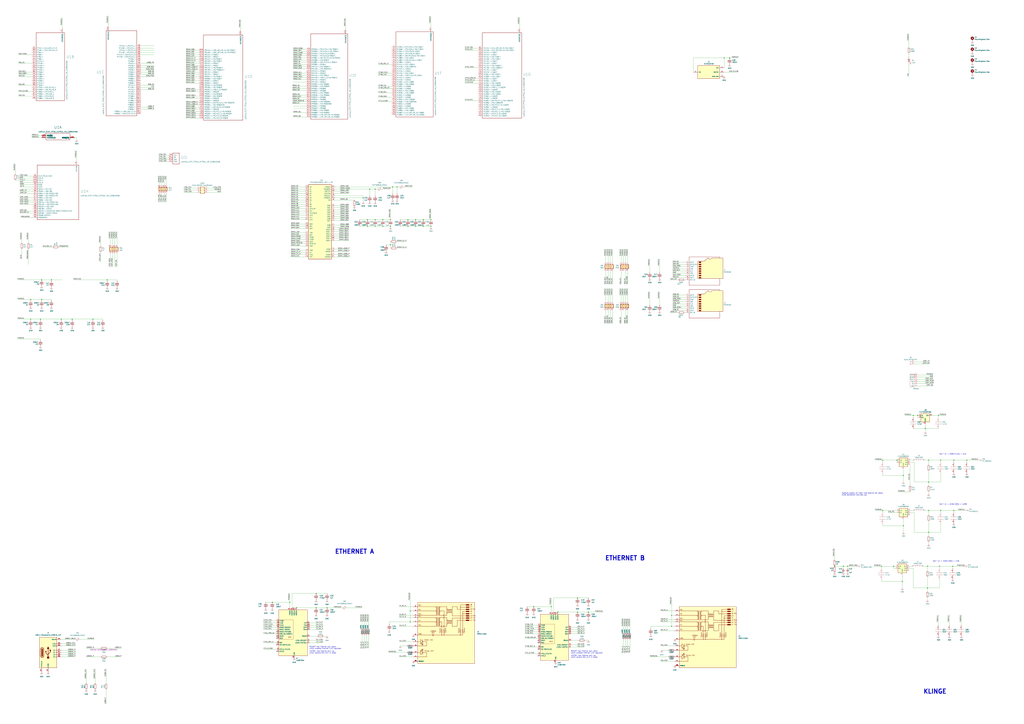
<source format=kicad_sch>
(kicad_sch (version 20231120) (generator "eeschema") (generator_version "8.0")
  (paper "A0")
  (title_block (title "Klinge FPGA Computer") (date "2025-01-29") (rev "V1") (company "Copyright © 2025 Lone Dynamics Corporation"))
  (lib_symbols
    (symbol "Connector:Conn_01x02_Pin" (pin_names (offset 1.016) hide)
      (property "Reference" "J" (at 0 2.54 0))
      (property "Value" "Conn_01x02_Pin" (at 0 -5.08 0))
      (symbol "Conn_01x02_Pin_1_1"
        (pin passive line (at 5.08 0 180) (length 3.81) (name "Pin_1") (number "1"))
        (pin passive line (at 5.08 -2.54 180) (length 3.81) (name "Pin_2") (number "2"))
      )
    )
    (symbol "Connector:TestPoint" (pin_numbers hide) (pin_names (offset 0.762) hide)
      (property "Reference" "TP" (at 0 6.858 0))
      (property "Value" "TestPoint" (at 0 5.08 0))
      (symbol "TestPoint_1_1"
        (pin passive line (at 0 0 90) (length 2.54) (name "1") (number "1"))
      )
    )
    (symbol "Connector:USB_C_Receptacle_USB2.0_14P" (pin_names (offset 1.016))
      (property "Reference" "J" (at 0 22.225 0))
      (property "Value" "USB_C_Receptacle_USB2.0_14P" (at 0 19.685 0))
      (symbol "USB_C_Receptacle_USB2.0_14P_1_1"
        (pin passive line (at 0 -22.86 90) (length 5.08) (name "GND") (number "A1"))
        (pin passive line (at 0 -22.86 90) (length 5.08) hide (name "GND") (number "A12"))
        (pin passive line (at 15.24 15.24 180) (length 5.08) (name "VBUS") (number "A4"))
        (pin bidirectional line (at 15.24 10.16 180) (length 5.08) (name "CC1") (number "A5"))
        (pin bidirectional line (at 15.24 -2.54 180) (length 5.08) (name "D+") (number "A6"))
        (pin bidirectional line (at 15.24 2.54 180) (length 5.08) (name "D-") (number "A7"))
        (pin passive line (at 15.24 15.24 180) (length 5.08) hide (name "VBUS") (number "A9"))
        (pin passive line (at 0 -22.86 90) (length 5.08) hide (name "GND") (number "B1"))
        (pin passive line (at 0 -22.86 90) (length 5.08) hide (name "GND") (number "B12"))
        (pin passive line (at 15.24 15.24 180) (length 5.08) hide (name "VBUS") (number "B4"))
        (pin bidirectional line (at 15.24 7.62 180) (length 5.08) (name "CC2") (number "B5"))
        (pin bidirectional line (at 15.24 -5.08 180) (length 5.08) (name "D+") (number "B6"))
        (pin bidirectional line (at 15.24 0 180) (length 5.08) (name "D-") (number "B7"))
        (pin passive line (at 15.24 15.24 180) (length 5.08) hide (name "VBUS") (number "B9"))
        (pin passive line (at -7.62 -22.86 90) (length 5.08) (name "SHIELD") (number "S1"))
      )
    )
    (symbol "Connector_Generic:Conn_02x03_Top_Bottom" (pin_names (offset 1.016) hide)
      (property "Reference" "J" (at 1.27 5.08 0))
      (property "Value" "Conn_02x03_Top_Bottom" (at 1.27 -5.08 0))
      (symbol "Conn_02x03_Top_Bottom_1_1"
        (pin passive line (at -5.08 2.54 0) (length 3.81) (name "Pin_1") (number "1"))
        (pin passive line (at -5.08 0 0) (length 3.81) (name "Pin_2") (number "2"))
        (pin passive line (at -5.08 -2.54 0) (length 3.81) (name "Pin_3") (number "3"))
        (pin passive line (at 7.62 2.54 180) (length 3.81) (name "Pin_4") (number "4"))
        (pin passive line (at 7.62 0 180) (length 3.81) (name "Pin_5") (number "5"))
        (pin passive line (at 7.62 -2.54 180) (length 3.81) (name "Pin_6") (number "6"))
      )
    )
    (symbol "Device:C" (pin_numbers hide) (pin_names (offset 0.254))
      (property "Reference" "C" (at 0.635 2.54 0))
      (property "Value" "C" (at 0.635 -2.54 0))
      (symbol "C_1_1"
        (pin passive line (at 0 3.81 270) (length 2.794) (name "~") (number "1"))
        (pin passive line (at 0 -3.81 90) (length 2.794) (name "~") (number "2"))
      )
    )
    (symbol "Device:C_Small" (pin_numbers hide) (pin_names (offset 0.254) hide)
      (property "Reference" "C" (at 0.254 1.778 0))
      (property "Value" "C_Small" (at 0.254 -2.032 0))
      (symbol "C_Small_1_1"
        (pin passive line (at 0 2.54 270) (length 2.032) (name "~") (number "1"))
        (pin passive line (at 0 -2.54 90) (length 2.032) (name "~") (number "2"))
      )
    )
    (symbol "Device:FerriteBead_Small" (pin_numbers hide) (pin_names (offset 0))
      (property "Reference" "FB" (at 1.905 1.27 0))
      (property "Value" "FerriteBead_Small" (at 1.905 -1.27 0))
      (symbol "FerriteBead_Small_1_1"
        (pin passive line (at 0 2.54 270) (length 1.27) (name "~") (number "1"))
        (pin passive line (at 0 -2.54 90) (length 1.27) (name "~") (number "2"))
      )
    )
    (symbol "Device:LED" (pin_numbers hide) (pin_names (offset 1.016) hide)
      (property "Reference" "D" (at 0 2.54 0))
      (property "Value" "LED" (at 0 -2.54 0))
      (symbol "LED_1_1"
        (pin passive line (at -3.81 0 0) (length 2.54) (name "K") (number "1"))
        (pin passive line (at 3.81 0 180) (length 2.54) (name "A") (number "2"))
      )
    )
    (symbol "Device:R" (pin_numbers hide) (pin_names (offset 0))
      (property "Reference" "R" (at 2.032 0 90))
      (property "Value" "R" (at 0 0 90))
      (symbol "R_1_1"
        (pin passive line (at 0 3.81 270) (length 1.27) (name "~") (number "1"))
        (pin passive line (at 0 -3.81 90) (length 1.27) (name "~") (number "2"))
      )
    )
    (symbol "Device:R_Pack04" (pin_names (offset 0) hide)
      (property "Reference" "RN" (at -7.62 0 90))
      (property "Value" "R_Pack04" (at 5.08 0 90))
      (symbol "R_Pack04_1_1"
        (pin passive line (at -5.08 -5.08 90) (length 2.54) (name "R1.1") (number "1"))
        (pin passive line (at -2.54 -5.08 90) (length 2.54) (name "R2.1") (number "2"))
        (pin passive line (at 0 -5.08 90) (length 2.54) (name "R3.1") (number "3"))
        (pin passive line (at 2.54 -5.08 90) (length 2.54) (name "R4.1") (number "4"))
        (pin passive line (at 2.54 5.08 270) (length 2.54) (name "R4.2") (number "5"))
        (pin passive line (at 0 5.08 270) (length 2.54) (name "R3.2") (number "6"))
        (pin passive line (at -2.54 5.08 270) (length 2.54) (name "R2.2") (number "7"))
        (pin passive line (at -5.08 5.08 270) (length 2.54) (name "R1.2") (number "8"))
      )
    )
    (symbol "Interface_Ethernet:LAN8720A"
      (property "Reference" "U" (at -13.97 29.21 0))
      (property "Value" "LAN8720A" (at 15.24 29.21 0))
      (symbol "LAN8720A_0_0"
        (text "RMII" (at -5.08 -3.81 0) (effects (font (size 1.27 1.27))))
      )
      (symbol "LAN8720A_1_1"
        (pin power_in line (at 2.54 30.48 270) (length 2.54) (name "VDD2A") (number "1"))
        (pin output line (at -20.32 2.54 0) (length 2.54) (name "RXER/PHYAD0") (number "10"))
        (pin output line (at -20.32 0 0) (length 2.54) (name "CRS_DV/MODE2") (number "11"))
        (pin bidirectional line (at -20.32 -2.54 0) (length 2.54) (name "MDIO") (number "12"))
        (pin input line (at -20.32 -5.08 0) (length 2.54) (name "MDC") (number "13"))
        (pin output line (at -20.32 -12.7 0) (length 2.54) (name "INT/REFCLKO") (number "14"))
        (pin input line (at -20.32 -10.16 0) (length 2.54) (name "RST") (number "15"))
        (pin input line (at -20.32 10.16 0) (length 2.54) (name "TXEN") (number "16"))
        (pin input line (at -20.32 15.24 0) (length 2.54) (name "TXD0") (number "17"))
        (pin input line (at -20.32 12.7 0) (length 2.54) (name "TXD1") (number "18"))
        (pin power_in line (at 0 30.48 270) (length 2.54) (name "VDD1A") (number "19"))
        (pin bidirectional line (at 17.78 -10.16 180) (length 2.54) (name "LED2/nINTSEL") (number "2"))
        (pin output line (at 17.78 10.16 180) (length 2.54) (name "TXN") (number "20"))
        (pin output line (at 17.78 12.7 180) (length 2.54) (name "TXP") (number "21"))
        (pin output line (at 17.78 5.08 180) (length 2.54) (name "RXN") (number "22"))
        (pin output line (at 17.78 7.62 180) (length 2.54) (name "RXP") (number "23"))
        (pin input line (at 17.78 -2.54 180) (length 2.54) (name "RBIAS") (number "24"))
        (pin power_in line (at 0 -27.94 90) (length 2.54) (name "VSS") (number "25"))
        (pin bidirectional line (at 17.78 -7.62 180) (length 2.54) (name "LED1/REGOFF") (number "3"))
        (pin passive line (at -20.32 -20.32 0) (length 2.54) (name "XTAL2") (number "4"))
        (pin passive line (at -20.32 -17.78 0) (length 2.54) (name "XTAL1/CLKIN") (number "5"))
        (pin power_in line (at -2.54 30.48 270) (length 2.54) (name "VDDCR") (number "6"))
        (pin output line (at -20.32 5.08 0) (length 2.54) (name "RXD1/MODE1") (number "7"))
        (pin output line (at -20.32 7.62 0) (length 2.54) (name "RXD0/MODE0") (number "8"))
        (pin power_in line (at -5.08 30.48 270) (length 2.54) (name "VDDIO") (number "9"))
      )
    )
    (symbol "KC2016Z:KC2016Z13.5600C1KX00" (pin_names (offset 1.016))
      (property "Reference" "Y" (at -12.7 8.636 0))
      (property "Value" "KC2016Z13.5600C1KX00" (at -12.7 -10.16 0))
      (symbol "KC2016Z13.5600C1KX00_0_0"
        (pin input line (at -17.78 0 0) (length 5.08) (name "INH") (number "1"))
        (pin power_in line (at 17.78 -5.08 180) (length 5.08) (name "CASE_GND") (number "2"))
        (pin output line (at 17.78 0 180) (length 5.08) (name "OUTPUT") (number "3"))
        (pin power_in line (at 17.78 5.08 180) (length 5.08) (name "VCC") (number "4"))
      )
    )
    (symbol "Mechanical:MountingHole_Pad" (pin_numbers hide) (pin_names (offset 1.016) hide) (exclude_from_sim yes) (in_bom no)
      (property "Reference" "H" (at 0 6.35 0))
      (property "Value" "MountingHole_Pad" (at 0 4.445 0))
      (symbol "MountingHole_Pad_1_1"
        (pin input line (at 0 -2.54 90) (length 2.54) (name "1") (number "1"))
      )
    )
    (symbol "Regulator_Linear:TLV73325PDBV" (pin_names (offset 0.254))
      (property "Reference" "U" (at -3.81 5.715 0))
      (property "Value" "TLV73325PDBV" (at 0 5.715 0))
      (symbol "TLV73325PDBV_1_1"
        (pin power_in line (at -7.62 2.54 0) (length 2.54) (name "IN") (number "1"))
        (pin power_in line (at 0 -7.62 90) (length 2.54) (name "GND") (number "2"))
        (pin input line (at -7.62 0 0) (length 2.54) (name "EN") (number "3"))
        (pin no_connect line (at 5.08 0 180) (length 2.54) hide (name "NC") (number "4"))
        (pin power_out line (at 7.62 2.54 180) (length 2.54) (name "OUT") (number "5"))
      )
    )
    (symbol "Regulator_Switching:TLV62568DDC"
      (property "Reference" "U" (at -5.08 6.35 0))
      (property "Value" "TLV62568DDC" (at 0 6.35 0))
      (symbol "TLV62568DDC_1_1"
        (pin input line (at -7.62 0 0) (length 2.54) (name "EN") (number "1"))
        (pin power_in line (at 0 -7.62 90) (length 2.54) (name "GND") (number "2"))
        (pin power_out line (at 7.62 2.54 180) (length 2.54) (name "SW") (number "3"))
        (pin power_in line (at -7.62 2.54 0) (length 2.54) (name "VIN") (number "4"))
        (pin open_collector line (at 7.62 -2.54 180) (length 2.54) (name "PG") (number "5"))
        (pin input line (at 7.62 0 180) (length 2.54) (name "FB") (number "6"))
      )
    )
    (symbol "ld-connectors:HR911105A" (pin_names (offset 1.016))
      (property "Reference" "J" (at -33.1724 36.2458 0))
      (property "Value" "HR911105A" (at -33.1216 -38.227 0))
      (symbol "HR911105A_0_0"
        (text "1000pF" (at -18.4912 1.2446 0) (effects (font (size 1.27 1.27)) (justify left bottom)))
        (text "2KV" (at -17.2212 -0.6604 0) (effects (font (size 1.27 1.27)) (justify left bottom)))
        (text "75ohm" (at -6.4008 -0.6604 900) (effects (font (size 1.27 1.27)) (justify left bottom)))
        (text "75ohm" (at 0 -0.6604 900) (effects (font (size 1.27 1.27)) (justify left bottom)))
        (text "75ohm" (at 15.3416 -0.6604 900) (effects (font (size 1.27 1.27)) (justify left bottom)))
        (text "75ohm" (at 21.6916 -0.6604 900) (effects (font (size 1.27 1.27)) (justify left bottom)))
        (text "GND" (at -32.5374 -1.905 0) (effects (font (size 1.27 1.27)) (justify left bottom)))
        (text "Green LED" (at -25.5016 -8.9154 0) (effects (font (size 1.27 1.27)) (justify left bottom)))
        (text "J1 TX+" (at 27.432 13.9954 0) (effects (font (size 1.27 1.27)) (justify left bottom)))
        (text "J2 TX-" (at 27.4574 16.5862 0) (effects (font (size 1.27 1.27)) (justify left bottom)))
        (text "J3 RX+" (at 27.4574 19.1516 0) (effects (font (size 1.27 1.27)) (justify left bottom)))
        (text "J4" (at 27.4574 21.717 0) (effects (font (size 1.27 1.27)) (justify left bottom)))
        (text "J5" (at 27.4828 24.257 0) (effects (font (size 1.27 1.27)) (justify left bottom)))
        (text "J6 RX-" (at 27.4574 26.8224 0) (effects (font (size 1.27 1.27)) (justify left bottom)))
        (text "J7" (at 27.4574 29.3624 0) (effects (font (size 1.27 1.27)) (justify left bottom)))
        (text "J8" (at 27.4574 31.9278 0) (effects (font (size 1.27 1.27)) (justify left bottom)))
        (text "P4" (at -32.5374 13.4112 0) (effects (font (size 1.27 1.27)) (justify left bottom)))
        (text "P5" (at -32.5374 26.162 0) (effects (font (size 1.27 1.27)) (justify left bottom)))
        (text "RD+" (at -32.4866 21.0312 0) (effects (font (size 1.27 1.27)) (justify left bottom)))
        (text "RD-" (at -32.4866 31.2166 0) (effects (font (size 1.27 1.27)) (justify left bottom)))
        (text "TD+" (at -32.5628 8.3058 0) (effects (font (size 1.27 1.27)) (justify left bottom)))
        (text "TD-" (at -32.512 18.4912 0) (effects (font (size 1.27 1.27)) (justify left bottom)))
        (text "Yellow LED" (at -25.527 -21.717 0) (effects (font (size 1.27 1.27)) (justify left bottom)))
        (pin passive line (at -38.1 7.62 0) (length 5.08) (name "~") (number "1"))
        (pin passive line (at -38.1 -15.24 0) (length 5.08) (name "~") (number "10"))
        (pin passive line (at -38.1 -27.94 0) (length 5.08) (name "~") (number "11"))
        (pin passive line (at -38.1 -22.86 0) (length 5.08) (name "~") (number "12"))
        (pin passive line (at -38.1 -33.02 0) (length 5.08) (name "SHIELD") (number "15"))
        (pin passive line (at -38.1 -33.02 0) (length 5.08) (name "SHIELD") (number "16"))
        (pin passive line (at -38.1 17.78 0) (length 5.08) (name "~") (number "2"))
        (pin passive line (at -38.1 20.32 0) (length 5.08) (name "~") (number "3"))
        (pin passive line (at -38.1 12.7 0) (length 5.08) (name "~") (number "4"))
        (pin passive line (at -38.1 25.4 0) (length 5.08) (name "~") (number "5"))
        (pin passive line (at -38.1 30.48 0) (length 5.08) (name "~") (number "6"))
        (pin power_in line (at -38.1 -2.54 0) (length 5.08) (name "~") (number "8"))
        (pin passive line (at -38.1 -10.16 0) (length 5.08) (name "~") (number "9"))
      )
    )
    (symbol "ld-ecp5:Lattice_ECP_FPGA_ECP5U_45_CABGA256" (pin_names (offset 1.016))
      (property "Reference" "U1" (at 19.05 26.67 0))
      (property "Value" "Lattice_ECP_FPGA_ECP5U_45_CABGA256" (at 12.7 -66.04 0))
      (symbol "Lattice_ECP_FPGA_ECP5U_45_CABGA256_1_1"
        (pin power_in line (at 7.62 -15.24 90) (length 5.08) (name "GND[27]") (number "A1"))
        (pin power_in line (at 7.62 -15.24 90) (length 5.08) (name "GND[27]") (number "A16"))
        (pin power_in line (at 7.62 -15.24 90) (length 5.08) (name "GND[27]") (number "D15"))
        (pin power_in line (at 7.62 -15.24 90) (length 5.08) (name "GND[27]") (number "D2"))
        (pin power_in line (at 7.62 -15.24 90) (length 5.08) (name "GND[27]") (number "F8"))
        (pin power_in line (at 7.62 -15.24 90) (length 5.08) (name "GND[27]") (number "F9"))
        (pin power_in line (at 7.62 -15.24 90) (length 5.08) (name "GND[27]") (number "G10"))
        (pin power_in line (at 7.62 22.86 270) (length 5.08) (name "VCCAUX[2]") (number "G11"))
        (pin power_in line (at 10.16 22.86 270) (length 5.08) (name "VCC[6]") (number "G6"))
        (pin power_in line (at 10.16 22.86 270) (length 5.08) (name "VCC[6]") (number "G7"))
        (pin power_in line (at 7.62 -15.24 90) (length 5.08) (name "GND[27]") (number "G8"))
        (pin power_in line (at 10.16 22.86 270) (length 5.08) (name "VCC[6]") (number "G9"))
        (pin power_in line (at 7.62 -15.24 90) (length 5.08) (name "GND[27]") (number "H1"))
        (pin power_in line (at 7.62 -15.24 90) (length 5.08) (name "GND[27]") (number "H10"))
        (pin power_in line (at 7.62 -15.24 90) (length 5.08) (name "GND[27]") (number "H16"))
        (pin power_in line (at 7.62 -15.24 90) (length 5.08) (name "GND[27]") (number "H8"))
        (pin power_in line (at 7.62 -15.24 90) (length 5.08) (name "GND[27]") (number "H9"))
        (pin power_in line (at 7.62 -15.24 90) (length 5.08) (name "GND[27]") (number "J10"))
        (pin power_in line (at 7.62 -15.24 90) (length 5.08) (name "GND[27]") (number "J8"))
        (pin power_in line (at 7.62 -15.24 90) (length 5.08) (name "GND[27]") (number "J9"))
        (pin power_in line (at 7.62 -15.24 90) (length 5.08) (name "GND[27]") (number "K10"))
        (pin power_in line (at 7.62 -15.24 90) (length 5.08) (name "GND[27]") (number "K6"))
        (pin power_in line (at 7.62 -15.24 90) (length 5.08) (name "GND[27]") (number "K7"))
        (pin power_in line (at 7.62 -15.24 90) (length 5.08) (name "GND[27]") (number "K8"))
        (pin power_in line (at 7.62 -15.24 90) (length 5.08) (name "GND[27]") (number "K9"))
        (pin power_in line (at 10.16 22.86 270) (length 5.08) (name "VCC[6]") (number "L10"))
        (pin power_in line (at 7.62 22.86 270) (length 5.08) (name "VCCAUX[2]") (number "L7"))
        (pin power_in line (at 10.16 22.86 270) (length 5.08) (name "VCC[6]") (number "L8"))
        (pin power_in line (at 10.16 22.86 270) (length 5.08) (name "VCC[6]") (number "L9"))
        (pin power_in line (at 7.62 -15.24 90) (length 5.08) (name "GND[27]") (number "N15"))
        (pin power_in line (at 7.62 -15.24 90) (length 5.08) (name "GND[27]") (number "N2"))
        (pin power_in line (at 7.62 -15.24 90) (length 5.08) (name "GND[27]") (number "T1"))
        (pin power_in line (at 7.62 -15.24 90) (length 5.08) (name "GND[27]") (number "T12"))
        (pin power_in line (at 7.62 -15.24 90) (length 5.08) (name "GND[27]") (number "T16"))
        (pin power_in line (at 7.62 -15.24 90) (length 5.08) (name "GND[27]") (number "T5"))
      )
      (symbol "Lattice_ECP_FPGA_ECP5U_45_CABGA256_2_1"
        (pin bidirectional line (at 0 0 0) (length 5.08) (name "PT4A/+/ULC_GPLL1T_IN") (number "A2"))
        (pin bidirectional line (at 0 -5.08 0) (length 5.08) (name "PT6A/+") (number "A3"))
        (pin bidirectional line (at 0 -7.62 0) (length 5.08) (name "PT6B/-") (number "A4"))
        (pin bidirectional line (at 0 -30.48 0) (length 5.08) (name "PT18A/+") (number "A5"))
        (pin bidirectional line (at 0 -33.02 0) (length 5.08) (name "PT18B/-") (number "A6"))
        (pin bidirectional line (at 0 -55.88 0) (length 5.08) (name "PT38A/+/PCLKT0_0") (number "A7"))
        (pin bidirectional line (at 0 -58.42 0) (length 5.08) (name "PT38B/-/PCLKC0_0") (number "A8"))
        (pin bidirectional line (at 0 -2.54 0) (length 5.08) (name "PT4B/-/ULC_GPLL1C_IN") (number "B3"))
        (pin bidirectional line (at 0 -17.78 0) (length 5.08) (name "PT11B/-") (number "B4"))
        (pin bidirectional line (at 0 -27.94 0) (length 5.08) (name "PT15B/-") (number "B5"))
        (pin bidirectional line (at 0 -43.18 0) (length 5.08) (name "PT31B/-") (number "B6"))
        (pin bidirectional line (at 0 -53.34 0) (length 5.08) (name "PT36B/-/PCLKC0_1") (number "B7"))
        (pin bidirectional line (at 0 -15.24 0) (length 5.08) (name "PT11A/+") (number "C4"))
        (pin bidirectional line (at 0 -25.4 0) (length 5.08) (name "PT15A/+") (number "C5"))
        (pin bidirectional line (at 0 -40.64 0) (length 5.08) (name "PT31A/+") (number "C6"))
        (pin bidirectional line (at 0 -50.8 0) (length 5.08) (name "PT36A/+/PCLKT0_1") (number "C7"))
        (pin bidirectional line (at 0 -12.7 0) (length 5.08) (name "PT9B/-") (number "D4"))
        (pin bidirectional line (at 0 -22.86 0) (length 5.08) (name "PT13B/-") (number "D5"))
        (pin bidirectional line (at 0 -38.1 0) (length 5.08) (name "PT20B/-") (number "D6"))
        (pin bidirectional line (at 0 -48.26 0) (length 5.08) (name "PT33B/-/GR_PCLK0_0") (number "D7"))
        (pin bidirectional line (at 0 -10.16 0) (length 5.08) (name "PT9A/+") (number "E4"))
        (pin bidirectional line (at 0 -20.32 0) (length 5.08) (name "PT13A/+") (number "E5"))
        (pin bidirectional line (at 0 -35.56 0) (length 5.08) (name "PT20A/+") (number "E6"))
        (pin bidirectional line (at 0 -45.72 0) (length 5.08) (name "PT33A/+/GR_PCLK0_1") (number "E7"))
        (pin power_in line (at 35.56 22.86 270) (length 5.08) (name "VCCIO0[2]") (number "F6"))
        (pin power_in line (at 35.56 22.86 270) (length 5.08) (name "VCCIO0[2]") (number "F7"))
      )
      (symbol "Lattice_ECP_FPGA_ECP5U_45_CABGA256_3_1"
        (pin bidirectional line (at 0 -22.86 0) (length 5.08) (name "PT51B/-") (number "A10"))
        (pin bidirectional line (at 0 -45.72 0) (length 5.08) (name "PT71A/+") (number "A11"))
        (pin bidirectional line (at 0 -48.26 0) (length 5.08) (name "PT71B/-") (number "A12"))
        (pin bidirectional line (at 0 -71.12 0) (length 5.08) (name "PT83A/+") (number "A13"))
        (pin bidirectional line (at 0 -73.66 0) (length 5.08) (name "PT83B/-") (number "A14"))
        (pin bidirectional line (at 0 -78.74 0) (length 5.08) (name "PT85B/-/URC_GPLL1C_IN") (number "A15"))
        (pin bidirectional line (at 0 -20.32 0) (length 5.08) (name "PT51A/+") (number "A9"))
        (pin bidirectional line (at 0 -25.4 0) (length 5.08) (name "PT53A/+") (number "B10"))
        (pin bidirectional line (at 0 -35.56 0) (length 5.08) (name "PT58A/+") (number "B11"))
        (pin bidirectional line (at 0 -50.8 0) (length 5.08) (name "PT74A/+") (number "B12"))
        (pin bidirectional line (at 0 -60.96 0) (length 5.08) (name "PT78A/+") (number "B13"))
        (pin bidirectional line (at 0 -76.2 0) (length 5.08) (name "PT85A/+/URC_GPLL1T_IN") (number "B14"))
        (pin bidirectional line (at 0 -7.62 0) (length 5.08) (name "PT44B/-/PCLKC1_0") (number "B8"))
        (pin bidirectional line (at 0 -10.16 0) (length 5.08) (name "PT47A/+/GR_PCLK1_0") (number "B9"))
        (pin bidirectional line (at 0 -27.94 0) (length 5.08) (name "PT53B/-") (number "C10"))
        (pin bidirectional line (at 0 -38.1 0) (length 5.08) (name "PT58B/-") (number "C11"))
        (pin bidirectional line (at 0 -53.34 0) (length 5.08) (name "PT74B/-") (number "C12"))
        (pin bidirectional line (at 0 -63.5 0) (length 5.08) (name "PT78B/-") (number "C13"))
        (pin bidirectional line (at 0 -5.08 0) (length 5.08) (name "PT44A/+/PCLKT1_0") (number "C8"))
        (pin bidirectional line (at 0 -12.7 0) (length 5.08) (name "PT47B/-/GR_PCLK1_1") (number "C9"))
        (pin bidirectional line (at 0 -30.48 0) (length 5.08) (name "PT56A/+") (number "D10"))
        (pin bidirectional line (at 0 -40.64 0) (length 5.08) (name "PT69A/+") (number "D11"))
        (pin bidirectional line (at 0 -55.88 0) (length 5.08) (name "PT76A/+") (number "D12"))
        (pin bidirectional line (at 0 -66.04 0) (length 5.08) (name "PT80A/+") (number "D13"))
        (pin bidirectional line (at 0 -2.54 0) (length 5.08) (name "PT42B/-/PCLKC1_1") (number "D8"))
        (pin bidirectional line (at 0 -15.24 0) (length 5.08) (name "PT49A/+") (number "D9"))
        (pin bidirectional line (at 0 -33.02 0) (length 5.08) (name "PT56B/-") (number "E10"))
        (pin bidirectional line (at 0 -43.18 0) (length 5.08) (name "PT69B/-") (number "E11"))
        (pin bidirectional line (at 0 -58.42 0) (length 5.08) (name "PT76B/-") (number "E12"))
        (pin bidirectional line (at 0 -68.58 0) (length 5.08) (name "PT80B/-") (number "E13"))
        (pin bidirectional line (at 0 0 0) (length 5.08) (name "PT42A/+/PCLKT1_1") (number "E8"))
        (pin bidirectional line (at 0 -17.78 0) (length 5.08) (name "PT49B/-") (number "E9"))
        (pin power_in line (at 38.1 22.86 270) (length 5.08) (name "VCCIO1[2]") (number "F10"))
        (pin power_in line (at 38.1 22.86 270) (length 5.08) (name "VCCIO1[2]") (number "F11"))
      )
      (symbol "Lattice_ECP_FPGA_ECP5U_45_CABGA256_4_1"
        (pin bidirectional line (at 0 -2.54 0) (length 5.08) (name "PR11B/-/URC_GPLL0C_IN/HS/RDQ17") (number "B15"))
        (pin bidirectional line (at 0 0 0) (length 5.08) (name "PR11A/+/URC_GPLL0T_IN/HS/RDQ17") (number "B16"))
        (pin bidirectional line (at 0 -5.08 0) (length 5.08) (name "PR11C/+/RDQ17") (number "C14"))
        (pin bidirectional line (at 0 -12.7 0) (length 5.08) (name "PR14B/-/HS/RDQ17") (number "C15"))
        (pin bidirectional line (at 0 -10.16 0) (length 5.08) (name "PR14A/+/HS/RDQ17") (number "C16"))
        (pin bidirectional line (at 0 -7.62 0) (length 5.08) (name "PR11D/-/RDQ17") (number "D14"))
        (pin bidirectional line (at 0 -20.32 0) (length 5.08) (name "PR17A/+/HS/RDQS17") (number "D16"))
        (pin bidirectional line (at 0 -15.24 0) (length 5.08) (name "PR14C/+/RDQ17") (number "E14"))
        (pin bidirectional line (at 0 -22.86 0) (length 5.08) (name "PR17B/-/HS/RDQSN17") (number "E15"))
        (pin bidirectional line (at 0 -38.1 0) (length 5.08) (name "PR20D/-/RDQ17") (number "E16"))
        (pin bidirectional line (at 0 -27.94 0) (length 5.08) (name "PR17D/-/RDQ17") (number "F12"))
        (pin bidirectional line (at 0 -25.4 0) (length 5.08) (name "PR17C/+/RDQ17") (number "F13"))
        (pin bidirectional line (at 0 -17.78 0) (length 5.08) (name "PR14D/-/RDQ17") (number "F14"))
        (pin bidirectional line (at 0 -35.56 0) (length 5.08) (name "PR20C/+/RDQ17") (number "F15"))
        (pin bidirectional line (at 0 -40.64 0) (length 5.08) (name "PR23A/+/HS/RDQ29") (number "F16"))
        (pin bidirectional line (at 0 -30.48 0) (length 5.08) (name "PR20A/+/HS/RDQ17") (number "G12"))
        (pin bidirectional line (at 0 -33.02 0) (length 5.08) (name "PR20B/-/HS/RDQ17") (number "G13"))
        (pin bidirectional line (at 0 -45.72 0) (length 5.08) (name "PR23C/+/VREF1_2/RDQ29") (number "G14"))
        (pin bidirectional line (at 0 -43.18 0) (length 5.08) (name "PR23B/-/HS/RDQ29") (number "G15"))
        (pin bidirectional line (at 0 -60.96 0) (length 5.08) (name "PR29A/+/GR_PCLK2_1/HS/RDQS29") (number "G16"))
        (pin power_in line (at 48.26 22.86 270) (length 5.08) (name "VCCIO2[2]") (number "H11"))
        (pin bidirectional line (at 0 -50.8 0) (length 5.08) (name "PR26A/+/HS/RDQ29") (number "H12"))
        (pin bidirectional line (at 0 -53.34 0) (length 5.08) (name "PR26B/-/HS/RDQ29") (number "H13"))
        (pin bidirectional line (at 0 -48.26 0) (length 5.08) (name "PR23D/-/RDQ29") (number "H14"))
        (pin bidirectional line (at 0 -63.5 0) (length 5.08) (name "PR29B/-/HS/RDQSN29") (number "H15"))
        (pin power_in line (at 48.26 22.86 270) (length 5.08) (name "VCCIO2[2]") (number "J11"))
        (pin bidirectional line (at 0 -58.42 0) (length 5.08) (name "PR26D/-/RDQ29") (number "J12"))
        (pin bidirectional line (at 0 -55.88 0) (length 5.08) (name "PR26C/+/RDQ29") (number "J13"))
        (pin bidirectional line (at 0 -66.04 0) (length 5.08) (name "PR29C/+/GR_PCLK2_0/RDQ29") (number "J14"))
        (pin bidirectional line (at 0 -73.66 0) (length 5.08) (name "PR32B/-/PCLKC2_1/HS/RDQ29") (number "J15"))
        (pin bidirectional line (at 0 -71.12 0) (length 5.08) (name "PR32A/+/PCLKT2_1/HS/RDQ29") (number "J16"))
        (pin bidirectional line (at 0 -68.58 0) (length 5.08) (name "PR29D/-/RDQ29") (number "K14"))
        (pin bidirectional line (at 0 -78.74 0) (length 5.08) (name "PR32D/-/PCLKC2_0/RDQ29") (number "K15"))
        (pin bidirectional line (at 0 -76.2 0) (length 5.08) (name "PR32C/+/PCLKT2_0/RDQ29") (number "K16"))
      )
      (symbol "Lattice_ECP_FPGA_ECP5U_45_CABGA256_5_1"
        (pin power_in line (at 45.72 22.86 270) (length 5.08) (name "VCCIO3[2]") (number "K11"))
        (pin bidirectional line (at 0 -12.7 0) (length 5.08) (name "PR38B/-/HS/RDQ41") (number "K12"))
        (pin bidirectional line (at 0 -10.16 0) (length 5.08) (name "PR38A/+/GR_PCLK3_0/HS/RDQ41") (number "K13"))
        (pin power_in line (at 45.72 22.86 270) (length 5.08) (name "VCCIO3[2]") (number "L11"))
        (pin bidirectional line (at 0 -17.78 0) (length 5.08) (name "PR38D/-/RDQ41") (number "L12"))
        (pin bidirectional line (at 0 -15.24 0) (length 5.08) (name "PR38C/+/GR_PCLK3_1/RDQ41") (number "L13"))
        (pin bidirectional line (at 0 -25.4 0) (length 5.08) (name "PR41C/+/RDQ41") (number "L14"))
        (pin bidirectional line (at 0 -2.54 0) (length 5.08) (name "PR35B/-/PCLKC3_1/HS/RDQ41") (number "L15"))
        (pin bidirectional line (at 0 0 0) (length 5.08) (name "PR35A/+/PCLKT3_1/HS/RDQ41") (number "L16"))
        (pin bidirectional line (at 0 -71.12 0) (length 5.08) (name "PR68A/+/HS/RDQ65") (number "M11"))
        (pin bidirectional line (at 0 -66.04 0) (length 5.08) (name "PR65C/+/RDQ65") (number "M12"))
        (pin bidirectional line (at 0 -35.56 0) (length 5.08) (name "PR44C/+/RDQ41") (number "M13"))
        (pin bidirectional line (at 0 -27.94 0) (length 5.08) (name "PR41D/-/RDQ41") (number "M14"))
        (pin bidirectional line (at 0 -7.62 0) (length 5.08) (name "PR35D/-/PCLKC3_0/RDQ41") (number "M15"))
        (pin bidirectional line (at 0 -5.08 0) (length 5.08) (name "PR35C/+/PCLKT3_0/RDQ41") (number "M16"))
        (pin bidirectional line (at 0 -73.66 0) (length 5.08) (name "PR68B/-/HS/RDQ65") (number "N11"))
        (pin bidirectional line (at 0 -68.58 0) (length 5.08) (name "PR65D/-/RDQ65") (number "N12"))
        (pin bidirectional line (at 0 -40.64 0) (length 5.08) (name "PR59A/+/HS/RDQ65") (number "N13"))
        (pin bidirectional line (at 0 -38.1 0) (length 5.08) (name "PR44D/-/RDQ41") (number "N14"))
        (pin bidirectional line (at 0 -20.32 0) (length 5.08) (name "PR41A/+/HS/RDQS41") (number "N16"))
        (pin bidirectional line (at 0 -76.2 0) (length 5.08) (name "PR68C/+/LRC_GPLL0T_IN/RDQ65") (number "P11"))
        (pin bidirectional line (at 0 -78.74 0) (length 5.08) (name "PR68D/-/LRC_GPLL0C_IN/RDQ65") (number "P12"))
        (pin bidirectional line (at 0 -50.8 0) (length 5.08) (name "PR62A/+/HS/RDQ65") (number "P13"))
        (pin bidirectional line (at 0 -43.18 0) (length 5.08) (name "PR59B/-/HS/RDQ65") (number "P14"))
        (pin bidirectional line (at 0 -22.86 0) (length 5.08) (name "PR41B/-/HS/RDQSN41") (number "P15"))
        (pin bidirectional line (at 0 -30.48 0) (length 5.08) (name "PR44A/+/HS/RDQ41") (number "P16"))
        (pin bidirectional line (at 0 -60.96 0) (length 5.08) (name "PR65A/+/HS/RDQS65") (number "R12"))
        (pin bidirectional line (at 0 -55.88 0) (length 5.08) (name "PR62C/+/RDQ65") (number "R13"))
        (pin bidirectional line (at 0 -53.34 0) (length 5.08) (name "PR62B/-/HS/RDQ65") (number "R14"))
        (pin bidirectional line (at 0 -45.72 0) (length 5.08) (name "PR59C/+/RDQ65") (number "R15"))
        (pin bidirectional line (at 0 -33.02 0) (length 5.08) (name "PR44B/-/VREF1_3/HS/RDQ41") (number "R16"))
        (pin bidirectional line (at 0 -63.5 0) (length 5.08) (name "PR65B/-/HS/RDQSN65") (number "T13"))
        (pin bidirectional line (at 0 -58.42 0) (length 5.08) (name "PR62D/-/RDQ65") (number "T14"))
        (pin bidirectional line (at 0 -48.26 0) (length 5.08) (name "PR59D/-/RDQ65") (number "T15"))
      )
      (symbol "Lattice_ECP_FPGA_ECP5U_45_CABGA256_6_1"
        (pin power_in line (at 45.72 22.86 270) (length 5.08) (name "VCCIO6[2]") (number "J6"))
        (pin power_in line (at 45.72 22.86 270) (length 5.08) (name "VCCIO6[2]") (number "J7"))
        (pin bidirectional line (at 0 -10.16 0) (length 5.08) (name "PL38A/+/GR_PCLK6_0/HS/LDQ41") (number "K4"))
        (pin bidirectional line (at 0 -12.7 0) (length 5.08) (name "PL38B/-/HS/LDQ41") (number "K5"))
        (pin bidirectional line (at 0 0 0) (length 5.08) (name "PL35A/+/PCLKT6_1/HS/LDQ41") (number "L1"))
        (pin bidirectional line (at 0 -2.54 0) (length 5.08) (name "PL35B/-/PCLKC6_1/HS/LDQ41") (number "L2"))
        (pin bidirectional line (at 0 -25.4 0) (length 5.08) (name "PL41C/+/LDQ41") (number "L3"))
        (pin bidirectional line (at 0 -15.24 0) (length 5.08) (name "PL38C/+/GR_PCLK6_1/LDQ41") (number "L4"))
        (pin bidirectional line (at 0 -17.78 0) (length 5.08) (name "PL38D/-/LDQ41") (number "L5"))
        (pin bidirectional line (at 0 -5.08 0) (length 5.08) (name "PL35C/+/PCLKT6_0/LDQ41") (number "M1"))
        (pin bidirectional line (at 0 -7.62 0) (length 5.08) (name "PL35D/-/PCLKC6_0/LDQ41") (number "M2"))
        (pin bidirectional line (at 0 -27.94 0) (length 5.08) (name "PL41D/-/LDQ41") (number "M3"))
        (pin bidirectional line (at 0 -35.56 0) (length 5.08) (name "PL44C/+/LDQ41") (number "M4"))
        (pin bidirectional line (at 0 -66.04 0) (length 5.08) (name "PL65C/+/LDQ65") (number "M5"))
        (pin bidirectional line (at 0 -71.12 0) (length 5.08) (name "PL68A/+/HS/LDQ65") (number "M6"))
        (pin bidirectional line (at 0 -20.32 0) (length 5.08) (name "PL41A/+/HS/LDQS41") (number "N1"))
        (pin bidirectional line (at 0 -38.1 0) (length 5.08) (name "PL44D/-/LDQ41") (number "N3"))
        (pin bidirectional line (at 0 -40.64 0) (length 5.08) (name "PL59A/+/HS/LDQ65") (number "N4"))
        (pin bidirectional line (at 0 -68.58 0) (length 5.08) (name "PL65D/-/LDQ65") (number "N5"))
        (pin bidirectional line (at 0 -73.66 0) (length 5.08) (name "PL68B/-/HS/LDQ65") (number "N6"))
        (pin bidirectional line (at 0 -30.48 0) (length 5.08) (name "PL44A/+/HS/LDQ41") (number "P1"))
        (pin bidirectional line (at 0 -22.86 0) (length 5.08) (name "PL41B/-/HS/LDQSN41") (number "P2"))
        (pin bidirectional line (at 0 -43.18 0) (length 5.08) (name "PL59B/-/HS/LDQ65") (number "P3"))
        (pin bidirectional line (at 0 -50.8 0) (length 5.08) (name "PL62A/+/HS/LDQ65") (number "P4"))
        (pin bidirectional line (at 0 -78.74 0) (length 5.08) (name "PL68D/-/LLC_GPLL0C_IN/LDQ65") (number "P5"))
        (pin bidirectional line (at 0 -76.2 0) (length 5.08) (name "PL68C/+/LLC_GPLL0T_IN/LDQ65") (number "P6"))
        (pin bidirectional line (at 0 -33.02 0) (length 5.08) (name "PL44B/-/VREF1_6/HS/LDQ41") (number "R1"))
        (pin bidirectional line (at 0 -45.72 0) (length 5.08) (name "PL59C/+/LDQ65") (number "R2"))
        (pin bidirectional line (at 0 -53.34 0) (length 5.08) (name "PL62B/-/HS/LDQ65") (number "R3"))
        (pin bidirectional line (at 0 -55.88 0) (length 5.08) (name "PL62C/+/LDQ65") (number "R4"))
        (pin bidirectional line (at 0 -60.96 0) (length 5.08) (name "PL65A/+/HS/LDQS65") (number "R5"))
        (pin bidirectional line (at 0 -48.26 0) (length 5.08) (name "PL59D/-/LDQ65") (number "T2"))
        (pin bidirectional line (at 0 -58.42 0) (length 5.08) (name "PL62D/-/LDQ65") (number "T3"))
        (pin bidirectional line (at 0 -63.5 0) (length 5.08) (name "PL65B/-/HS/LDQSN65") (number "T4"))
      )
      (symbol "Lattice_ECP_FPGA_ECP5U_45_CABGA256_7_1"
        (pin bidirectional line (at 0 0 0) (length 5.08) (name "PL11A/+/ULC_GPLL0T_IN/HS/LDQ17") (number "B1"))
        (pin bidirectional line (at 0 -2.54 0) (length 5.08) (name "PL11B/-/ULC_GPLL0C_IN/HS/LDQ17") (number "B2"))
        (pin bidirectional line (at 0 -10.16 0) (length 5.08) (name "PL14A/+/HS/LDQ17") (number "C1"))
        (pin bidirectional line (at 0 -12.7 0) (length 5.08) (name "PL14B/-/HS/LDQ17") (number "C2"))
        (pin bidirectional line (at 0 -5.08 0) (length 5.08) (name "PL11C/+/LDQ17") (number "C3"))
        (pin bidirectional line (at 0 -20.32 0) (length 5.08) (name "PL17A/+/HS/LDQS17") (number "D1"))
        (pin bidirectional line (at 0 -7.62 0) (length 5.08) (name "PL11D/-/LDQ17") (number "D3"))
        (pin bidirectional line (at 0 -38.1 0) (length 5.08) (name "PL20D/-/LDQ17") (number "E1"))
        (pin bidirectional line (at 0 -22.86 0) (length 5.08) (name "PL17B/-/HS/LDQSN17") (number "E2"))
        (pin bidirectional line (at 0 -15.24 0) (length 5.08) (name "PL14C/+/LDQ17") (number "E3"))
        (pin bidirectional line (at 0 -40.64 0) (length 5.08) (name "PL23A/+/HS/LDQ29") (number "F1"))
        (pin bidirectional line (at 0 -35.56 0) (length 5.08) (name "PL20C/+/LDQ17") (number "F2"))
        (pin bidirectional line (at 0 -17.78 0) (length 5.08) (name "PL14D/-/LDQ17") (number "F3"))
        (pin bidirectional line (at 0 -25.4 0) (length 5.08) (name "PL17C/+/LDQ17") (number "F4"))
        (pin bidirectional line (at 0 -27.94 0) (length 5.08) (name "PL17D/-/LDQ17") (number "F5"))
        (pin bidirectional line (at 0 -60.96 0) (length 5.08) (name "PL29A/+/GR_PCLK7_1/HS/LDQS29") (number "G1"))
        (pin bidirectional line (at 0 -43.18 0) (length 5.08) (name "PL23B/-/HS/LDQ29") (number "G2"))
        (pin bidirectional line (at 0 -45.72 0) (length 5.08) (name "PL23C/+/VREF1_7/LDQ29") (number "G3"))
        (pin bidirectional line (at 0 -33.02 0) (length 5.08) (name "PL20B/-/HS/LDQ17") (number "G4"))
        (pin bidirectional line (at 0 -30.48 0) (length 5.08) (name "PL20A/+/HS/LDQ17") (number "G5"))
        (pin bidirectional line (at 0 -63.5 0) (length 5.08) (name "PL29B/-/HS/LDQSN29") (number "H2"))
        (pin bidirectional line (at 0 -48.26 0) (length 5.08) (name "PL23D/-/LDQ29") (number "H3"))
        (pin bidirectional line (at 0 -53.34 0) (length 5.08) (name "PL26B/-/HS/LDQ29") (number "H4"))
        (pin bidirectional line (at 0 -50.8 0) (length 5.08) (name "PL26A/+/HS/LDQ29") (number "H5"))
        (pin power_in line (at 48.26 22.86 270) (length 5.08) (name "VCCIO7[2]") (number "H6"))
        (pin power_in line (at 48.26 22.86 270) (length 5.08) (name "VCCIO7[2]") (number "H7"))
        (pin bidirectional line (at 0 -71.12 0) (length 5.08) (name "PL32A/+/PCLKT7_1/HS/LDQ29") (number "J1"))
        (pin bidirectional line (at 0 -73.66 0) (length 5.08) (name "PL32B/-/PCLKC7_1/HS/LDQ29") (number "J2"))
        (pin bidirectional line (at 0 -66.04 0) (length 5.08) (name "PL29C/+/GR_PCLK7_0/LDQ29") (number "J3"))
        (pin bidirectional line (at 0 -55.88 0) (length 5.08) (name "PL26C/+/LDQ29") (number "J4"))
        (pin bidirectional line (at 0 -58.42 0) (length 5.08) (name "PL26D/-/LDQ29") (number "J5"))
        (pin bidirectional line (at 0 -76.2 0) (length 5.08) (name "PL32C/+/PCLKT7_0/LDQ29") (number "K1"))
        (pin bidirectional line (at 0 -78.74 0) (length 5.08) (name "PL32D/-/PCLKC7_0/LDQ29") (number "K2"))
        (pin bidirectional line (at 0 -68.58 0) (length 5.08) (name "PL29D/-/LDQ29") (number "K3"))
      )
      (symbol "Lattice_ECP_FPGA_ECP5U_45_CABGA256_8_1"
        (pin power_in line (at 50.8 17.78 270) (length 5.08) (name "VCCIO8") (number "L6"))
        (pin bidirectional line (at 0 -27.94 0) (length 5.08) (name "PB9B/-/D2/IO2") (number "M7"))
        (pin bidirectional line (at 0 -43.18 0) (length 5.08) (name "PB15B/-/DOUT/CSON") (number "M8"))
        (pin bidirectional line (at 0 -45.72 0) (length 5.08) (name "PB18A/WRITEN") (number "M9"))
        (pin bidirectional line (at 0 -2.54 0) (length 5.08) (name "CFG_0") (number "N10"))
        (pin bidirectional line (at 0 -25.4 0) (length 5.08) (name "PB9A/+/D3/IO3") (number "N7"))
        (pin bidirectional line (at 0 -40.64 0) (length 5.08) (name "PB15A/+/HOLDN/DI/BUSY/CSSPIN/CEN") (number "N8"))
        (pin bidirectional line (at 0 0 0) (length 5.08) (name "CCLK/MCLK/SCK") (number "N9"))
        (pin bidirectional line (at 0 -5.08 0) (length 5.08) (name "CFG_1") (number "P10"))
        (pin bidirectional line (at 0 -22.86 0) (length 5.08) (name "PB6B/-/D4/MOSI2/IO4") (number "P7"))
        (pin bidirectional line (at 0 -38.1 0) (length 5.08) (name "PB13B/-/CS1N") (number "P8"))
        (pin bidirectional line (at 0 -10.16 0) (length 5.08) (name "DONE") (number "P9"))
        (pin bidirectional line (at 0 -7.62 0) (length 5.08) (name "CFG_2") (number "R10"))
        (pin bidirectional line (at 0 -17.78 0) (length 5.08) (name "PB4B/-/D6/IO6") (number "R6"))
        (pin bidirectional line (at 0 -20.32 0) (length 5.08) (name "PB6A/+/D5/MISO2/IO5") (number "R7"))
        (pin bidirectional line (at 0 -35.56 0) (length 5.08) (name "PB13A/+/SN/CSN") (number "R8"))
        (pin bidirectional line (at 0 -48.26 0) (length 5.08) (name "PROGRAMN") (number "R9"))
        (pin bidirectional line (at 0 -15.24 0) (length 5.08) (name "PB4A/+/D7/IO7") (number "T6"))
        (pin bidirectional line (at 0 -30.48 0) (length 5.08) (name "PB11A/+/D1/MISO/IO1") (number "T7"))
        (pin bidirectional line (at 0 -33.02 0) (length 5.08) (name "PB11B/-/D0/MOSI/IO0") (number "T8"))
        (pin bidirectional line (at 0 -12.7 0) (length 5.08) (name "INITN") (number "T9"))
      )
      (symbol "Lattice_ECP_FPGA_ECP5U_45_CABGA256_9_1"
        (pin bidirectional line (at 0 -5.08 0) (length 5.08) (name "TDO") (number "M10"))
        (pin bidirectional line (at 0 -2.54 0) (length 5.08) (name "TDI") (number "R11"))
        (pin bidirectional line (at 0 0 0) (length 5.08) (name "TCK") (number "T10"))
        (pin bidirectional line (at 0 -7.62 0) (length 5.08) (name "TMS") (number "T11"))
      )
    )
    (symbol "ld-memory:MT41K64M16TW-107_J-TR" (pin_names (offset 1.016))
      (property "Reference" "U" (at 0 36.83 0))
      (property "Value" "MT41K64M16TW-107_J-TR" (at 0 34.29 0))
      (symbol "MT41K64M16TW-107_J-TR_1_1"
        (pin input line (at 17.78 27.94 180) (length 3.81) (name "VDDQ[9]") (number "A1"))
        (pin input line (at 17.78 -26.67 180) (length 3.81) (name "DQ13") (number "A2"))
        (pin input line (at 17.78 -31.75 180) (length 3.81) (name "DQ15") (number "A3"))
        (pin input line (at 17.78 -24.13 180) (length 3.81) (name "DQ12") (number "A7"))
        (pin input line (at 17.78 27.94 180) (length 0) (name "VDDQ") (number "A8"))
        (pin input line (at 17.78 20.32 180) (length 3.81) (name "VSS[12]") (number "A9"))
        (pin input line (at 17.78 17.78 180) (length 3.81) (name "VSSQ[9]") (number "B1"))
        (pin input line (at 17.78 30.48 180) (length 3.81) (name "VDD[9]") (number "B2"))
        (pin input line (at 17.78 20.32 180) (length 0) (name "VSS") (number "B3"))
        (pin input line (at 17.78 -50.8 180) (length 3.81) (name "UDQS#") (number "B7"))
        (pin input line (at 17.78 -29.21 180) (length 3.81) (name "DQ14") (number "B8"))
        (pin input line (at 17.78 17.78 180) (length 0) (name "VSSQ") (number "B9"))
        (pin input line (at 17.78 27.94 180) (length 0) (name "VDDQ") (number "C1"))
        (pin input line (at 17.78 -21.59 180) (length 3.81) (name "DQ11") (number "C2"))
        (pin input line (at 17.78 -16.51 180) (length 3.81) (name "DQ9") (number "C3"))
        (pin input line (at 17.78 -48.26 180) (length 3.81) (name "UDQS") (number "C7"))
        (pin input line (at 17.78 -19.05 180) (length 3.81) (name "DQ10") (number "C8"))
        (pin input line (at 17.78 27.94 180) (length 0) (name "VDDQ") (number "C9"))
        (pin input line (at 17.78 17.78 180) (length 0) (name "VSSQ") (number "D1"))
        (pin input line (at 17.78 27.94 180) (length 0) (name "VDDQ") (number "D2"))
        (pin input line (at -16.51 -38.1 0) (length 3.81) (name "UDM") (number "D3"))
        (pin input line (at 17.78 -13.97 180) (length 3.81) (name "DQ8") (number "D7"))
        (pin input line (at 17.78 17.78 180) (length 0) (name "VSSQ") (number "D8"))
        (pin input line (at 17.78 30.48 180) (length 0) (name "VDD") (number "D9"))
        (pin input line (at 17.78 20.32 180) (length 0) (name "VSS") (number "E1"))
        (pin input line (at 17.78 17.78 180) (length 0) (name "VSSQ") (number "E2"))
        (pin input line (at 17.78 8.89 180) (length 3.81) (name "DQ0") (number "E3"))
        (pin input line (at -16.51 -22.86 0) (length 3.81) (name "LDM") (number "E7"))
        (pin input line (at 17.78 17.78 180) (length 0) (name "VSSQ") (number "E8"))
        (pin input line (at 17.78 27.94 180) (length 0) (name "VDDQ") (number "E9"))
        (pin input line (at 17.78 27.94 180) (length 0) (name "VDDQ") (number "F1"))
        (pin input line (at 17.78 3.81 180) (length 3.81) (name "DQ2") (number "F2"))
        (pin input line (at 17.78 -41.91 180) (length 3.81) (name "LDQS") (number "F3"))
        (pin input line (at 17.78 6.35 180) (length 3.81) (name "DQ1") (number "F7"))
        (pin input line (at 17.78 1.27 180) (length 3.81) (name "DQ3") (number "F8"))
        (pin input line (at 17.78 17.78 180) (length 0) (name "VSSQ") (number "F9"))
        (pin input line (at 17.78 17.78 180) (length 0) (name "VSSQ") (number "G1"))
        (pin input line (at 17.78 -6.35 180) (length 3.81) (name "DQ6") (number "G2"))
        (pin input line (at 17.78 -44.45 180) (length 3.81) (name "LDQS#") (number "G3"))
        (pin input line (at 17.78 30.48 180) (length 0) (name "VDD") (number "G7"))
        (pin input line (at 17.78 17.78 180) (length 0) (name "VSSQ") (number "G9"))
        (pin input line (at 17.78 22.86 180) (length 3.81) (name "VREFDQ") (number "H1"))
        (pin input line (at 17.78 27.94 180) (length 0) (name "VDDQ") (number "H2"))
        (pin input line (at 17.78 -1.27 180) (length 3.81) (name "DQ4") (number "H3"))
        (pin input line (at 17.78 -8.89 180) (length 3.81) (name "DQ7") (number "H7"))
        (pin input line (at 17.78 -3.81 180) (length 3.81) (name "DQ5") (number "H8"))
        (pin input line (at 17.78 27.94 180) (length 0) (name "VDDQ") (number "H9"))
        (pin input line (at 17.78 20.32 180) (length 0) (name "VSS") (number "J2"))
        (pin input line (at -16.51 -27.94 0) (length 3.81) (name "RAS#") (number "J3"))
        (pin input line (at -16.51 -45.72 0) (length 3.81) (name "CK") (number "J7"))
        (pin input line (at 17.78 20.32 180) (length 0) (name "VSS") (number "J8"))
        (pin input line (at -16.51 -25.4 0) (length 3.81) (name "ODT") (number "K1"))
        (pin input line (at 17.78 30.48 180) (length 0) (name "VDD") (number "K2"))
        (pin input line (at -16.51 -30.48 0) (length 3.81) (name "CAS#") (number "K3"))
        (pin input line (at -16.51 -48.26 0) (length 3.81) (name "CK#") (number "K7"))
        (pin input line (at 17.78 30.48 180) (length 0) (name "VDD") (number "K8"))
        (pin input line (at -16.51 -50.8 0) (length 3.81) (name "CKE") (number "K9"))
        (pin input line (at -16.51 -43.18 0) (length 3.81) (name "CS#") (number "L2"))
        (pin input line (at -16.51 -33.02 0) (length 3.81) (name "WE#") (number "L3"))
        (pin input line (at -16.51 5.08 0) (length 3.81) (name "A10/AP") (number "L7"))
        (pin input line (at 17.78 15.24 180) (length 3.81) (name "ZQ") (number "L8"))
        (pin input line (at 17.78 20.32 180) (length 0) (name "VSS") (number "M1"))
        (pin input line (at -16.51 -12.7 0) (length 3.81) (name "BA0") (number "M2"))
        (pin input line (at -16.51 -17.78 0) (length 3.81) (name "BA2") (number "M3"))
        (pin input line (at -16.51 -7.62 0) (length 3.81) (name "A15") (number "M7"))
        (pin input line (at 17.78 25.4 180) (length 3.81) (name "VREFCA") (number "M8"))
        (pin input line (at 17.78 20.32 180) (length 0) (name "VSS") (number "M9"))
        (pin input line (at 17.78 30.48 180) (length 0) (name "VDD") (number "N1"))
        (pin input line (at -16.51 22.86 0) (length 3.81) (name "A3") (number "N2"))
        (pin input line (at -16.51 30.48 0) (length 3.81) (name "A0") (number "N3"))
        (pin input line (at -16.51 0 0) (length 3.81) (name "A12/BC#") (number "N7"))
        (pin input line (at -16.51 -15.24 0) (length 3.81) (name "BA1") (number "N8"))
        (pin input line (at 17.78 30.48 180) (length 0) (name "VDD") (number "N9"))
        (pin input line (at 17.78 20.32 180) (length 0) (name "VSS") (number "P1"))
        (pin input line (at -16.51 17.78 0) (length 3.81) (name "A5") (number "P2"))
        (pin input line (at -16.51 25.4 0) (length 3.81) (name "A2") (number "P3"))
        (pin input line (at -16.51 27.94 0) (length 3.81) (name "A1") (number "P7"))
        (pin input line (at -16.51 20.32 0) (length 3.81) (name "A4") (number "P8"))
        (pin input line (at 17.78 20.32 180) (length 0) (name "VSS") (number "P9"))
        (pin input line (at 17.78 20.32 180) (length 0) (name "VSS") (number "P9"))
        (pin input line (at 17.78 30.48 180) (length 0) (name "VDD") (number "R1"))
        (pin input line (at -16.51 12.7 0) (length 3.81) (name "A7") (number "R2"))
        (pin input line (at -16.51 7.62 0) (length 3.81) (name "A9") (number "R3"))
        (pin input line (at -16.51 2.54 0) (length 3.81) (name "A11") (number "R7"))
        (pin input line (at -16.51 15.24 0) (length 3.81) (name "A6") (number "R8"))
        (pin input line (at 17.78 30.48 180) (length 0) (name "VDD") (number "R9"))
        (pin input line (at 17.78 20.32 180) (length 0) (name "VSS") (number "T1"))
        (pin input line (at -16.51 -35.56 0) (length 3.81) (name "RESET#") (number "T2"))
        (pin input line (at -16.51 -2.54 0) (length 3.81) (name "A13") (number "T3"))
        (pin input line (at -16.51 -5.08 0) (length 3.81) (name "A14") (number "T7"))
        (pin input line (at -16.51 10.16 0) (length 3.81) (name "A8") (number "T8"))
        (pin input line (at 17.78 20.32 180) (length 0) (name "VSS") (number "T9"))
      )
    )
    (symbol "ld-modules:MMOD_Host_Socket" (pin_names (offset 1.016))
      (property "Reference" "MMOD" (at -1.27 -1.27 0))
      (symbol "MMOD_Host_Socket_1_1"
        (pin bidirectional line (at -3.81 13.97 0) (length 3.81) (name "SS") (number "1"))
        (pin bidirectional line (at -3.81 11.43 0) (length 3.81) (name "SI") (number "2"))
        (pin bidirectional line (at -3.81 8.89 0) (length 3.81) (name "SO") (number "3"))
        (pin bidirectional line (at -3.81 6.35 0) (length 3.81) (name "SCK") (number "4"))
        (pin power_in non_logic (at -3.81 3.81 0) (length 3.81) (name "GND") (number "5"))
        (pin power_in non_logic (at -3.81 1.27 0) (length 3.81) (name "VCC") (number "6"))
      )
    )
    (symbol "ldx-rescue:MRR_ESPE-rescue_Micro_SD_Card_China-projsym-MRR_ESPA-rescue-microsd" (pin_names (offset 1.016))
      (property "Reference" "J" (at -16.51 17.78 0))
      (property "Value" "MRR_ESPE-rescue_Micro_SD_Card_China-projsym-MRR_ESPA-rescue-microsd" (at 16.51 17.78 0))
      (symbol "MRR_ESPE-rescue_Micro_SD_Card_China-projsym-MRR_ESPA-rescue-microsd_1_1"
        (pin bidirectional line (at -22.86 10.16 0) (length 3.81) (name "DAT2") (number "1"))
        (pin bidirectional line (at -22.86 7.62 0) (length 3.81) (name "DAT3/CD") (number "2"))
        (pin input line (at -22.86 5.08 0) (length 3.81) (name "CMD") (number "3"))
        (pin power_in line (at -22.86 2.54 0) (length 3.81) (name "VDD") (number "4"))
        (pin input line (at -22.86 0 0) (length 3.81) (name "CLK") (number "5"))
        (pin power_in line (at -22.86 -2.54 0) (length 3.81) (name "VSS") (number "6"))
        (pin input line (at -22.86 -5.08 0) (length 3.81) (name "DAT0") (number "7"))
        (pin input line (at -22.86 -7.62 0) (length 3.81) (name "DAT1") (number "8"))
        (pin passive line (at -22.86 -10.16 0) (length 3.81) (name "DET_B") (number "9"))
      )
    )
    (symbol "power:GND" (power) (pin_names (offset 0))
      (property "Value" "GND" (at 0 -3.81 0))
      (symbol "GND_1_1"
        (pin power_in line (at 0 0 270) (length 0) hide (name "GND") (number "1"))
      )
    )
    (symbol "pspice:C" (pin_names (offset 0.254))
      (property "Reference" "C" (at 2.54 3.81 90))
      (property "Value" "C" (at 2.54 -3.81 90))
      (symbol "C_1_1"
        (pin passive line (at 0 6.35 270) (length 5.08) (name "~") (number "1"))
        (pin passive line (at 0 -6.35 90) (length 5.08) (name "~") (number "2"))
      )
    )
    (symbol "pspice:INDUCTOR" (pin_numbers hide) (pin_names (offset 0))
      (property "Reference" "L" (at 0 2.54 0))
      (property "Value" "INDUCTOR" (at 0 -1.27 0))
      (symbol "INDUCTOR_1_1"
        (pin input line (at -6.35 0 0) (length 1.27) (name "1") (number "1"))
        (pin input line (at 6.35 0 180) (length 1.27) (name "2") (number "2"))
      )
    )
  )
  (junction (at 453.39 255.27))
  (junction (at 1065.53 482.6))
  (junction (at 1049.02 552.45))
  (junction (at 1107.44 534.67))
  (junction (at 482.6 262.89))
  (junction (at 48.26 347.98))
  (junction (at 979.17 657.86))
  (junction (at 491.49 255.27))
  (junction (at 683.26 711.2))
  (junction (at 367.03 706.12))
  (junction (at 1076.96 657.86))
  (junction (at 473.71 262.89))
  (junction (at 35.56 370.84))
  (junction (at 1107.44 593.09))
  (junction (at 107.95 370.84))
  (junction (at 444.5 255.27))
  (junction (at 670.56 711.2))
  (junction (at 1122.68 534.67))
  (junction (at 421.64 229.87))
  (junction (at 670.56 694.69))
  (junction (at 367.03 689.61))
  (junction (at 847.09 67.31))
  (junction (at 1024.89 534.67))
  (junction (at 476.25 709.93))
  (junction (at 1092.2 593.09))
  (junction (at 124.46 325.12))
  (junction (at 453.39 262.89))
  (junction (at 1078.23 618.49))
  (junction (at 453.39 284.48))
  (junction (at 1060.45 482.6))
  (junction (at 461.01 217.17))
  (junction (at 48.26 325.12))
  (junction (at 379.73 706.12))
  (junction (at 984.25 657.86))
  (junction (at 429.26 219.71))
  (junction (at 1078.23 560.07))
  (junction (at 779.78 715.01))
  (junction (at 1047.75 675.64))
  (junction (at 455.93 217.17))
  (junction (at 1078.23 534.67))
  (junction (at 1049.02 610.87))
  (junction (at 435.61 262.89))
  (junction (at 1089.66 482.6))
  (junction (at 500.38 255.27))
  (junction (at 1078.23 593.09))
  (junction (at 482.6 255.27))
  (junction (at 71.12 370.84))
  (junction (at 426.72 255.27))
  (junction (at 779.78 727.71))
  (junction (at 1092.2 534.67))
  (junction (at 647.7 711.2))
  (junction (at 316.23 699.77))
  (junction (at 1076.96 683.26))
  (junction (at 435.61 219.71))
  (junction (at 1106.17 657.86))
  (junction (at 491.49 262.89))
  (junction (at 435.61 255.27))
  (junction (at 46.99 370.84))
  (junction (at 336.55 699.77))
  (junction (at 1041.4 534.67))
  (junction (at 969.01 657.86))
  (junction (at 35.56 347.98))
  (junction (at 83.82 370.84))
  (junction (at 1023.62 657.86))
  (junction (at 1037.59 657.86))
  (junction (at 840.74 67.31))
  (junction (at 473.71 255.27))
  (junction (at 1074.42 497.84))
  (junction (at 59.69 325.12))
  (junction (at 1024.89 593.09))
  (junction (at 444.5 262.89))
  (junction (at 1090.93 657.86))
  (junction (at 426.72 262.89))
  (junction (at 476.25 722.63))
  (junction (at 640.08 704.85))
  (junction (at 500.38 262.89))
  (junction (at 619.76 704.85))
  (junction (at 344.17 706.12))
  (no_connect (at 321.31 739.14))
  (no_connect (at 624.84 744.22))
  (no_connect (at 624.84 739.14))
  (no_connect (at 624.84 746.76))
  (no_connect (at 321.31 741.68))
  (no_connect (at 321.31 734.06))
  (no_connect (at 624.84 762))
  (no_connect (at 321.31 756.92))
  (no_connect (at 321.31 749.3))
  (no_connect (at 624.84 754.38))
  (wire (pts (xy 711.2 360.68) (xy 711.2 375.92)))
  (wire (pts (xy 796.29 358.14) (xy 781.05 358.14)))
  (wire (pts (xy 500.38 262.89) (xy 500.38 264.16)))
  (wire (pts (xy 706.12 289.56) (xy 706.12 304.8)))
  (wire (pts (xy 354.33 280.67) (xy 337.82 280.67)))
  (wire (pts (xy 1060.45 660.4) (xy 1060.45 683.26)))
  (wire (pts (xy 461.01 280.67) (xy 472.44 280.67)))
  (wire (pts (xy 405.13 224.79) (xy 388.62 224.79)))
  (wire (pts (xy 215.9 71.12) (xy 231.14 71.12)))
  (wire (pts (xy 21.59 73.66) (xy 36.83 73.66)))
  (wire (pts (xy 48.26 347.98) (xy 59.69 347.98)))
  (wire (pts (xy 340.36 59.69) (xy 355.6 59.69)))
  (wire (pts (xy 435.61 262.89) (xy 444.5 262.89)))
  (wire (pts (xy 185.42 234.95) (xy 185.42 224.79)))
  (wire (pts (xy 417.83 255.27) (xy 426.72 255.27)))
  (wire (pts (xy 1102.36 726.44) (xy 1102.36 713.74)))
  (wire (pts (xy 354.33 293.37) (xy 337.82 293.37)))
  (wire (pts (xy 721.36 375.92) (xy 721.36 360.68)))
  (wire (pts (xy 1076.96 662.94) (xy 1076.96 657.86)))
  (wire (pts (xy 354.33 283.21) (xy 337.82 283.21)))
  (wire (pts (xy 767.08 768.35) (xy 783.59 768.35)))
  (wire (pts (xy 88.9 175.26) (xy 88.9 186.69)))
  (wire (pts (xy 344.17 706.12) (xy 341.63 706.12)))
  (wire (pts (xy 984.25 657.86) (xy 984.25 660.4)))
  (wire (pts (xy 1078.23 622.3) (xy 1078.23 618.49)))
  (wire (pts (xy 1056.64 537.21) (xy 1061.72 537.21)))
  (wire (pts (xy 1078.23 618.49) (xy 1092.2 618.49)))
  (wire (pts (xy 1061.72 595.63) (xy 1061.72 618.49)))
  (wire (pts (xy 539.75 58.42) (xy 554.99 58.42)))
  (wire (pts (xy 796.29 317.5) (xy 781.05 317.5)))
  (wire (pts (xy 163.83 81.28) (xy 179.07 81.28)))
  (wire (pts (xy 1024.89 549.91) (xy 1024.89 552.45)))
  (wire (pts (xy 306.07 731.52) (xy 321.31 731.52)))
  (wire (pts (xy 640.08 704.85) (xy 640.08 694.69)))
  (wire (pts (xy 59.69 326.39) (xy 59.69 325.12)))
  (wire (pts (xy 1049.02 544.83) (xy 1049.02 552.45)))
  (wire (pts (xy 723.9 335.28) (xy 723.9 350.52)))
  (wire (pts (xy 71.12 372.11) (xy 71.12 370.84)))
  (wire (pts (xy 21.59 86.36) (xy 36.83 86.36)))
  (wire (pts (xy 38.1 229.87) (xy 22.86 229.87)))
  (wire (pts (xy 71.12 760.73) (xy 87.63 760.73)))
  (wire (pts (xy 476.25 689.61) (xy 476.25 709.93)))
  (wire (pts (xy 476.25 722.63) (xy 476.25 709.93)))
  (wire (pts (xy 464.82 262.89) (xy 473.71 262.89)))
  (wire (pts (xy 163.83 78.74) (xy 179.07 78.74)))
  (wire (pts (xy 1078.23 605.79) (xy 1078.23 618.49)))
  (wire (pts (xy 1083.31 440.69) (xy 1065.53 440.69)))
  (wire (pts (xy 22.86 247.65) (xy 38.1 247.65)))
  (wire (pts (xy 88.9 160.02) (xy 86.36 160.02)))
  (wire (pts (xy 22.86 224.79) (xy 38.1 224.79)))
  (wire (pts (xy 491.49 262.89) (xy 500.38 262.89)))
  (wire (pts (xy 1065.53 482.6) (xy 1060.45 482.6)))
  (wire (pts (xy 452.12 725.17) (xy 452.12 722.63)))
  (wire (pts (xy 679.45 744.22) (xy 683.26 744.22)))
  (wire (pts (xy 1031.24 595.63) (xy 1041.4 595.63)))
  (wire (pts (xy 1076.96 670.56) (xy 1076.96 683.26)))
  (wire (pts (xy 1083.31 438.15) (xy 1065.53 438.15)))
  (wire (pts (xy 662.94 736.6) (xy 678.18 736.6)))
  (wire (pts (xy 354.33 227.33) (xy 337.82 227.33)))
  (wire (pts (xy 439.42 87.63) (xy 454.66 87.63)))
  (wire (pts (xy 187.96 234.95) (xy 187.96 224.79)))
  (wire (pts (xy 796.29 350.52) (xy 781.05 350.52)))
  (wire (pts (xy 340.36 130.81) (xy 355.6 130.81)))
  (wire (pts (xy 768.35 755.65) (xy 775.97 755.65)))
  (wire (pts (xy 48.26 349.25) (xy 48.26 347.98)))
  (wire (pts (xy 767.08 750.57) (xy 783.59 750.57)))
  (wire (pts (xy 539.75 55.88) (xy 554.99 55.88)))
  (wire (pts (xy 405.13 246.38) (xy 388.62 246.38)))
  (wire (pts (xy 1066.8 482.6) (xy 1065.53 482.6)))
  (wire (pts (xy 1090.93 683.26) (xy 1090.93 673.1)))
  (wire (pts (xy 703.58 360.68) (xy 703.58 375.92)))
  (wire (pts (xy 59.69 349.25) (xy 59.69 347.98)))
  (wire (pts (xy 464.82 255.27) (xy 473.71 255.27)))
  (wire (pts (xy 405.13 274.32) (xy 388.62 274.32)))
  (wire (pts (xy 340.36 110.49) (xy 355.6 110.49)))
  (wire (pts (xy 1049.02 610.87) (xy 1049.02 618.49)))
  (wire (pts (xy 706.12 360.68) (xy 706.12 375.92)))
  (wire (pts (xy 107.95 372.11) (xy 107.95 370.84)))
  (wire (pts (xy 354.33 295.91) (xy 337.82 295.91)))
  (wire (pts (xy 435.61 219.71) (xy 438.15 219.71)))
  (wire (pts (xy 463.55 745.49) (xy 480.06 745.49)))
  (wire (pts (xy 1083.31 443.23) (xy 1065.53 443.23)))
  (wire (pts (xy 805.18 83.82) (xy 805.18 67.31)))
  (wire (pts (xy 1016 534.67) (xy 1024.89 534.67)))
  (wire (pts (xy 463.55 704.85) (xy 480.06 704.85)))
  (wire (pts (xy 796.29 360.68) (xy 781.05 360.68)))
  (wire (pts (xy 340.36 64.77) (xy 355.6 64.77)))
  (wire (pts (xy 215.9 106.68) (xy 231.14 106.68)))
  (wire (pts (xy 1024.89 537.21) (xy 1024.89 534.67)))
  (wire (pts (xy 124.46 326.39) (xy 124.46 325.12)))
  (wire (pts (xy 711.2 314.96) (xy 711.2 330.2)))
  (wire (pts (xy 340.36 87.63) (xy 355.6 87.63)))
  (wire (pts (xy 728.98 718.82) (xy 728.98 735.33)))
  (wire (pts (xy 779.78 727.71) (xy 779.78 715.01)))
  (wire (pts (xy 468.63 217.17) (xy 478.79 217.17)))
  (wire (pts (xy 215.9 58.42) (xy 231.14 58.42)))
  (wire (pts (xy 22.86 204.47) (xy 38.1 204.47)))
  (wire (pts (xy 20.32 370.84) (xy 35.56 370.84)))
  (wire (pts (xy 1078.23 547.37) (xy 1078.23 560.07)))
  (wire (pts (xy 107.95 370.84) (xy 119.38 370.84)))
  (wire (pts (xy 1049.02 610.87) (xy 1024.89 610.87)))
  (wire (pts (xy 1107.44 593.09) (xy 1120.14 593.09)))
  (wire (pts (xy 215.9 83.82) (xy 231.14 83.82)))
  (wire (pts (xy 1090.93 657.86) (xy 1106.17 657.86)))
  (wire (pts (xy 1049.02 552.45) (xy 1024.89 552.45)))
  (wire (pts (xy 427.99 737.87) (xy 427.99 753.11)))
  (wire (pts (xy 215.9 96.52) (xy 231.14 96.52)))
  (wire (pts (xy 215.9 121.92) (xy 231.14 121.92)))
  (wire (pts (xy 163.83 127) (xy 179.07 127)))
  (wire (pts (xy 482.6 255.27) (xy 491.49 255.27)))
  (wire (pts (xy 539.75 78.74) (xy 554.99 78.74)))
  (wire (pts (xy 336.55 699.77) (xy 336.55 689.61)))
  (wire (pts (xy 969.01 657.86) (xy 979.17 657.86)))
  (wire (pts (xy 647.7 711.2) (xy 645.16 711.2)))
  (wire (pts (xy 402.59 706.12) (xy 420.37 706.12)))
  (wire (pts (xy 1092.2 534.67) (xy 1107.44 534.67)))
  (wire (pts (xy 1092.2 595.63) (xy 1092.2 593.09)))
  (wire (pts (xy 463.55 727.71) (xy 480.06 727.71)))
  (wire (pts (xy 425.45 713.74) (xy 425.45 730.25)))
  (wire (pts (xy 354.33 285.75) (xy 337.82 285.75)))
  (wire (pts (xy 359.41 746.76) (xy 374.65 746.76)))
  (wire (pts (xy 388.62 229.87) (xy 421.64 229.87)))
  (wire (pts (xy 359.41 744.22) (xy 374.65 744.22)))
  (wire (pts (xy 796.29 347.98) (xy 781.05 347.98)))
  (wire (pts (xy 22.86 219.71) (xy 38.1 219.71)))
  (wire (pts (xy 193.04 234.95) (xy 193.04 224.79)))
  (wire (pts (xy 1090.93 660.4) (xy 1090.93 657.86)))
  (wire (pts (xy 405.13 271.78) (xy 388.62 271.78)))
  (wire (pts (xy 405.13 279.4) (xy 388.62 279.4)))
  (wire (pts (xy 706.12 314.96) (xy 706.12 330.2)))
  (wire (pts (xy 765.81 316.23) (xy 765.81 300.99)))
  (wire (pts (xy 135.89 284.48) (xy 135.89 269.24)))
  (wire (pts (xy 1089.66 726.44) (xy 1089.66 713.74)))
  (wire (pts (xy 796.29 345.44) (xy 781.05 345.44)))
  (wire (pts (xy 130.81 309.88) (xy 130.81 294.64)))
  (wire (pts (xy 1083.31 445.77) (xy 1065.53 445.77)))
  (wire (pts (xy 354.33 275.59) (xy 337.82 275.59)))
  (wire (pts (xy 340.36 123.19) (xy 355.6 123.19)))
  (wire (pts (xy 359.41 726.44) (xy 374.65 726.44)))
  (wire (pts (xy 1024.89 595.63) (xy 1024.89 593.09)))
  (wire (pts (xy 20.32 325.12) (xy 48.26 325.12)))
  (wire (pts (xy 17.78 209.55) (xy 38.1 209.55)))
  (wire (pts (xy 228.6 220.98) (xy 213.36 220.98)))
  (wire (pts (xy 35.56 370.84) (xy 46.99 370.84)))
  (wire (pts (xy 17.78 190.5) (xy 17.78 201.93)))
  (wire (pts (xy 767.08 722.63) (xy 783.59 722.63)))
  (wire (pts (xy 728.98 742.95) (xy 728.98 758.19)))
  (wire (pts (xy 21.59 83.82) (xy 36.83 83.82)))
  (wire (pts (xy 726.44 330.2) (xy 726.44 314.96)))
  (wire (pts (xy 22.86 222.25) (xy 38.1 222.25)))
  (wire (pts (xy 405.13 295.91) (xy 388.62 295.91)))
  (wire (pts (xy 388.62 219.71) (xy 429.26 219.71)))
  (wire (pts (xy 405.13 298.45) (xy 388.62 298.45)))
  (wire (pts (xy 726.44 375.92) (xy 726.44 360.68)))
  (wire (pts (xy 721.36 289.56) (xy 721.36 304.8)))
  (wire (pts (xy 1040.13 660.4) (xy 1037.59 660.4)))
  (wire (pts (xy 340.36 90.17) (xy 355.6 90.17)))
  (wire (pts (xy 609.6 734.06) (xy 624.84 734.06)))
  (wire (pts (xy 435.61 255.27) (xy 444.5 255.27)))
  (wire (pts (xy 190.5 234.95) (xy 190.5 224.79)))
  (wire (pts (xy 215.9 86.36) (xy 231.14 86.36)))
  (wire (pts (xy 379.73 706.12) (xy 397.51 706.12)))
  (wire (pts (xy 461.01 217.17) (xy 463.55 217.17)))
  (wire (pts (xy 453.39 284.48) (xy 453.39 288.29)))
  (wire (pts (xy 133.35 284.48) (xy 133.35 269.24)))
  (wire (pts (xy 68.58 287.02) (xy 80.01 287.02)))
  (wire (pts (xy 100.33 763.27) (xy 116.84 763.27)))
  (wire (pts (xy 339.09 689.61) (xy 367.03 689.61)))
  (wire (pts (xy 22.86 214.63) (xy 38.1 214.63)))
  (wire (pts (xy 642.62 711.2) (xy 642.62 694.69)))
  (wire (pts (xy 1024.89 593.09) (xy 1041.4 593.09)))
  (wire (pts (xy 1042.67 571.5) (xy 1056.64 571.5)))
  (wire (pts (xy 354.33 232.41) (xy 337.82 232.41)))
  (wire (pts (xy 306.07 721.36) (xy 321.31 721.36)))
  (wire (pts (xy 767.08 709.93) (xy 783.59 709.93)))
  (wire (pts (xy 426.72 262.89) (xy 435.61 262.89)))
  (wire (pts (xy 670.56 711.2) (xy 683.26 711.2)))
  (wire (pts (xy 35.56 372.11) (xy 35.56 370.84)))
  (wire (pts (xy 1055.37 62.23) (xy 1055.37 66.04)))
  (wire (pts (xy 728.98 330.2) (xy 728.98 314.96)))
  (wire (pts (xy 426.72 255.27) (xy 435.61 255.27)))
  (wire (pts (xy 388.62 217.17) (xy 455.93 217.17)))
  (wire (pts (xy 163.83 104.14) (xy 179.07 104.14)))
  (wire (pts (xy 215.9 132.08) (xy 231.14 132.08)))
  (wire (pts (xy 215.9 60.96) (xy 231.14 60.96)))
  (wire (pts (xy 796.29 304.8) (xy 781.05 304.8)))
  (wire (pts (xy 464.82 750.57) (xy 472.44 750.57)))
  (wire (pts (xy 215.9 137.16) (xy 231.14 137.16)))
  (wire (pts (xy 439.42 85.09) (xy 454.66 85.09)))
  (wire (pts (xy 125.73 17.78) (xy 125.73 30.48)))
  (wire (pts (xy 1047.75 675.64) (xy 1023.62 675.64)))
  (wire (pts (xy 124.46 763.27) (xy 140.97 763.27)))
  (wire (pts (xy 422.91 713.74) (xy 422.91 730.25)))
  (wire (pts (xy 439.42 107.95) (xy 454.66 107.95)))
  (wire (pts (xy 754.38 300.99) (xy 754.38 316.23)))
  (wire (pts (xy 375.92 739.14) (xy 379.73 739.14)))
  (wire (pts (xy 1107.44 534.67) (xy 1107.44 537.21)))
  (wire (pts (xy 35.56 349.25) (xy 35.56 347.98)))
  (wire (pts (xy 215.9 124.46) (xy 231.14 124.46)))
  (wire (pts (xy 354.33 240.03) (xy 337.82 240.03)))
  (wire (pts (xy 1023.62 660.4) (xy 1023.62 657.86)))
  (wire (pts (xy 728.98 289.56) (xy 728.98 304.8)))
  (wire (pts (xy 840.74 78.74) (xy 840.74 67.31)))
  (wire (pts (xy 1056.64 534.67) (xy 1060.45 534.67)))
  (wire (pts (xy 1023.62 657.86) (xy 1037.59 657.86)))
  (wire (pts (xy 609.6 736.6) (xy 624.84 736.6)))
  (wire (pts (xy 401.32 21.59) (xy 401.32 34.29)))
  (wire (pts (xy 85.09 325.12) (xy 124.46 325.12)))
  (wire (pts (xy 1092.2 618.49) (xy 1092.2 608.33)))
  (wire (pts (xy 427.99 713.74) (xy 427.99 730.25)))
  (wire (pts (xy 662.94 749.3) (xy 678.18 749.3)))
  (wire (pts (xy 22.86 237.49) (xy 38.1 237.49)))
  (wire (pts (xy 405.13 276.86) (xy 388.62 276.86)))
  (wire (pts (xy 703.58 314.96) (xy 703.58 330.2)))
  (wire (pts (xy 388.62 227.33) (xy 421.64 227.33)))
  (wire (pts (xy 708.66 335.28) (xy 708.66 350.52)))
  (wire (pts (xy 71.12 755.65) (xy 87.63 755.65)))
  (wire (pts (xy 21.59 111.76) (xy 36.83 111.76)))
  (wire (pts (xy 22.86 207.01) (xy 38.1 207.01)))
  (wire (pts (xy 539.75 96.52) (xy 554.99 96.52)))
  (wire (pts (xy 452.12 722.63) (xy 476.25 722.63)))
  (wire (pts (xy 795.02 325.12) (xy 796.29 325.12)))
  (wire (pts (xy 1076.96 697.23) (xy 1076.96 694.69)))
  (wire (pts (xy 642.62 694.69) (xy 670.56 694.69)))
  (wire (pts (xy 306.07 754.38) (xy 321.31 754.38)))
  (wire (pts (xy 1092.2 593.09) (xy 1107.44 593.09)))
  (wire (pts (xy 1024.89 608.33) (xy 1024.89 610.87)))
  (wire (pts (xy 33.02 270.51) (xy 33.02 281.94)))
  (wire (pts (xy 1047.75 668.02) (xy 1047.75 675.64)))
  (wire (pts (xy 92.71 742.95) (xy 109.22 742.95)))
  (wire (pts (xy 728.98 335.28) (xy 728.98 350.52)))
  (wire (pts (xy 340.36 95.25) (xy 355.6 95.25)))
  (wire (pts (xy 1041.4 534.67) (xy 1041.4 537.21)))
  (wire (pts (xy 124.46 753.11) (xy 140.97 753.11)))
  (wire (pts (xy 116.84 293.37) (xy 116.84 304.8)))
  (wire (pts (xy 1066.8 485.14) (xy 1065.53 485.14)))
  (wire (pts (xy 187.96 214.63) (xy 187.96 204.47)))
  (wire (pts (xy 796.29 320.04) (xy 781.05 320.04)))
  (wire (pts (xy 1116.33 726.44) (xy 1116.33 713.74)))
  (wire (pts (xy 20.32 347.98) (xy 35.56 347.98)))
  (wire (pts (xy 1078.23 534.67) (xy 1073.15 534.67)))
  (wire (pts (xy 21.59 106.68) (xy 36.83 106.68)))
  (wire (pts (xy 609.6 731.52) (xy 624.84 731.52)))
  (wire (pts (xy 354.33 298.45) (xy 337.82 298.45)))
  (wire (pts (xy 1078.23 574.04) (xy 1078.23 571.5)))
  (wire (pts (xy 163.83 55.88) (xy 179.07 55.88)))
  (wire (pts (xy 1092.2 560.07) (xy 1092.2 549.91)))
  (wire (pts (xy 100.33 777.24) (xy 100.33 793.75)))
  (wire (pts (xy 448.31 284.48) (xy 453.39 284.48)))
  (wire (pts (xy 422.91 737.87) (xy 422.91 753.11)))
  (wire (pts (xy 163.83 73.66) (xy 179.07 73.66)))
  (wire (pts (xy 215.9 134.62) (xy 231.14 134.62)))
  (wire (pts (xy 755.65 727.71) (xy 779.78 727.71)))
  (wire (pts (xy 1078.23 560.07) (xy 1061.72 560.07)))
  (wire (pts (xy 683.26 711.2) (xy 701.04 711.2)))
  (wire (pts (xy 354.33 273.05) (xy 337.82 273.05)))
  (wire (pts (xy 1023.62 673.1) (xy 1023.62 675.64)))
  (wire (pts (xy 25.4 270.51) (xy 25.4 281.94)))
  (wire (pts (xy 1089.66 485.14) (xy 1089.66 482.6)))
  (wire (pts (xy 306.07 736.6) (xy 321.31 736.6)))
  (wire (pts (xy 787.4 325.12) (xy 777.24 325.12)))
  (wire (pts (xy 163.83 58.42) (xy 179.07 58.42)))
  (wire (pts (xy 184.15 187.96) (xy 195.58 187.96)))
  (wire (pts (xy 425.45 737.87) (xy 425.45 753.11)))
  (wire (pts (xy 500.38 19.05) (xy 500.38 31.75)))
  (wire (pts (xy 603.25 33.02) (xy 603.25 20.32)))
  (wire (pts (xy 405.13 261.62) (xy 388.62 261.62)))
  (wire (pts (xy 124.46 325.12) (xy 135.89 325.12)))
  (wire (pts (xy 539.75 116.84) (xy 554.99 116.84)))
  (wire (pts (xy 439.42 100.33) (xy 454.66 100.33)))
  (wire (pts (xy 439.42 118.11) (xy 454.66 118.11)))
  (wire (pts (xy 1061.72 537.21) (xy 1061.72 560.07)))
  (wire (pts (xy 609.6 751.84) (xy 624.84 751.84)))
  (wire (pts (xy 405.13 256.54) (xy 388.62 256.54)))
  (wire (pts (xy 49.53 287.02) (xy 60.96 287.02)))
  (wire (pts (xy 1055.37 88.9) (xy 1055.37 73.66)))
  (wire (pts (xy 163.83 101.6) (xy 179.07 101.6)))
  (wire (pts (xy 279.4 22.86) (xy 279.4 35.56)))
  (wire (pts (xy 340.36 72.39) (xy 355.6 72.39)))
  (wire (pts (xy 316.23 699.77) (xy 336.55 699.77)))
  (wire (pts (xy 1078.23 534.67) (xy 1092.2 534.67)))
  (wire (pts (xy 215.9 104.14) (xy 231.14 104.14)))
  (wire (pts (xy 21.59 88.9) (xy 36.83 88.9)))
  (wire (pts (xy 215.9 68.58) (xy 231.14 68.58)))
  (wire (pts (xy 405.13 248.92) (xy 388.62 248.92)))
  (wire (pts (xy 367.03 706.12) (xy 379.73 706.12)))
  (wire (pts (xy 135.89 309.88) (xy 135.89 294.64)))
  (wire (pts (xy 215.9 88.9) (xy 231.14 88.9)))
  (wire (pts (xy 71.12 748.03) (xy 87.63 748.03)))
  (wire (pts (xy 1078.23 632.46) (xy 1078.23 629.92)))
  (wire (pts (xy 1107.44 534.67) (xy 1122.68 534.67)))
  (wire (pts (xy 354.33 262.89) (xy 337.82 262.89)))
  (wire (pts (xy 1014.73 657.86) (xy 1023.62 657.86)))
  (wire (pts (xy 726.44 742.95) (xy 726.44 758.19)))
  (wire (pts (xy 731.52 742.95) (xy 731.52 758.19)))
  (wire (pts (xy 1122.68 534.67) (xy 1135.38 534.67)))
  (wire (pts (xy 796.29 314.96) (xy 781.05 314.96)))
  (wire (pts (xy 354.33 260.35) (xy 337.82 260.35)))
  (wire (pts (xy 22.86 234.95) (xy 38.1 234.95)))
  (wire (pts (xy 83.82 370.84) (xy 107.95 370.84)))
  (wire (pts (xy 306.07 726.44) (xy 321.31 726.44)))
  (wire (pts (xy 340.36 77.47) (xy 355.6 77.47)))
  (wire (pts (xy 463.55 715.01) (xy 480.06 715.01)))
  (wire (pts (xy 779.78 694.69) (xy 779.78 715.01)))
  (wire (pts (xy 619.76 704.85) (xy 640.08 704.85)))
  (wire (pts (xy 359.41 739.14) (xy 368.3 739.14)))
  (wire (pts (xy 787.4 363.22) (xy 777.24 363.22)))
  (wire (pts (xy 163.83 60.96) (xy 179.07 60.96)))
  (wire (pts (xy 163.83 63.5) (xy 179.07 63.5)))
  (wire (pts (xy 405.13 241.3) (xy 388.62 241.3)))
  (wire (pts (xy 840.74 67.31) (xy 847.09 67.31)))
  (wire (pts (xy 662.94 751.84) (xy 678.18 751.84)))
  (wire (pts (xy 796.29 307.34) (xy 781.05 307.34)))
  (wire (pts (xy 71.12 763.27) (xy 87.63 763.27)))
  (wire (pts (xy 1055.37 657.86) (xy 1059.18 657.86)))
  (wire (pts (xy 100.33 753.11) (xy 116.84 753.11)))
  (wire (pts (xy 340.36 62.23) (xy 355.6 62.23)))
  (wire (pts (xy 354.33 278.13) (xy 337.82 278.13)))
  (wire (pts (xy 767.08 720.09) (xy 783.59 720.09)))
  (wire (pts (xy 1074.42 492.76) (xy 1074.42 497.84)))
  (wire (pts (xy 453.39 262.89) (xy 453.39 264.16)))
  (wire (pts (xy 647.7 711.2) (xy 670.56 711.2)))
  (wire (pts (xy 439.42 102.87) (xy 454.66 102.87)))
  (wire (pts (xy 215.9 66.04) (xy 231.14 66.04)))
  (wire (pts (xy 88.9 162.56) (xy 88.9 160.02)))
  (wire (pts (xy 539.75 93.98) (xy 554.99 93.98)))
  (wire (pts (xy 1078.23 539.75) (xy 1078.23 534.67)))
  (wire (pts (xy 354.33 242.57) (xy 337.82 242.57)))
  (wire (pts (xy 726.44 335.28) (xy 726.44 350.52)))
  (wire (pts (xy 405.13 269.24) (xy 388.62 269.24)))
  (wire (pts (xy 354.33 229.87) (xy 337.82 229.87)))
  (wire (pts (xy 420.37 713.74) (xy 420.37 730.25)))
  (wire (pts (xy 354.33 217.17) (xy 337.82 217.17)))
  (wire (pts (xy 708.66 289.56) (xy 708.66 304.8)))
  (wire (pts (xy 1074.42 501.65) (xy 1074.42 497.84)))
  (wire (pts (xy 796.29 309.88) (xy 781.05 309.88)))
  (wire (pts (xy 726.44 718.82) (xy 726.44 735.33)))
  (wire (pts (xy 215.9 63.5) (xy 231.14 63.5)))
  (wire (pts (xy 123.19 777.24) (xy 123.19 793.75)))
  (wire (pts (xy 359.41 723.9) (xy 374.65 723.9)))
  (wire (pts (xy 46.99 370.84) (xy 71.12 370.84)))
  (wire (pts (xy 340.36 135.89) (xy 355.6 135.89)))
  (wire (pts (xy 36.83 160.02) (xy 48.26 160.02)))
  (wire (pts (xy 340.36 100.33) (xy 355.6 100.33)))
  (wire (pts (xy 662.94 734.06) (xy 678.18 734.06)))
  (wire (pts (xy 21.59 63.5) (xy 36.83 63.5)))
  (wire (pts (xy 721.36 330.2) (xy 721.36 314.96)))
  (wire (pts (xy 354.33 219.71) (xy 337.82 219.71)))
  (wire (pts (xy 1056.64 593.09) (xy 1060.45 593.09)))
  (wire (pts (xy 1083.31 448.31) (xy 1065.53 448.31)))
  (wire (pts (xy 796.29 353.06) (xy 781.05 353.06)))
  (wire (pts (xy 340.36 102.87) (xy 355.6 102.87)))
  (wire (pts (xy 228.6 223.52) (xy 213.36 223.52)))
  (wire (pts (xy 420.37 737.87) (xy 420.37 753.11)))
  (wire (pts (xy 83.82 372.11) (xy 83.82 370.84)))
  (wire (pts (xy 609.6 759.46) (xy 624.84 759.46)))
  (wire (pts (xy 723.9 742.95) (xy 723.9 758.19)))
  (wire (pts (xy 1050.29 482.6) (xy 1060.45 482.6)))
  (wire (pts (xy 796.29 312.42) (xy 781.05 312.42)))
  (wire (pts (xy 36.83 157.48) (xy 48.26 157.48)))
  (wire (pts (xy 354.33 255.27) (xy 337.82 255.27)))
  (wire (pts (xy 1047.75 675.64) (xy 1047.75 683.26)))
  (wire (pts (xy 417.83 262.89) (xy 426.72 262.89)))
  (wire (pts (xy 480.06 722.63) (xy 476.25 722.63)))
  (wire (pts (xy 72.39 20.32) (xy 72.39 33.02)))
  (wire (pts (xy 308.61 699.77) (xy 316.23 699.77)))
  (wire (pts (xy 1079.5 420.37) (xy 1061.72 420.37)))
  (wire (pts (xy 444.5 255.27) (xy 453.39 255.27)))
  (wire (pts (xy 119.38 372.11) (xy 119.38 370.84)))
  (wire (pts (xy 796.29 342.9) (xy 781.05 342.9)))
  (wire (pts (xy 1078.23 598.17) (xy 1078.23 593.09)))
  (wire (pts (xy 340.36 80.01) (xy 355.6 80.01)))
  (wire (pts (xy 1079.5 422.91) (xy 1061.72 422.91)))
  (wire (pts (xy 473.71 262.89) (xy 482.6 262.89)))
  (wire (pts (xy 71.12 750.57) (xy 87.63 750.57)))
  (wire (pts (xy 765.81 354.33) (xy 765.81 339.09)))
  (wire (pts (xy 711.2 289.56) (xy 711.2 304.8)))
  (wire (pts (xy 128.27 309.88) (xy 128.27 294.64)))
  (wire (pts (xy 359.41 728.98) (xy 374.65 728.98)))
  (wire (pts (xy 110.49 777.24) (xy 110.49 793.75)))
  (wire (pts (xy 340.36 115.57) (xy 355.6 115.57)))
  (wire (pts (xy 662.94 728.98) (xy 678.18 728.98)))
  (wire (pts (xy 163.83 53.34) (xy 179.07 53.34)))
  (wire (pts (xy 340.36 113.03) (xy 355.6 113.03)))
  (wire (pts (xy 754.38 339.09) (xy 754.38 354.33)))
  (wire (pts (xy 46.99 394.97) (xy 46.99 393.7)))
  (wire (pts (xy 767.08 732.79) (xy 783.59 732.79)))
  (wire (pts (xy 1049.02 552.45) (xy 1049.02 560.07)))
  (wire (pts (xy 670.56 694.69) (xy 683.26 694.69)))
  (wire (pts (xy 1082.04 482.6) (xy 1089.66 482.6)))
  (wire (pts (xy 706.12 335.28) (xy 706.12 350.52)))
  (wire (pts (xy 405.13 292.1) (xy 388.62 292.1)))
  (wire (pts (xy 35.56 347.98) (xy 48.26 347.98)))
  (wire (pts (xy 726.44 289.56) (xy 726.44 304.8)))
  (wire (pts (xy 256.54 220.98) (xy 241.3 220.98)))
  (wire (pts (xy 640.08 711.2) (xy 640.08 704.85)))
  (wire (pts (xy 443.23 219.71) (xy 452.12 219.71)))
  (wire (pts (xy 979.17 657.86) (xy 979.17 660.4)))
  (wire (pts (xy 163.83 99.06) (xy 179.07 99.06)))
  (wire (pts (xy 1076.96 683.26) (xy 1060.45 683.26)))
  (wire (pts (xy 336.55 706.12) (xy 336.55 699.77)))
  (wire (pts (xy 429.26 219.71) (xy 429.26 227.33)))
  (wire (pts (xy 135.89 325.12) (xy 135.89 326.39)))
  (wire (pts (xy 1122.68 534.67) (xy 1122.68 537.21)))
  (wire (pts (xy 612.14 704.85) (xy 619.76 704.85)))
  (wire (pts (xy 163.83 86.36) (xy 179.07 86.36)))
  (wire (pts (xy 215.9 127) (xy 231.14 127)))
  (wire (pts (xy 354.33 247.65) (xy 337.82 247.65)))
  (wire (pts (xy 439.42 74.93) (xy 454.66 74.93)))
  (wire (pts (xy 435.61 227.33) (xy 435.61 219.71)))
  (wire (pts (xy 354.33 224.79) (xy 337.82 224.79)))
  (wire (pts (xy 405.13 264.16) (xy 388.62 264.16)))
  (wire (pts (xy 708.66 360.68) (xy 708.66 375.92)))
  (wire (pts (xy 847.09 67.31) (xy 857.25 67.31)))
  (wire (pts (xy 306.07 746.76) (xy 321.31 746.76)))
  (wire (pts (xy 473.71 255.27) (xy 482.6 255.27)))
  (wire (pts (xy 609.6 728.98) (xy 624.84 728.98)))
  (wire (pts (xy 184.15 180.34) (xy 195.58 180.34)))
  (wire (pts (xy 256.54 218.44) (xy 241.3 218.44)))
  (wire (pts (xy 215.9 93.98) (xy 231.14 93.98)))
  (wire (pts (xy 22.86 217.17) (xy 38.1 217.17)))
  (wire (pts (xy 539.75 91.44) (xy 554.99 91.44)))
  (wire (pts (xy 354.33 290.83) (xy 337.82 290.83)))
  (wire (pts (xy 340.36 67.31) (xy 355.6 67.31)))
  (wire (pts (xy 1083.31 435.61) (xy 1065.53 435.61)))
  (wire (pts (xy 1016 593.09) (xy 1024.89 593.09)))
  (wire (pts (xy 1024.89 534.67) (xy 1041.4 534.67)))
  (wire (pts (xy 33.02 289.56) (xy 33.02 307.34)))
  (wire (pts (xy 130.81 284.48) (xy 130.81 269.24)))
  (wire (pts (xy 1076.96 657.86) (xy 1090.93 657.86)))
  (wire (pts (xy 662.94 744.22) (xy 671.83 744.22)))
  (wire (pts (xy 1106.17 657.86) (xy 1106.17 660.4)))
  (wire (pts (xy 1078.23 560.07) (xy 1092.2 560.07)))
  (wire (pts (xy 340.36 85.09) (xy 355.6 85.09)))
  (wire (pts (xy 1076.96 683.26) (xy 1090.93 683.26)))
  (wire (pts (xy 215.9 91.44) (xy 231.14 91.44)))
  (wire (pts (xy 755.65 730.25) (xy 755.65 727.71)))
  (wire (pts (xy 339.09 706.12) (xy 339.09 689.61)))
  (wire (pts (xy 1106.17 657.86) (xy 1118.87 657.86)))
  (wire (pts (xy 340.36 120.65) (xy 355.6 120.65)))
  (wire (pts (xy 480.06 709.93) (xy 476.25 709.93)))
  (wire (pts (xy 405.13 289.56) (xy 388.62 289.56)))
  (wire (pts (xy 840.74 83.82) (xy 857.25 83.82)))
  (wire (pts (xy 1037.59 660.4) (xy 1037.59 657.86)))
  (wire (pts (xy 721.36 335.28) (xy 721.36 350.52)))
  (wire (pts (xy 215.9 73.66) (xy 231.14 73.66)))
  (wire (pts (xy 708.66 314.96) (xy 708.66 330.2)))
  (wire (pts (xy 163.83 88.9) (xy 179.07 88.9)))
  (wire (pts (xy 185.42 214.63) (xy 185.42 204.47)))
  (wire (pts (xy 24.13 252.73) (xy 38.1 252.73)))
  (wire (pts (xy 1056.64 539.75) (xy 1056.64 563.88)))
  (wire (pts (xy 354.33 237.49) (xy 337.82 237.49)))
  (wire (pts (xy 367.03 689.61) (xy 379.73 689.61)))
  (wire (pts (xy 190.5 214.63) (xy 190.5 204.47)))
  (wire (pts (xy 46.99 372.11) (xy 46.99 370.84)))
  (wire (pts (xy 38.1 232.41) (xy 22.86 232.41)))
  (wire (pts (xy 463.55 763.27) (xy 480.06 763.27)))
  (wire (pts (xy 662.94 731.52) (xy 678.18 731.52)))
  (wire (pts (xy 354.33 222.25) (xy 337.82 222.25)))
  (wire (pts (xy 71.12 742.95) (xy 87.63 742.95)))
  (wire (pts (xy 184.15 185.42) (xy 195.58 185.42)))
  (wire (pts (xy 1049.02 603.25) (xy 1049.02 610.87)))
  (wire (pts (xy 703.58 289.56) (xy 703.58 304.8)))
  (wire (pts (xy 1078.23 563.88) (xy 1078.23 560.07)))
  (wire (pts (xy 461.01 288.29) (xy 472.44 288.29)))
  (wire (pts (xy 453.39 280.67) (xy 453.39 284.48)))
  (wire (pts (xy 1060.45 497.84) (xy 1074.42 497.84)))
  (wire (pts (xy 20.32 393.7) (xy 46.99 393.7)))
  (wire (pts (xy 354.33 252.73) (xy 337.82 252.73)))
  (wire (pts (xy 22.86 245.11) (xy 38.1 245.11)))
  (wire (pts (xy 163.83 76.2) (xy 179.07 76.2)))
  (wire (pts (xy 354.33 270.51) (xy 337.82 270.51)))
  (wire (pts (xy 1076.96 687.07) (xy 1076.96 683.26)))
  (wire (pts (xy 340.36 105.41) (xy 355.6 105.41)))
  (wire (pts (xy 340.36 118.11) (xy 355.6 118.11)))
  (wire (pts (xy 444.5 262.89) (xy 453.39 262.89)))
  (wire (pts (xy 48.26 325.12) (xy 59.69 325.12)))
  (wire (pts (xy 163.83 83.82) (xy 179.07 83.82)))
  (wire (pts (xy 482.6 262.89) (xy 491.49 262.89)))
  (wire (pts (xy 256.54 223.52) (xy 241.3 223.52)))
  (wire (pts (xy 1065.53 485.14) (xy 1065.53 482.6)))
  (wire (pts (xy 1055.37 660.4) (xy 1060.45 660.4)))
  (wire (pts (xy 453.39 242.57) (xy 453.39 255.27)))
  (wire (pts (xy 731.52 718.82) (xy 731.52 735.33)))
  (wire (pts (xy 340.36 69.85) (xy 355.6 69.85)))
  (wire (pts (xy 795.02 363.22) (xy 796.29 363.22)))
  (wire (pts (xy 1055.37 54.61) (xy 1055.37 39.37)))
  (wire (pts (xy 405.13 243.84) (xy 388.62 243.84)))
  (wire (pts (xy 1076.96 657.86) (xy 1071.88 657.86)))
  (wire (pts (xy 728.98 375.92) (xy 728.98 360.68)))
  (wire (pts (xy 133.35 309.88) (xy 133.35 294.64)))
  (wire (pts (xy 228.6 218.44) (xy 213.36 218.44)))
  (wire (pts (xy 1078.23 593.09) (xy 1092.2 593.09)))
  (wire (pts (xy 723.9 289.56) (xy 723.9 304.8)))
  (wire (pts (xy 215.9 119.38) (xy 231.14 119.38)))
  (wire (pts (xy 703.58 335.28) (xy 703.58 350.52)))
  (wire (pts (xy 1037.59 657.86) (xy 1040.13 657.86)))
  (wire (pts (xy 71.12 758.19) (xy 87.63 758.19)))
  (wire (pts (xy 1074.42 497.84) (xy 1089.66 497.84)))
  (wire (pts (xy 163.83 124.46) (xy 179.07 124.46)))
  (wire (pts (xy 123.19 801.37) (xy 123.19 817.88)))
  (wire (pts (xy 1078.23 593.09) (xy 1073.15 593.09)))
  (wire (pts (xy 711.2 335.28) (xy 711.2 350.52)))
  (wire (pts (xy 439.42 113.03) (xy 454.66 113.03)))
  (wire (pts (xy 344.17 706.12) (xy 367.03 706.12)))
  (wire (pts (xy 450.85 758.19) (xy 472.44 758.19)))
  (wire (pts (xy 796.29 355.6) (xy 781.05 355.6)))
  (wire (pts (xy 340.36 74.93) (xy 355.6 74.93)))
  (wire (pts (xy 1107.44 593.09) (xy 1107.44 595.63)))
  (wire (pts (xy 340.36 125.73) (xy 355.6 125.73)))
  (wire (pts (xy 609.6 726.44) (xy 624.84 726.44)))
  (wire (pts (xy 215.9 114.3) (xy 231.14 114.3)))
  (wire (pts (xy 796.29 322.58) (xy 781.05 322.58)))
  (wire (pts (xy 1056.64 595.63) (xy 1061.72 595.63)))
  (wire (pts (xy 215.9 76.2) (xy 231.14 76.2)))
  (wire (pts (xy 1060.45 485.14) (xy 1060.45 482.6)))
  (wire (pts (xy 340.36 57.15) (xy 355.6 57.15)))
  (wire (pts (xy 783.59 727.71) (xy 779.78 727.71)))
  (wire (pts (xy 421.64 229.87) (xy 421.64 234.95)))
  (wire (pts (xy 461.01 217.17) (xy 455.93 217.17)))
  (wire (pts (xy 340.36 92.71) (xy 355.6 92.71)))
  (wire (pts (xy 21.59 99.06) (xy 36.83 99.06)))
  (wire (pts (xy 215.9 129.54) (xy 231.14 129.54)))
  (wire (pts (xy 969.01 650.24) (xy 969.01 637.54)))
  (wire (pts (xy 215.9 81.28) (xy 231.14 81.28)))
  (wire (pts (xy 215.9 78.74) (xy 231.14 78.74)))
  (wire (pts (xy 359.41 731.52) (xy 374.65 731.52)))
  (wire (pts (xy 116.84 274.32) (xy 116.84 285.75)))
  (wire (pts (xy 59.69 325.12) (xy 72.39 325.12)))
  (wire (pts (xy 500.38 242.57) (xy 500.38 255.27)))
  (wire (pts (xy 215.9 111.76) (xy 231.14 111.76)))
  (wire (pts (xy 723.9 718.82) (xy 723.9 735.33)))
  (wire (pts (xy 421.64 227.33) (xy 421.64 229.87)))
  (wire (pts (xy 455.93 217.17) (xy 455.93 224.79)))
  (wire (pts (xy 1092.2 537.21) (xy 1092.2 534.67)))
  (wire (pts (xy 354.33 250.19) (xy 337.82 250.19)))
  (wire (pts (xy 22.86 212.09) (xy 38.1 212.09)))
  (wire (pts (xy 609.6 741.68) (xy 624.84 741.68)))
  (wire (pts (xy 184.15 182.88) (xy 195.58 182.88)))
  (wire (pts (xy 435.61 219.71) (xy 429.26 219.71)))
  (wire (pts (xy 405.13 251.46) (xy 388.62 251.46)))
  (wire (pts (xy 754.38 763.27) (xy 775.97 763.27)))
  (wire (pts (xy 193.04 214.63) (xy 193.04 204.47)))
  (wire (pts (xy 25.4 289.56) (xy 25.4 300.99)))
  (wire (pts (xy 306.07 723.9) (xy 321.31 723.9)))
  (wire (pts (xy 1078.23 618.49) (xy 1061.72 618.49)))
  (wire (pts (xy 354.33 265.43) (xy 337.82 265.43)))
  (wire (pts (xy 388.62 232.41) (xy 411.48 232.41)))
  (wire (pts (xy 405.13 222.25) (xy 388.62 222.25)))
  (wire (pts (xy 461.01 224.79) (xy 461.01 217.17)))
  (wire (pts (xy 306.07 728.98) (xy 321.31 728.98)))
  (wire (pts (xy 354.33 245.11) (xy 337.82 245.11)))
  (wire (pts (xy 783.59 715.01) (xy 779.78 715.01)))
  (wire (pts (xy 354.33 234.95) (xy 337.82 234.95)))
  (wire (pts (xy 71.12 370.84) (xy 83.82 370.84)))
  (wire (pts (xy 463.55 717.55) (xy 480.06 717.55)))
  (wire (pts (xy 491.49 255.27) (xy 500.38 255.27)))
  (wire (pts (xy 128.27 284.48) (xy 128.27 269.24)))
  (wire (pts (xy 405.13 254) (xy 388.62 254)))
  (wire (pts (xy 1089.66 482.6) (xy 1098.55 482.6)))
  (wire (pts (xy 805.18 67.31) (xy 840.74 67.31)))
  (wire (pts (xy 984.25 657.86) (xy 994.41 657.86)))
  (wire (pts (xy 979.17 657.86) (xy 984.25 657.86)))
  (wire (pts (xy 405.13 266.7) (xy 388.62 266.7)))
  (wire (pts (xy 405.13 238.76) (xy 388.62 238.76)))
  (text "nINTSEL has internal pull-up,\nwhich selects REF_CLK In mode" (at 662.94 764.54 0) (effects (font (size 1.27 1.27)) (justify left bottom)))
  (text "KLINGE" (at 1071.88 806.45 0) (effects (font (size 5 5) (thickness 1) (bold yes)) (justify left bottom)))
  (text "nINTSEL has internal pull-up,\nwhich selects REF_CLK In mode" (at 359.41 759.46 0) (effects (font (size 1.27 1.27)) (justify left bottom)))
  (text "PWR3V3 COMES UP FIRST FOR MASTER SPI MODE,\nECP5 DATASHEET SECTION 3.5" (at 977.392 576.072 0) (effects (font (size 1.27 1.27)) (justify left bottom)))
  (text "REGOFF has internal pull-down,\nwhich enables internal 1.2V regulator" (at 662.94 759.46 0) (effects (font (size 1.27 1.27)) (justify left bottom)))
  (text "REGOFF has internal pull-down,\nwhich enables internal 1.2V regulator" (at 359.41 754.38 0) (effects (font (size 1.27 1.27)) (justify left bottom)))
  (text "0.6 * (1 + (200/44.2)) = 3.31" (at 1090.93 528.32 0) (effects (font (size 1.27 1.27)) (justify left bottom)))
  (text "0.6 * (1 + (100/120)) = 1.099" (at 1090.93 586.74 0) (effects (font (size 1.27 1.27)) (justify left bottom)))
  (text "ETHERNET A" (at 388.62 643.89 0) (effects (font (size 5 5) (thickness 1) (bold yes)) (justify left bottom)))
  (text "0.6 * (1 + (150/120)) = 1.35" (at 1083.31 652.78 0) (effects (font (size 1.27 1.27)) (justify left bottom)))
  (text "ETHERNET B" (at 702.31 651.51 0) (effects (font (size 5 5) (thickness 1) (bold yes)) (justify left bottom)))
  (label "ETHB_TX0" (at 439.42 87.63 0))
  (label "DRAM_DQ9" (at 215.9 129.54 0))
  (label "PWR1V1" (at 36.83 157.48 0))
  (label "PWR3V3A" (at 427.99 713.74 270))
  (label "SDB_D1" (at 781.05 360.68 0))
  (label "PWR3V3A" (at 459.74 758.19 180))
  (label "SDA_MOSI" (at 706.12 330.2 90))
  (label "DRAM_A15" (at 215.9 66.04 0))
  (label "SDA_D1" (at 726.44 330.2 90))
  (label "DRAM_DQ15" (at 393.7 279.4 0))
  (label "DRAM_BA1" (at 337.82 262.89 0))
  (label "DRAM_VDD" (at 394.97 217.17 0))
  (label "SYS_CLK48" (at 857.25 83.82 180))
  (label "PWR3V3" (at 708.66 289.56 270))
  (label "SDB_D1" (at 726.44 375.92 90))
  (label "USBD_PU" (at 179.07 73.66 180))
  (label "SDA_MOSI" (at 21.59 86.36 0))
  (label "SDB_MOSI" (at 706.12 375.92 90))
  (label "DRAM_UDQS_N" (at 392.43 298.45 0))
  (label "DRAM_CK_P" (at 461.01 280.67 0))
  (label "UART_TX" (at 1079.5 420.37 180))
  (label "PWR3V3" (at 187.96 212.09 90))
  (label "PWR3V3" (at 726.44 289.56 270))
  (label "PWR3V3" (at 1050.29 482.6 0))
  (label "EB_RX_N" (at 723.9 750.57 270))
  (label "SDA_CD" (at 721.36 330.2 90))
  (label "PWR3V3" (at 754.38 300.99 270))
  (label "PWR3V3" (at 135.89 269.24 270))
  (label "CSPI_SS" (at 22.86 245.11 0))
  (label "DRAM_A2" (at 337.82 222.25 0))
  (label "PWR3V3A" (at 425.45 713.74 270))
  (label "SDA_SS" (at 708.66 330.2 90))
  (label "SDB_D2" (at 711.2 375.92 90))
  (label "SDB_MOSI" (at 179.07 81.28 180))
  (label "PWR3V3" (at 706.12 335.28 270))
  (label "DRAM_A11" (at 337.82 245.11 0))
  (label "USBDC_CC1" (at 100.33 777.24 270))
  (label "SDB_SCK" (at 179.07 78.74 180))
  (label "SYS_RST_N" (at 49.53 287.02 0))
  (label "DRAM_VDDQ" (at 500.38 254 90))
  (label "DRAM_ODT" (at 337.82 273.05 0))
  (label "DRAM_DQ6" (at 215.9 88.9 0))
  (label "ETHA_TX1" (at 539.75 58.42 0))
  (label "DRAM_CK_N" (at 337.82 295.91 0))
  (label "PWR3V3" (at 1055.37 46.99 90))
  (label "ETHB_CRS_DV" (at 609.6 741.68 0))
  (label "PWR3V3" (at 128.27 269.24 270))
  (label "DRAM_VREF" (at 394.97 222.25 0))
  (label "EB_RX_P" (at 670.56 734.06 0))
  (label "INITN" (at 22.86 217.17 0))
  (label "UART_TX" (at 22.86 222.25 0))
  (label "DRAM_BA2" (at 337.82 265.43 0))
  (label "PWR3V3" (at 1127.76 534.67 0))
  (label "JTAG_TMS" (at 256.54 218.44 180))
  (label "ETHA_RST_N" (at 306.07 746.76 0))
  (label "PWR3V3A" (at 422.91 713.74 270))
  (label "DRAM_A11" (at 340.36 92.71 0))
  (label "SDA_SS" (at 21.59 99.06 0))
  (label "ETHB_RX1" (at 609.6 736.6 0))
  (label "PWR2V5" (at 20.32 393.7 0))
  (label "PWR1V35" (at 279.4 31.75 90))
  (label "DRAM_BA0" (at 340.36 77.47 0))
  (label "PWR3V3" (at 703.58 289.56 270))
  (label "DRAM_A10" (at 215.9 63.5 0))
  (label "PWR5V0" (at 1016 534.67 0))
  (label "EA_RX_P" (at 367.03 728.98 0))
  (label "DRAM_DQ11" (at 393.7 269.24 0))
  (label "SDB_CD" (at 179.07 104.14 180))
  (label "SDA_MISO" (at 728.98 330.2 90))
  (label "EB_LED2" (at 767.08 768.35 0))
  (label "DRAM_VREF" (at 985.52 657.86 0))
  (label "EA_LED2" (at 463.55 763.27 0))
  (label "DRAM_DQ15" (at 215.9 132.08 0))
  (label "DRAM_A1" (at 340.36 72.39 0))
  (label "LED" (at 179.07 101.6 180))
  (label "DRAM_LDQS_N" (at 392.43 292.1 0))
  (label "JTAG_TMS" (at 184.15 187.96 0))
  (label "SDB_MOSI" (at 781.05 347.98 0))
  (label "DRAM_LDQS_P" (at 215.9 78.74 0))
  (label "DRAM_DQ13" (at 393.7 274.32 0))
  (label "SDA_CD" (at 21.59 111.76 0))
  (label "CSPI_SCK" (at 116.84 303.53 90))
  (label "PWR3V3A" (at 728.98 718.82 270))
  (label "DRAM_UDM" (at 337.82 285.75 0))
  (label "SDA_SCK" (at 703.58 330.2 90))
  (label "DRAM_DQ14" (at 215.9 111.76 0))
  (label "PWR3V3" (at 721.36 335.28 270))
  (label "USBD_P" (at 123.19 817.88 90))
  (label "ETHB_RX0" (at 609.6 734.06 0))
  (label "ETHB_RX0" (at 439.42 113.03 0))
  (label "SDB_MISO" (at 781.05 358.14 0))
  (label "GND" (at 1079.5 438.15 0))
  (label "DONE" (at 22.86 214.63 0))
  (label "EB_LED2" (at 670.56 751.84 0))
  (label "ETHB_TX1" (at 439.42 100.33 0))
  (label "ETHB_RX1" (at 439.42 107.95 0))
  (label "EB_LED1" (at 767.08 750.57 0))
  (label "PWR3V3" (at 721.36 289.56 270))
  (label "PWR3V3" (at 20.32 347.98 0))
  (label "EB_RX_N" (at 670.56 736.6 0))
  (label "PROGRAMN" (at 33.02 300.99 90))
  (label "USBDC_P" (at 87.63 760.73 180))
  (label "ETHA_TXEN" (at 306.07 726.44 0))
  (label "PWR3V3" (at 116.84 281.94 90))
  (label "SDA_D2" (at 781.05 304.8 0))
  (label "SDB_SS" (at 781.05 345.44 0))
  (label "ETHA_TX0" (at 539.75 55.88 0))
  (label "DRAM_A8" (at 337.82 237.49 0))
  (label "PWR3V3" (at 1116.33 722.63 90))
  (label "PWR3V3" (at 781.05 312.42 0))
  (label "ETHB_TXEN" (at 609.6 731.52 0))
  (label "PWR1V1" (at 1102.36 722.63 90))
  (label "DRAM_A6" (at 337.82 232.41 0))
  (label "JTAG_TMS" (at 185.42 234.95 90))
  (label "ETHB_CRS_DV" (at 439.42 102.87 0))
  (label "SDB_SCK" (at 781.05 353.06 0))
  (label "DRAM_A13" (at 337.82 250.19 0))
  (label "CFG_1" (at 22.86 209.55 0))
  (label "PWR3V3A" (at 396.24 706.12 180))
  (label "CSPI_MISO" (at 22.86 234.95 0))
  (label "USBD_PU" (at 123.19 777.24 270))
  (label "DRAM_CS#" (at 340.36 64.77 0))
  (label "SDA_D2" (at 21.59 88.9 0))
  (label "PWR1V35" (at 401.32 30.48 90))
  (label "DRAM_BA2" (at 340.36 87.63 0))
  (label "CSPI_SCK" (at 22.86 204.47 0))
  (label "PWR3V3A" (at 726.44 718.82 270))
  (label "PWR3V3" (at 728.98 335.28 270))
  (label "DRAM_VREF" (at 215.9 104.14 0))
  (label "PWR1V1" (at 1089.66 722.63 90))
  (label "PWR3V3" (at 711.2 335.28 270))
  (label "DRAM_A6" (at 340.36 130.81 0))
  (label "DRAM_DQ7" (at 215.9 60.96 0))
  (label "DRAM_DQ12" (at 393.7 271.78 0))
  (label "DRAM_DQ4" (at 394.97 248.92 0))
  (label "DRAM_DQ12" (at 215.9 106.68 0))
  (label "DRAM_DQ10" (at 215.9 137.16 0))
  (label "CSPI_SS" (at 1075.69 448.31 0))
  (label "SYS_PG" (at 1031.24 595.63 0))
  (label "EB_LED1" (at 670.56 749.3 0))
  (label "SDB_CD" (at 778.51 363.22 0))
  (label "JTAG_TDI" (at 213.36 220.98 0))
  (label "DRAM_A0" (at 337.82 217.17 0))
  (label "USBDC_N" (at 87.63 755.65 180))
  (label "CSPI_MOSI" (at 22.86 237.49 0))
  (label "DRAM_A0" (at 347.98 102.87 180))
  (label "PWR3V3" (at 133.35 269.24 270))
  (label "PWR3V3" (at 765.81 300.99 270))
  (label "DRAM_CKE" (at 337.82 298.45 0))
  (label "PWR2V5" (at 1090.93 482.6 0))
  (label "DRAM_UDQS_P" (at 215.9 119.38 0))
  (label "DRAM_VDD" (at 453.39 252.73 90))
  (label "DRAM_LDM" (at 337.82 270.51 0))
  (label "DRAM_CS#" (at 337.82 290.83 0))
  (label "DRAM_DQ3" (at 394.97 246.38 0))
  (label "GND" (at 22.86 212.09 0))
  (label "USBDC_CC1" (at 87.63 748.03 180))
  (label "EB_RX_P" (at 726.44 750.57 270))
  (label "DRAM_A3" (at 347.98 110.49 180))
  (label "PWR3V3A" (at 723.9 718.82 270))
  (label "EA_TX_P" (at 463.55 727.71 0))
  (label "PWR3V3" (at 711.2 289.56 270))
  (label "DRAM_VREF" (at 340.36 90.17 0))
  (label "SDA_D1" (at 21.59 73.66 0))
  (label "SDB_D1" (at 179.07 99.06 180))
  (label "ETHA_RX0" (at 306.07 728.98 0))
  (label "USBDC_VBUS" (at 87.63 742.95 180))
  (label "ETHB_TXEN" (at 439.42 85.09 0))
  (label "GND" (at 256.54 223.52 180))
  (label "PWR5V0" (at 256.54 220.98 180))
  (label "DRAM_LDQS_P" (at 392.43 289.56 0))
  (label "PWR3V3A" (at 476.25 697.23 90))
  (label "JTAG_TCK" (at 184.15 180.34 0))
  (label "PWR3V3A" (at 779.78 702.31 90))
  (label "GND" (at 781.05 355.6 0))
  (label "UART_RX" (at 22.86 224.79 0))
  (label "USBDC_P" (at 87.63 763.27 180))
  (label "USBDC_N" (at 87.63 758.19 180))
  (label "SDB_SS" (at 708.66 375.92 90))
  (label "DRAM_DQ14" (at 393.7 276.86 0))
  (label "DRAM_A1" (at 337.82 219.71 0))
  (label "ETHB_RST_N" (at 439.42 74.93 0))
  (label "DRAM_DQ7" (at 394.97 256.54 0))
  (label "PWR3V3A" (at 763.27 763.27 180))
  (label "DRAM_A15" (at 337.82 255.27 0))
  (label "JTAG_TCK" (at 213.36 218.44 0))
  (label "PWR3V3" (at 640.08 694.69 270))
  (label "SDA_D2" (at 711.2 330.2 90))
  (label "ETHB_TX0" (at 609.6 726.44 0))
  (label "DRAM_CK_N" (at 215.9 71.12 0))
  (label "ETHA_CRS_DV" (at 539.75 91.44 0))
  (label "PWR3V3" (at 20.32 325.12 0))
  (label "DRAM_DQ1" (at 394.97 241.3 0))
  (label "DRAM_DQ5" (at 394.97 251.46 0))
  (label "SDA_D1" (at 781.05 322.58 0))
  (label "DRAM_CK_P" (at 337.82 293.37 0))
  (label "JTAG_TDO" (at 184.15 185.42 0))
  (label "EA_TX_P" (at 367.03 723.9 0))
  (label "PWR2V5" (at 36.83 160.02 0))
  (label "PWR3V3A" (at 420.37 713.74 270))
  (label "DRAM_DQ4" (at 215.9 91.44 0))
  (label "SDB_MISO" (at 179.07 88.9 180))
  (label "PWR3V3" (at 706.12 289.56 270))
  (label "CSPI_MOSI" (at 1074.42 445.77 0))
  (label "ETHA_RX1" (at 539.75 116.84 0))
  (label "DRAM_A5" (at 347.98 115.57 180))
  (label "SDA_MOSI" (at 781.05 309.88 0))
  (label "DRAM_UDM" (at 215.9 114.3 0))
  (label "DRAM_A7" (at 337.82 234.95 0))
  (label "DRAM_DQ1" (at 215.9 96.52 0))
  (label "EB_TX_N" (at 670.56 731.52 0))
  (label "PWR3V3" (at 1075.69 435.61 0))
  (label "DRAM_RAS#" (at 340.36 57.15 0))
  (label "DRAM_A13" (at 349.25 113.03 180))
  (label "USBD_P" (at 171.45 124.46 0))
  (label "DRAM_DQ5" (at 215.9 58.42 0))
  (label "DRAM_A4" (at 340.36 74.93 0))
  (label "ETHA_RX1" (at 306.07 731.52 0))
  (label "PWR3V3A" (at 731.52 718.82 270))
  (label "DRAM_CKE" (at 340.36 69.85 0))
  (label "GND" (at 193.04 204.47 270))
  (label "EA_TX_N" (at 367.03 726.44 0))
  (label "GND" (at 22.86 207.01 0))
  (label "DRAM_LDM" (at 226.06 83.82 180))
  (label "PROGRAMN" (at 68.58 287.02 0))
  (label "DRAM_RAS#" (at 337.82 275.59 0))
  (label "DRAM_DQ3" (at 215.9 93.98 0))
  (label "PWR5V0" (at 1042.67 571.5 0))
  (label "CSPI_MISO" (at 1074.42 443.23 0))
  (label "SYS_CLK48" (at 21.59 106.68 0))
  (label "ETHA_TXEN" (at 539.75 78.74 0))
  (label "PWR3V3" (at 125.73 26.67 90))
  (label "ETHB_RST_N" (at 609.6 751.84 0))
  (label "DRAM_RESET#" (at 353.06 118.11 180))
  (label "CSPI_SIO3" (at 22.86 229.87 0))
  (label "PWR3V3" (at 420.37 706.12 180))
  (label "EA_RX_N" (at 463.55 704.85 0))
  (label "JTAG_TDI" (at 190.5 234.95 90))
  (label "DRAM_ODT" (at 340.36 59.69 0))
  (label "DRAM_DQ10" (at 393.7 266.7 0))
  (label "USBDC_N" (at 100.33 753.11 0))
  (label "PWR3V3" (at 336.55 689.61 270))
  (label "DRAM_DQ13" (at 215.9 134.62 0))
  (label "EB_RX_N" (at 767.08 709.93 0))
  (label "DRAM_DQ2" (at 394.97 243.84 0))
  (label "EA_RX_P" (at 422.91 745.49 270))
  (label "CSPI_SIO2" (at 22.86 232.41 0))
  (label "DRAM_A9" (at 337.82 240.03 0))
  (label "DRAM_CAS#" (at 337.82 278.13 0))
  (label "PWR1V35" (at 469.9 217.17 0))
  (label "EB_TX_P" (at 767.08 732.79 0))
  (label "SDB_D2" (at 781.05 342.9 0))
  (label "DRAM_A14" (at 337.82 252.73 0))
  (label "ETH_CLK50" (at 306.07 754.38 0))
  (label "EA_RX_P" (at 463.55 715.01 0))
  (label "PWR5V0" (at 1014.73 657.86 0))
  (label "EB_TX_N" (at 767.08 722.63 0))
  (label "EA_LED2" (at 367.03 746.76 0))
  (label "SDB_SCK" (at 703.58 375.92 90))
  (label "PWR1V35" (at 1111.25 657.86 0))
  (label "DRAM_A7" (at 347.98 120.65 180))
  (label "USBD_N" (at 171.45 127 0))
  (label "PWR1V1" (at 1112.52 593.09 0))
  (label "DRAM_A5" (at 337.82 229.87 0))
  (label "SDB_SS" (at 179.07 83.82 180))
  (label "PWR1V1" (at 20.32 370.84 0))
  (label "PWR1V35" (at 969.01 646.43 90))
  (label "DRAM_VDDQ" (at 394.97 219.71 0))
  (label "SDA_SCK" (at 781.05 314.96 0))
  (label "DRAM_DQ2" (at 215.9 86.36 0))
  (label "USBD_P" (at 140.97 763.27 180))
  (label "DRAM_WE#" (at 340.36 80.01 0))
  (label "GND" (at 781.05 317.5 0))
  (label "DRAM_DQ6" (at 394.97 254 0))
  (label "ETHA_TX1" (at 306.07 723.9 0))
  (label "PWR3V3" (at 190.5 212.09 90))
  (label "DRAM_A14" (at 340.36 85.09 0))
  (label "DRAM_VREF" (at 394.97 224.79 0))
  (label "PWR1V35" (at 85.09 325.12 0))
  (label "JTAG_TDO" (at 187.96 234.95 90))
  (label "DRAM_DQ8" (at 394.97 261.62 0))
  (label "ETH_CLK50" (at 439.42 118.11 0))
  (label "PWR3V3" (at 72.39 29.21 90))
  (label "USBDC_CC2" (at 87.63 750.57 180))
  (label "CSPI_SCK" (at 1074.42 440.69 0))
  (label "DRAM_A2" (at 347.98 100.33 180))
  (label "JTAG_TCK" (at 193.04 234.95 90))
  (label "DRAM_CK_N" (at 461.01 288.29 0))
  (label "DRAM_UDQS_N" (at 215.9 121.92 0))
  (label "USBD_N" (at 140.97 753.11 180))
  (label "DRAM_CK_P" (at 215.9 68.58 0))
  (label "ETHA_TX0" (at 306.07 721.36 0))
  (label "EA_LED1" (at 367.03 744.22 0))
  (label "ETHA_CRS_DV" (at 306.07 736.6 0))
  (label "PWR2V5" (at 603.25 27.94 90))
  (label "PWR3V3" (at 728.98 289.56 270))
  (label "JTAG_TDO" (at 213.36 223.52 0))
  (label "LED" (at 1055.37 88.9 90))
  (label "PWR3V3" (at 25.4 278.13 90))
  (label "SDA_SCK" (at 21.59 83.82 0))
  (label "PWR3V3" (at 708.66 335.28 270))
  (label "EA_RX_N" (at 420.37 745.49 270))
  (label "ETHB_TX1" (at 609.6 728.98 0))
  (label "DRAM_BA0" (at 337.82 260.35 0))
  (label "PWR3V3" (at 185.42 212.09 90))
  (label "ETHA_RST_N" (at 539.75 93.98 0))
  (label "DRAM_LDQS_N" (at 215.9 81.28 0))
  (label "SDA_SS" (at 781.05 307.34 0))
  (label "PWR3V3" (at 781.05 350.52 0))
  (label "DRAM_A4" (at 337.82 227.33 0))
  (label "EB_TX_N" (at 728.98 750.57 270))
  (label "PWR3V3" (at 17.78 198.12 90))
  (label "EB_TX_P" (at 731.52 750.57 270))
  (label "SDB_CD" (at 721.36 375.92 90))
  (label "SYS_PG" (at 1056.64 557.53 90))
  (label "JTAG_TDI" (at 184.15 182.88 0))
  (label "DRAM_A12" (at 215.9 73.66 0))
  (label "CSPI_SS" (at 135.89 309.88 90))
  (label "ETH_CLK50" (at 609.6 759.46 0))
  (label "DRAM_CAS#" (at 340.36 62.23 0))
  (label "PWR3V3" (at 88.9 182.88 90))
  (label "SDA_MISO" (at 21.59 63.5 0))
  (label "DRAM_DQ0" (at 394.97 238.76 0))
  (label "PWR3V3" (at 754.38 339.09 270))
  (label "SDA_MISO" (at 781.05 320.04 0))
  (label "USBDC_P" (at 100.33 763.27 0))
  (label "EB_RX_P" (at 767.08 720.09 0))
  (label "SDB_D2" (at 179.07 86.36 180))
  (label "PWR3V3" (at 765.81 339.09 270))
  (label "DRAM_A8" (at 340.36 135.89 0))
  (label "EB_TX_P" (at 670.56 728.98 0))
  (label "DRAM_DQ11" (at 215.9 127 0))
  (label "PWR3V3" (at 33.02 278.13 90))
  (label "USBDC_CC2" (at 110.49 777.24 270))
  (label "EA_TX_P" (at 427.99 745.49 270))
  (label "DRAM_DQ8" (at 215.9 124.46 0))
  (label "PWR5V0" (at 1016 593.09 0))
  (label "SYS_RST_N" (at 22.86 247.65 0))
  (label "DRAM_DQ0" (at 215.9 76.2 0))
  (label "EA_RX_N" (at 367.03 731.52 0))
  (label "DRAM_A3" (at 337.82 224.79 0))
  (label "DRAM_WE#" (at 337.82 280.67 0))
  (label "UART_RX" (at 1079.5 422.91 180))
  (label "DRAM_A10" (at 337.82 242.57 0))
  (label "DRAM_ZQ" (at 394.97 232.41 0))
  (label "ETHA_RX0" (at 539.75 96.52 0))
  (label "EA_LED1" (at 463.55 745.49 0))
  (label "PWR3V3" (at 703.58 335.28 270))
  (label "PWR5V0" (at 109.22 742.95 180))
  (label "PWR3V3" (at 130.81 269.24 270))
  (label "DRAM_A9" (at 347.98 105.41 180))
  (label "DRAM_DQ9" (at 405.13 264.16 180))
  (label "DRAM_RESET#" (at 337.82 283.21 0))
  (label "EA_TX_N" (at 463.55 717.55 0))
  (label "PROGRAMN" (at 24.13 252.73 0))
  (label "INITN" (at 25.4 300.99 90))
  (label "DRAM_UDQS_P" (at 392.43 295.91 0))
  (label "PWR3V3" (at 723.9 335.28 270))
  (label "PWR1V35" (at 444.5 219.71 0))
  (label "PWR3V3" (at 500.38 26.67 90))
  (label "DRAM_BA1" (at 340.36 67.31 0))
  (label "PWR3V3" (at 849.63 67.31 0))
  (label "DRAM_A12" (at 337.82 247.65 0))
  (label "CSPI_MOSI" (at 128.27 309.88 90))
  (label "EA_TX_N" (at 425.45 745.49 270))
  (label "PWR3V3A" (at 699.77 711.2 180))
  (label "PWR3V3" (at 723.9 289.56 270))
  (label "CSPI_MISO" (at 130.81 309.88 90))
  (label "SDB_MISO" (at 728.98 375.92 90))
  (label "PWR3V3" (at 726.44 335.28 270))
  (label "SDA_CD" (at 778.51 325.12 0))
  (symbol (lib_id "KC2016Z:KC2016Z13.5600C1KX00") (at 822.96 83.82 0) (unit 1)
    (property "Reference" "Y1" (at 822.96 71.9582 0))
    (property "Value" "KC2016Z48" (at 822.96 74.2696 0))
    (property "Footprint" "KC2016:OSC_KC2016Z13.5600C1KX00" (effects (hide yes)))
    (property "STANDARD" "Manufacturer Recommendations" (effects (hide yes)))
    (property "MANUFACTURER" "Kyocera" (effects (hide yes)))
    (property "PARTREV" "November 2020" (effects (hide yes)))
    (property "MAXIMUM_PACKAGE_HIEGHT" "0.8 mm" (effects (hide yes)))
  )
  (symbol (lib_id "power:GND") (at 840.74 88.9 0) (unit 1)
    (property "Reference" "#PWR0106" (effects (hide yes)))
    (property "Value" "GND" (at 840.867 93.2942 0))
  )
  (symbol (lib_id "Device:C") (at 847.09 71.12 0) (unit 1)
    (property "Reference" "C39" (at 850.011 69.9516 0) (effects (justify left)))
    (property "Value" "100nF" (at 850.011 72.263 0) (effects (justify left)))
    (property "Footprint" "Capacitor_SMD:C_0402_1005Metric" (effects (hide yes)))
  )
  (symbol (lib_id "ldx-rescue:MRR_ESPE-rescue_Micro_SD_Card_China-projsym-MRR_ESPA-rescue-microsd") (at 819.15 314.96 0) (unit 1)
    (property "Reference" "J4" (at 840.232 313.7916 0) (effects (justify left)))
    (property "Value" "MICROSD" (at 840.232 316.103 0) (effects (justify left)))
    (property "Footprint" "LD-SDCARD:TF-018B-H15-HAND-SOLDER" (effects (hide yes)))
  )
  (symbol (lib_id "Regulator_Linear:TLV73325PDBV") (at 1074.42 485.14 0) (unit 1)
    (property "Reference" "U8" (at 1074.42 476.4532 0))
    (property "Value" "TLV73325PDBV" (at 1074.42 478.7646 0))
    (property "Footprint" "Package_TO_SOT_SMD:SOT-23-5" (effects (hide yes)))
    (property "Datasheet" "http://www.ti.com/lit/ds/symlink/tlv733p.pdf" (effects (hide yes)))
  )
  (symbol (lib_id "Device:C") (at 765.81 320.04 0) (unit 1)
    (property "Reference" "C17" (at 759.46 318.77 0) (effects (justify left)))
    (property "Value" "100nF" (at 756.92 321.31 0) (effects (justify left)))
    (property "Footprint" "Capacitor_SMD:C_0402_1005Metric" (effects (hide yes)))
  )
  (symbol (lib_id "pspice:C") (at 1060.45 491.49 0) (unit 1)
    (property "Reference" "C50" (at 1064.9712 490.3216 0) (effects (justify left)))
    (property "Value" "4.7uF" (at 1064.9712 492.633 0) (effects (justify left)))
    (property "Footprint" "Capacitor_SMD:C_0603_1608Metric" (effects (hide yes)))
  )
  (symbol (lib_id "power:GND") (at 765.81 323.85 0) (unit 1)
    (property "Reference" "#PWR042" (effects (hide yes)))
    (property "Value" "GND" (at 765.937 328.2442 0))
  )
  (symbol (lib_id "power:GND") (at 1074.42 501.65 0) (unit 1)
    (property "Reference" "#PWR068" (effects (hide yes)))
    (property "Value" "GND" (at 1074.547 506.0442 0))
  )
  (symbol (lib_id "pspice:C") (at 1089.66 491.49 0) (unit 1)
    (property "Reference" "C54" (at 1094.1812 490.3216 0) (effects (justify left)))
    (property "Value" "4.7uF" (at 1094.1812 492.633 0) (effects (justify left)))
    (property "Footprint" "Capacitor_SMD:C_0603_1608Metric" (effects (hide yes)))
  )
  (symbol (lib_id "pspice:C") (at 1116.33 732.79 0) (unit 1)
    (property "Reference" "C58" (at 1120.8512 731.6216 0) (effects (justify left)))
    (property "Value" "22uF" (at 1120.8512 733.933 0) (effects (justify left)))
    (property "Footprint" "Capacitor_SMD:C_0603_1608Metric" (effects (hide yes)))
  )
  (symbol (lib_id "power:GND") (at 1102.36 739.14 0) (unit 1)
    (property "Reference" "#PWR074" (effects (hide yes)))
    (property "Value" "GND" (at 1102.487 743.5342 0))
  )
  (symbol (lib_id "power:GND") (at 1116.33 739.14 0) (unit 1)
    (property "Reference" "#PWR077" (effects (hide yes)))
    (property "Value" "GND" (at 1116.457 743.5342 0))
  )
  (symbol (lib_id "Device:C") (at 754.38 320.04 0) (unit 1)
    (property "Reference" "C16" (at 748.03 318.77 0) (effects (justify left)))
    (property "Value" "10uF" (at 745.49 321.31 0) (effects (justify left)))
    (property "Footprint" "Capacitor_SMD:C_0402_1005Metric" (effects (hide yes)))
  )
  (symbol (lib_id "power:GND") (at 754.38 323.85 0) (unit 1)
    (property "Reference" "#PWR0119" (effects (hide yes)))
    (property "Value" "GND" (at 754.507 328.2442 0))
  )
  (symbol (lib_id "Connector:TestPoint") (at 1120.14 593.09 270) (unit 1)
    (property "Reference" "TP4" (at 1124.9152 591.9216 90) (effects (justify left)))
    (property "Value" "TP_PWR1V1" (at 1124.9152 594.233 90) (effects (justify left)))
    (property "Footprint" "TestPoint:TestPoint_THTPad_D1.0mm_Drill0.5mm" (effects (hide yes)))
  )
  (symbol (lib_id "power:GND") (at 847.09 74.93 0) (unit 1)
    (property "Reference" "#PWR050" (effects (hide yes)))
    (property "Value" "GND" (at 847.217 79.3242 0))
  )
  (symbol (lib_id "ld-modules:MMOD_Host_Socket") (at 1061.72 434.34 180) (unit 1)
    (property "Reference" "MMOD1" (at 1063.625 451.6882 0))
    (property "Value" "PMOD-Device-x1-Type-2-SPI" (effects (hide yes)))
    (property "Footprint" "LD-MODULES:MMOD_Host_Socket" (effects (hide yes)))
  )
  (symbol (lib_id "pspice:C") (at 1102.36 732.79 0) (unit 1)
    (property "Reference" "C55" (at 1106.8812 731.6216 0) (effects (justify left)))
    (property "Value" "22uF" (at 1106.8812 733.933 0) (effects (justify left)))
    (property "Footprint" "Capacitor_SMD:C_0603_1608Metric" (effects (hide yes)))
  )
  (symbol (lib_id "Connector_Generic:Conn_02x03_Top_Bottom") (at 233.68 220.98 0) (unit 1)
    (property "Reference" "JTAG1" (at 234.95 212.9282 0))
    (property "Value" "Conn_02x03_Top_Bottom" (at 234.95 215.2396 0))
    (property "Footprint" "Connector_PinHeader_2.54mm:PinHeader_2x03_P2.54mm_Vertical" (effects (hide yes)))
  )
  (symbol (lib_id "Device:R") (at 33.02 285.75 0) (unit 1)
    (property "Reference" "R3" (at 34.798 284.5816 0) (effects (justify left)))
    (property "Value" "4K7" (at 34.798 286.893 0) (effects (justify left)))
    (property "Footprint" "Resistor_SMD:R_0603_1608Metric" (effects (hide yes)))
  )
  (symbol (lib_id "Device:R") (at 116.84 289.56 0) (unit 1)
    (property "Reference" "R4" (at 118.618 288.3916 0) (effects (justify left)))
    (property "Value" "1K" (at 118.618 290.703 0) (effects (justify left)))
    (property "Footprint" "Resistor_SMD:R_0603_1608Metric" (effects (hide yes)))
  )
  (symbol (lib_id "pspice:C") (at 1092.2 601.98 0) (unit 1)
    (property "Reference" "C52" (at 1096.7212 600.8116 0) (effects (justify left)))
    (property "Value" "10pF" (at 1096.7212 603.123 0) (effects (justify left)))
    (property "Footprint" "Capacitor_SMD:C_0603_1608Metric" (effects (hide yes)))
  )
  (symbol (lib_id "power:GND") (at 1107.44 608.33 0) (unit 1)
    (property "Reference" "#PWR075" (effects (hide yes)))
    (property "Value" "GND" (at 1107.567 612.7242 0))
  )
  (symbol (lib_id "pspice:INDUCTOR") (at 1066.8 593.09 0) (unit 1)
    (property "Reference" "L2" (at 1066.8 587.629 0))
    (property "Value" "INDUCTOR" (at 1066.8 589.9404 0))
    (property "Footprint" "Inductor_SMD:L_0805_2012Metric" (effects (hide yes)))
  )
  (symbol (lib_id "power:GND") (at 1049.02 618.49 0) (unit 1)
    (property "Reference" "#PWR063" (effects (hide yes)))
    (property "Value" "GND" (at 1049.147 622.8842 0))
  )
  (symbol (lib_id "power:GND") (at 1078.23 632.46 0) (unit 1)
    (property "Reference" "#PWR066" (effects (hide yes)))
    (property "Value" "GND" (at 1078.357 636.8542 0))
  )
  (symbol (lib_id "Device:R") (at 1078.23 626.11 0) (unit 1)
    (property "Reference" "R53" (at 1080.008 624.9416 0) (effects (justify left)))
    (property "Value" "120K" (at 1080.008 627.253 0) (effects (justify left)))
    (property "Footprint" "Resistor_SMD:R_0603_1608Metric" (effects (hide yes)))
  )
  (symbol (lib_id "Device:R") (at 1078.23 601.98 0) (unit 1)
    (property "Reference" "R52" (at 1080.008 600.8116 0) (effects (justify left)))
    (property "Value" "100K" (at 1080.008 603.123 0) (effects (justify left)))
    (property "Footprint" "Resistor_SMD:R_0603_1608Metric" (effects (hide yes)))
  )
  (symbol (lib_id "pspice:C") (at 1107.44 601.98 0) (unit 1)
    (property "Reference" "C56" (at 1111.9612 600.8116 0) (effects (justify left)))
    (property "Value" "10uF" (at 1111.9612 603.123 0) (effects (justify left)))
    (property "Footprint" "Capacitor_SMD:C_0603_1608Metric" (effects (hide yes)))
  )
  (symbol (lib_id "Regulator_Switching:TLV62568DDC") (at 1049.02 595.63 0) (unit 1)
    (property "Reference" "U6" (at 1049.02 586.3082 0))
    (property "Value" "TLV62568DDC" (at 1049.02 588.6196 0))
    (property "Footprint" "Package_TO_SOT_SMD:SOT-23-6" (effects (hide yes)))
    (property "Datasheet" "http://www.ti.com/lit/ds/symlink/tlv62568.pdf" (effects (hide yes)))
  )
  (symbol (lib_id "pspice:C") (at 1024.89 601.98 0) (unit 1)
    (property "Reference" "C48" (at 1029.4112 600.8116 0) (effects (justify left)))
    (property "Value" "4.7uF" (at 1029.4112 603.123 0) (effects (justify left)))
    (property "Footprint" "Capacitor_SMD:C_0603_1608Metric" (effects (hide yes)))
  )
  (symbol (lib_id "Device:FerriteBead_Small") (at 400.05 706.12 90) (unit 1)
    (property "Reference" "FB2" (at 400.0119 698.754 90))
    (property "Value" "FerriteBead_Small" (at 400.0119 701.294 90))
    (property "Footprint" "Resistor_SMD:R_0402_1005Metric" (effects (hide yes)))
  )
  (symbol (lib_id "Connector:Conn_01x02_Pin") (at 1056.64 420.37 0) (unit 1)
    (property "Reference" "J6" (at 1057.275 415.29 0))
    (property "Value" "Conn_01x02_Pin" (at 1057.275 417.83 0))
    (property "Footprint" "Connector_PinHeader_2.54mm:PinHeader_1x02_P2.54mm_Vertical" (effects (hide yes)))
    (property "Description" "Generic connector, single row, 01x02, script generated" (effects (hide yes)))
  )
  (symbol (lib_id "Connector:USB_C_Receptacle_USB2.0_14P") (at 55.88 758.19 0) (unit 1)
    (property "Reference" "J1" (at 55.88 735.33 0))
    (property "Value" "USB_C_Receptacle_USB2.0_14P" (at 55.88 737.87 0))
    (property "Footprint" "LD-CONNECTORS:USB_C_Receptacle_HRO_TYPE-C-31-M-12-BIG-PADS-PASTE" (effects (hide yes)))
    (property "Datasheet" "https://www.usb.org/sites/default/files/documents/usb_type-c.zip" (effects (hide yes)))
    (property "Description" "USB 2.0-only 14P Type-C Receptacle connector" (effects (hide yes)))
  )
  (symbol (lib_id "Device:R") (at 779.78 755.65 90) (unit 1)
    (property "Reference" "R64" (at 781.812 755.65 90) (effects (justify left)))
    (property "Value" "536R" (at 782.32 757.936 90) (effects (justify left)))
    (property "Footprint" "Resistor_SMD:R_0402_1005Metric" (effects (hide yes)))
  )
  (symbol (lib_id "power:GND") (at 453.39 264.16 0) (unit 1)
    (property "Reference" "#PWR036" (effects (hide yes)))
    (property "Value" "GND" (at 453.517 268.5542 0))
  )
  (symbol (lib_id "Device:C") (at 35.56 353.06 180) (unit 1)
    (property "Reference" "C1" (at 32.639 354.2284 0) (effects (justify left)))
    (property "Value" "220nF" (at 32.639 351.917 0) (effects (justify left)))
    (property "Footprint" "Capacitor_SMD:C_0603_1608Metric" (effects (hide yes)))
  )
  (symbol (lib_id "Device:C") (at 444.5 259.08 0) (unit 1)
    (property "Reference" "C27" (at 438.15 257.81 0) (effects (justify left)))
    (property "Value" "100nF" (at 438.15 261.366 0) (effects (justify left)))
    (property "Footprint" "Capacitor_SMD:C_0402_1005Metric" (effects (hide yes)))
  )
  (symbol (lib_id "power:GND") (at 379.73 739.14 0) (unit 1)
    (property "Reference" "#PWR0107" (effects (hide yes)))
    (property "Value" "GND" (at 379.73 744.22 0))
  )
  (symbol (lib_id "Device:R") (at 779.78 763.27 90) (unit 1)
    (property "Reference" "R65" (at 781.812 763.27 90) (effects (justify left)))
    (property "Value" "536R" (at 782.32 765.556 90) (effects (justify left)))
    (property "Footprint" "Resistor_SMD:R_0402_1005Metric" (effects (hide yes)))
  )
  (symbol (lib_id "Device:C") (at 367.03 709.93 0) (unit 1)
    (property "Reference" "C21" (at 371.094 708.6599 0) (effects (justify left)))
    (property "Value" "100nF" (at 371.094 711.1999 0) (effects (justify left)))
    (property "Footprint" "Capacitor_SMD:C_0402_1005Metric" (effects (hide yes)))
  )
  (symbol (lib_id "Device:C") (at 683.26 715.01 0) (unit 1)
    (property "Reference" "C59" (at 686.816 713.7399 0) (effects (justify left)))
    (property "Value" "100nF" (at 686.816 716.2799 0) (effects (justify left)))
    (property "Footprint" "Capacitor_SMD:C_0402_1005Metric" (effects (hide yes)))
  )
  (symbol (lib_id "Device:R") (at 110.49 797.56 0) (unit 1)
    (property "Reference" "R31" (at 105.664 797.56 90))
    (property "Value" "5K1" (at 108.204 797.56 90))
    (property "Footprint" "Resistor_SMD:R_0603_1608Metric" (effects (hide yes)))
  )
  (symbol (lib_id "power:GND") (at 88.9 162.56 0) (unit 1)
    (property "Reference" "#PWR012" (effects (hide yes)))
    (property "Value" "GND" (at 89.027 166.9542 0))
  )
  (symbol (lib_id "Device:R") (at 791.21 325.12 90) (unit 1)
    (property "Reference" "R47" (at 790.448 330.2 90) (effects (justify left)))
    (property "Value" "100R" (at 792.988 328.168 90) (effects (justify left)))
    (property "Footprint" "Resistor_SMD:R_0402_1005Metric" (effects (hide yes)))
  )
  (symbol (lib_id "power:GND") (at 670.56 702.31 0) (unit 1)
    (property "Reference" "#PWR041" (effects (hide yes)))
    (property "Value" "GND" (at 670.56 707.39 0))
  )
  (symbol (lib_id "Device:FerriteBead_Small") (at 90.17 742.95 90) (unit 1)
    (property "Reference" "FB1" (at 90.1319 735.584 90))
    (property "Value" "FerriteBead_Small" (at 90.1319 738.124 90))
    (property "Footprint" "Resistor_SMD:R_0603_1608Metric" (effects (hide yes)))
  )
  (symbol (lib_id "Regulator_Switching:TLV62568DDC") (at 1047.75 660.4 0) (unit 1)
    (property "Reference" "U5" (at 1047.75 651.0782 0))
    (property "Value" "TLV62568DDC" (at 1047.75 653.3896 0))
    (property "Footprint" "Package_TO_SOT_SMD:SOT-23-6" (effects (hide yes)))
    (property "Datasheet" "http://www.ti.com/lit/ds/symlink/tlv62568.pdf" (effects (hide yes)))
  )
  (symbol (lib_id "power:GND") (at 969.01 665.48 0) (unit 1)
    (property "Reference" "#PWR054" (effects (hide yes)))
    (property "Value" "GND" (at 969.137 669.8742 0))
  )
  (symbol (lib_id "power:GND") (at 984.25 665.48 0) (unit 1)
    (property "Reference" "#PWR057" (effects (hide yes)))
    (property "Value" "GND" (at 984.377 669.8742 0))
  )
  (symbol (lib_id "pspice:C") (at 1092.2 543.56 0) (unit 1)
    (property "Reference" "C61" (at 1096.7212 542.3916 0) (effects (justify left)))
    (property "Value" "10pF" (at 1096.7212 544.703 0) (effects (justify left)))
    (property "Footprint" "Capacitor_SMD:C_0603_1608Metric" (effects (hide yes)))
  )
  (symbol (lib_id "Device:C") (at 48.26 353.06 180) (unit 1)
    (property "Reference" "C5" (at 45.339 354.2284 0) (effects (justify left)))
    (property "Value" "220nF" (at 45.339 351.917 0) (effects (justify left)))
    (property "Footprint" "Capacitor_SMD:C_0603_1608Metric" (effects (hide yes)))
  )
  (symbol (lib_id "power:GND") (at 71.12 379.73 0) (unit 1)
    (property "Reference" "#PWR010" (effects (hide yes)))
    (property "Value" "GND" (at 71.247 384.1242 0))
  )
  (symbol (lib_id "Device:C") (at 83.82 375.92 180) (unit 1)
    (property "Reference" "C10" (at 80.899 377.0884 0) (effects (justify left)))
    (property "Value" "220nF" (at 80.899 374.777 0) (effects (justify left)))
    (property "Footprint" "Capacitor_SMD:C_0603_1608Metric" (effects (hide yes)))
  )
  (symbol (lib_id "power:GND") (at 464.82 750.57 0) (unit 1)
    (property "Reference" "#PWR0105" (effects (hide yes)))
    (property "Value" "GND" (at 464.82 755.65 0))
  )
  (symbol (lib_id "Device:R_Pack04") (at 706.12 355.6 180) (unit 1)
    (property "Reference" "RN5" (at 701.04 356.8701 0) (effects (justify left)))
    (property "Value" "20K" (at 701.04 354.3301 0) (effects (justify left)))
    (property "Footprint" "Resistor_SMD:R_Array_Convex_4x0402" (effects (hide yes)))
    (property "Description" "4 resistor network, parallel topology" (effects (hide yes)))
  )
  (symbol (lib_id "power:GND") (at 46.99 402.59 0) (unit 1)
    (property "Reference" "#PWR03" (effects (hide yes)))
    (property "Value" "GND" (at 47.117 406.9842 0))
  )
  (symbol (lib_id "Mechanical:MountingHole_Pad") (at 1129.03 45.72 0) (unit 1) (exclude_from_sim yes) (in_bom no)
    (property "Reference" "H1" (at 1131.57 43.1799 0) (effects (justify left)))
    (property "Value" "MountingHole_Pad" (at 1131.57 45.7199 0) (effects (justify left)))
    (property "Footprint" "MountingHole:MountingHole_3.2mm_M3_ISO14580_Pad" (effects (hide yes)))
    (property "Description" "Mounting Hole with connection" (effects (hide yes)))
  )
  (symbol (lib_id "pspice:INDUCTOR") (at 1066.8 534.67 0) (unit 1)
    (property "Reference" "L3" (at 1066.8 529.209 0))
    (property "Value" "INDUCTOR" (at 1066.8 531.5204 0))
    (property "Footprint" "Inductor_SMD:L_0805_2012Metric" (effects (hide yes)))
  )
  (symbol (lib_id "Device:C") (at 367.03 693.42 0) (unit 1)
    (property "Reference" "C20" (at 371.094 692.1499 0) (effects (justify left)))
    (property "Value" "470pF" (at 371.094 694.6899 0) (effects (justify left)))
    (property "Footprint" "Capacitor_SMD:C_0402_1005Metric" (effects (hide yes)))
  )
  (symbol (lib_id "Device:C") (at 670.56 715.01 0) (unit 1)
    (property "Reference" "C53" (at 674.624 713.7399 0) (effects (justify left)))
    (property "Value" "100nF" (at 674.624 716.2799 0) (effects (justify left)))
    (property "Footprint" "Capacitor_SMD:C_0402_1005Metric" (effects (hide yes)))
  )
  (symbol (lib_id "Regulator_Switching:TLV62568DDC") (at 1049.02 537.21 0) (unit 1)
    (property "Reference" "U4" (at 1049.02 527.8882 0))
    (property "Value" "TLV62568DDC" (at 1049.02 530.1996 0))
    (property "Footprint" "Package_TO_SOT_SMD:SOT-23-6" (effects (hide yes)))
    (property "Datasheet" "http://www.ti.com/lit/ds/symlink/tlv62568.pdf" (effects (hide yes)))
  )
  (symbol (lib_id "Device:R") (at 411.48 236.22 0) (unit 1)
    (property "Reference" "R14" (at 413.258 235.0516 0) (effects (justify left)))
    (property "Value" "240R" (at 413.258 237.363 0) (effects (justify left)))
    (property "Footprint" "Resistor_SMD:R_0603_1608Metric" (effects (hide yes)))
  )
  (symbol (lib_id "Device:C_Small") (at 984.25 662.94 0) (unit 1)
    (property "Reference" "C43" (at 985.52 660.908 0) (effects (justify left)))
    (property "Value" "1uF" (at 985.774 665.226 0) (effects (justify left)))
    (property "Footprint" "Capacitor_SMD:C_0603_1608Metric" (effects (hide yes)))
  )
  (symbol (lib_id "Device:C") (at 46.99 375.92 180) (unit 1)
    (property "Reference" "C4" (at 44.069 377.0884 0) (effects (justify left)))
    (property "Value" "220nF" (at 44.069 374.777 0) (effects (justify left)))
    (property "Footprint" "Capacitor_SMD:C_0603_1608Metric" (effects (hide yes)))
  )
  (symbol (lib_id "Device:C") (at 612.14 708.66 0) (unit 1)
    (property "Reference" "C41" (at 603.504 706.882 0) (effects (justify left)))
    (property "Value" "1uF" (at 603.504 709.422 0) (effects (justify left)))
    (property "Footprint" "Capacitor_SMD:C_0402_1005Metric" (effects (hide yes)))
  )
  (symbol (lib_id "power:GND") (at 683.26 718.82 0) (unit 1)
    (property "Reference" "#PWR0103" (effects (hide yes)))
    (property "Value" "GND" (at 683.26 723.9 0))
  )
  (symbol (lib_id "power:GND") (at 46.99 379.73 0) (unit 1)
    (property "Reference" "#PWR04" (effects (hide yes)))
    (property "Value" "GND" (at 47.117 384.1242 0))
  )
  (symbol (lib_id "power:GND") (at 1129.03 48.26 0) (unit 1)
    (property "Reference" "#PWR0118" (effects (hide yes)))
    (property "Value" "GND" (at 1129.157 52.6542 0))
  )
  (symbol (lib_id "Device:R") (at 728.98 739.14 0) (unit 1)
    (property "Reference" "R62" (at 728.98 741.172 90) (effects (justify left)))
    (property "Value" "49R9" (at 727.964 736.346 90) (effects (justify left)))
    (property "Footprint" "Resistor_SMD:R_0402_1005Metric" (effects (hide yes)))
  )
  (symbol (lib_id "power:GND") (at 783.59 773.43 0) (unit 1)
    (property "Reference" "#PWR0101" (effects (hide yes)))
    (property "Value" "GND" (at 783.59 778.51 0))
  )
  (symbol (lib_id "Device:R_Pack04") (at 190.5 219.71 0) (unit 1)
    (property "Reference" "RN1" (at 195.58 218.4399 0) (effects (justify left)))
    (property "Value" "4K7" (at 195.58 220.9799 0) (effects (justify left)))
    (property "Footprint" "Resistor_SMD:R_Array_Convex_4x0402" (effects (hide yes)))
    (property "Description" "4 resistor network, parallel topology" (effects (hide yes)))
  )
  (symbol (lib_id "pspice:C") (at 1089.66 732.79 0) (unit 1)
    (property "Reference" "C51" (at 1094.1812 731.6216 0) (effects (justify left)))
    (property "Value" "22uF" (at 1094.1812 733.933 0) (effects (justify left)))
    (property "Footprint" "Capacitor_SMD:C_0603_1608Metric" (effects (hide yes)))
  )
  (symbol (lib_id "Device:R_Pack04") (at 723.9 355.6 180) (unit 1)
    (property "Reference" "RN6" (at 718.82 356.8701 0) (effects (justify left)))
    (property "Value" "20K" (at 718.82 354.3301 0) (effects (justify left)))
    (property "Footprint" "Resistor_SMD:R_Array_Convex_4x0402" (effects (hide yes)))
    (property "Description" "4 resistor network, parallel topology" (effects (hide yes)))
  )
  (symbol (lib_id "Device:R") (at 372.11 739.14 270) (unit 1)
    (property "Reference" "R30" (at 372.11 734.314 90))
    (property "Value" "12K1" (at 372.11 736.854 90))
    (property "Footprint" "Resistor_SMD:R_0603_1608Metric" (effects (hide yes)))
  )
  (symbol (lib_id "power:GND") (at 612.14 712.47 0) (unit 1)
    (property "Reference" "#PWR032" (effects (hide yes)))
    (property "Value" "GND" (at 612.14 717.55 0))
  )
  (symbol (lib_id "power:GND") (at 1129.03 86.36 0) (unit 1)
    (property "Reference" "#PWR022" (effects (hide yes)))
    (property "Value" "GND" (at 1129.157 90.7542 0))
  )
  (symbol (lib_id "Device:R") (at 791.21 363.22 90) (unit 1)
    (property "Reference" "R8" (at 790.448 368.3 90) (effects (justify left)))
    (property "Value" "100R" (at 792.988 366.268 90) (effects (justify left)))
    (property "Footprint" "Resistor_SMD:R_0402_1005Metric" (effects (hide yes)))
  )
  (symbol (lib_id "Device:R") (at 1056.64 567.69 0) (unit 1)
    (property "Reference" "R11" (at 1058.418 566.5216 0) (effects (justify left)))
    (property "Value" "1K5" (at 1058.418 568.833 0) (effects (justify left)))
    (property "Footprint" "Resistor_SMD:R_0603_1608Metric" (effects (hide yes)))
  )
  (symbol (lib_id "Device:R_Pack04") (at 723.9 309.88 180) (unit 1)
    (property "Reference" "RN2" (at 718.82 311.1501 0) (effects (justify left)))
    (property "Value" "20K" (at 718.82 308.6101 0) (effects (justify left)))
    (property "Footprint" "Resistor_SMD:R_Array_Convex_4x0402" (effects (hide yes)))
    (property "Description" "4 resistor network, parallel topology" (effects (hide yes)))
  )
  (symbol (lib_id "Device:C") (at 46.99 398.78 180) (unit 1)
    (property "Reference" "C3" (at 44.069 399.9484 0) (effects (justify left)))
    (property "Value" "220nF" (at 44.069 397.637 0) (effects (justify left)))
    (property "Footprint" "Capacitor_SMD:C_0603_1608Metric" (effects (hide yes)))
  )
  (symbol (lib_id "power:GND") (at 55.88 781.05 0) (unit 1)
    (property "Reference" "#PWR033" (effects (hide yes)))
    (property "Value" "GND" (at 55.88 786.13 0))
  )
  (symbol (lib_id "power:GND") (at 421.64 234.95 0) (unit 1)
    (property "Reference" "#PWR029" (effects (hide yes)))
    (property "Value" "GND" (at 421.767 239.3442 0))
  )
  (symbol (lib_id "power:GND") (at 411.48 240.03 0) (unit 1)
    (property "Reference" "#PWR028" (effects (hide yes)))
    (property "Value" "GND" (at 411.607 244.4242 0))
  )
  (symbol (lib_id "Connector:TestPoint") (at 1118.87 657.86 270) (unit 1)
    (property "Reference" "TP3" (at 1123.6452 656.6916 90) (effects (justify left)))
    (property "Value" "TP_PWR1V35" (at 1123.6452 659.003 90) (effects (justify left)))
    (property "Footprint" "TestPoint:TestPoint_THTPad_D1.0mm_Drill0.5mm" (effects (hide yes)))
  )
  (symbol (lib_id "power:GND") (at 979.17 665.48 0) (unit 1)
    (property "Reference" "#PWR055" (effects (hide yes)))
    (property "Value" "GND" (at 979.297 669.8742 0))
  )
  (symbol (lib_id "power:GND") (at 754.38 361.95 0) (unit 1)
    (property "Reference" "#PWR043" (effects (hide yes)))
    (property "Value" "GND" (at 754.507 366.3442 0))
  )
  (symbol (lib_id "power:GND") (at 367.03 713.74 0) (unit 1)
    (property "Reference" "#PWR07" (effects (hide yes)))
    (property "Value" "GND" (at 367.03 718.82 0))
  )
  (symbol (lib_id "Device:R") (at 476.25 750.57 90) (unit 1)
    (property "Reference" "R57" (at 478.282 750.57 90) (effects (justify left)))
    (property "Value" "536R" (at 478.79 752.856 90) (effects (justify left)))
    (property "Footprint" "Resistor_SMD:R_0402_1005Metric" (effects (hide yes)))
  )
  (symbol (lib_id "ld-ecp5:Lattice_ECP_FPGA_ECP5U_45_CABGA256") (at 454.66 54.61 0) (unit 6)
    (property "Reference" "U1" (at 504.19 85.0899 0) (effects (font (size 2.9972 2.9972)) (justify left)))
    (property "Value" "Lattice_ECP_FPGA_ECP5U_45_CABGA256" (at 505.46 134.62 90) (effects (font (size 1.524 1.524)) (justify left)))
    (property "Footprint" "Package_BGA:BGA-256_14.0x14.0mm_Layout16x16_P0.8mm_Ball0.45mm_Pad0.32mm_NSMD" (effects (hide yes)))
    (property "manf#" "LFE5U-45F-6BG256C‎" (effects (hide yes)))
  )
  (symbol (lib_id "Device:C") (at 35.56 375.92 180) (unit 1)
    (property "Reference" "C2" (at 32.639 377.0884 0) (effects (justify left)))
    (property "Value" "220nF" (at 32.639 374.777 0) (effects (justify left)))
    (property "Footprint" "Capacitor_SMD:C_0603_1608Metric" (effects (hide yes)))
  )
  (symbol (lib_id "Device:R") (at 17.78 205.74 0) (unit 1)
    (property "Reference" "R1" (at 19.558 204.5716 0) (effects (justify left)))
    (property "Value" "4K7" (at 19.558 206.883 0) (effects (justify left)))
    (property "Footprint" "Resistor_SMD:R_0603_1608Metric" (effects (hide yes)))
  )
  (symbol (lib_id "Device:C") (at 670.56 698.5 0) (unit 1)
    (property "Reference" "C49" (at 674.624 697.2299 0) (effects (justify left)))
    (property "Value" "470pF" (at 674.624 699.7699 0) (effects (justify left)))
    (property "Footprint" "Capacitor_SMD:C_0402_1005Metric" (effects (hide yes)))
  )
  (symbol (lib_id "Device:C") (at 500.38 259.08 0) (unit 1)
    (property "Reference" "C38" (at 494.03 257.81 0) (effects (justify left)))
    (property "Value" "1uF" (at 495.046 261.62 0) (effects (justify left)))
    (property "Footprint" "Capacitor_SMD:C_0402_1005Metric" (effects (hide yes)))
  )
  (symbol (lib_id "ld-ecp5:Lattice_ECP_FPGA_ECP5U_45_CABGA256") (at 231.14 58.42 0) (unit 4)
    (property "Reference" "U1" (at 283.845 88.8999 0) (effects (font (size 2.9972 2.9972)) (justify left)))
    (property "Value" "Lattice_ECP_FPGA_ECP5U_45_CABGA256" (at 285.115 139.065 90) (effects (font (size 1.524 1.524)) (justify left)))
    (property "Footprint" "Package_BGA:BGA-256_14.0x14.0mm_Layout16x16_P0.8mm_Ball0.45mm_Pad0.32mm_NSMD" (effects (hide yes)))
    (property "manf#" "LFE5U-45F-6BG256C‎" (effects (hide yes)))
  )
  (symbol (lib_id "ld-ecp5:Lattice_ECP_FPGA_ECP5U_45_CABGA256") (at 36.83 55.88 0) (unit 2)
    (property "Reference" "U1" (at 76.835 66.04 0) (effects (font (size 2.9972 2.9972)) (justify left)))
    (property "Value" "Lattice_ECP_FPGA_ECP5U_45_CABGA256" (at 77.47 116.205 90) (effects (font (size 1.524 1.524)) (justify left)))
    (property "Footprint" "Package_BGA:BGA-256_14.0x14.0mm_Layout16x16_P0.8mm_Ball0.45mm_Pad0.32mm_NSMD" (effects (hide yes)))
    (property "manf#" "LFE5U-45F-6BG256C‎" (effects (hide yes)))
  )
  (symbol (lib_id "Device:R_Pack04") (at 133.35 289.56 0) (unit 1)
    (property "Reference" "RN4" (at 138.43 288.2899 0) (effects (justify left)))
    (property "Value" "10K" (at 138.43 290.8299 0) (effects (justify left)))
    (property "Footprint" "Resistor_SMD:R_Array_Convex_4x0402" (effects (hide yes)))
    (property "Description" "4 resistor network, parallel topology" (effects (hide yes)))
  )
  (symbol (lib_id "Device:C") (at 124.46 330.2 180) (unit 1)
    (property "Reference" "C13" (at 121.539 331.3684 0) (effects (justify left)))
    (property "Value" "220nF" (at 121.539 329.057 0) (effects (justify left)))
    (property "Footprint" "Capacitor_SMD:C_0603_1608Metric" (effects (hide yes)))
  )
  (symbol (lib_id "power:GND") (at 48.26 332.74 0) (unit 1)
    (property "Reference" "#PWR06" (effects (hide yes)))
    (property "Value" "GND" (at 48.387 337.1342 0))
  )
  (symbol (lib_id "Device:C") (at 417.83 259.08 0) (unit 1)
    (property "Reference" "C22" (at 411.48 257.81 0) (effects (justify left)))
    (property "Value" "100nF" (at 411.226 261.366 0) (effects (justify left)))
    (property "Footprint" "Capacitor_SMD:C_0402_1005Metric" (effects (hide yes)))
  )
  (symbol (lib_id "power:GND") (at 480.06 768.35 0) (unit 1)
    (property "Reference" "#PWR018" (effects (hide yes)))
    (property "Value" "GND" (at 480.06 773.43 0))
  )
  (symbol (lib_id "power:GND") (at 48.26 356.87 0) (unit 1)
    (property "Reference" "#PWR05" (effects (hide yes)))
    (property "Value" "GND" (at 48.387 361.2642 0))
  )
  (symbol (lib_id "Connector:TestPoint") (at 994.41 657.86 270) (unit 1)
    (property "Reference" "TP2" (at 999.1852 656.6916 90) (effects (justify left)))
    (property "Value" "TP_DRAM_VREF" (at 999.1852 659.003 90) (effects (justify left)))
    (property "Footprint" "TestPoint:TestPoint_THTPad_D1.0mm_Drill0.5mm" (effects (hide yes)))
  )
  (symbol (lib_id "power:GND") (at 619.76 712.47 0) (unit 1)
    (property "Reference" "#PWR039" (effects (hide yes)))
    (property "Value" "GND" (at 619.76 717.55 0))
  )
  (symbol (lib_id "pspice:C") (at 1024.89 543.56 0) (unit 1)
    (property "Reference" "C14" (at 1029.4112 542.3916 0) (effects (justify left)))
    (property "Value" "4.7uF" (at 1029.4112 544.703 0) (effects (justify left)))
    (property "Footprint" "Capacitor_SMD:C_0603_1608Metric" (effects (hide yes)))
  )
  (symbol (lib_id "power:GND") (at 768.35 755.65 0) (unit 1)
    (property "Reference" "#PWR0102" (effects (hide yes)))
    (property "Value" "GND" (at 768.35 760.73 0))
  )
  (symbol (lib_id "power:GND") (at 683.26 702.31 0) (unit 1)
    (property "Reference" "#PWR047" (effects (hide yes)))
    (property "Value" "GND" (at 683.26 707.39 0))
  )
  (symbol (lib_id "Device:R") (at 726.44 739.14 0) (unit 1)
    (property "Reference" "R61" (at 726.44 741.172 90) (effects (justify left)))
    (property "Value" "49R9" (at 725.424 736.346 90) (effects (justify left)))
    (property "Footprint" "Resistor_SMD:R_0402_1005Metric" (effects (hide yes)))
  )
  (symbol (lib_id "power:GND") (at 1049.02 560.07 0) (unit 1)
    (property "Reference" "#PWR023" (effects (hide yes)))
    (property "Value" "GND" (at 1049.147 564.4642 0))
  )
  (symbol (lib_id "ld-memory:MT41K64M16TW-107_J-TR") (at 370.84 247.65 0) (unit 1)
    (property "Reference" "U3" (at 373.2974 209.296 0))
    (property "Value" "MT41K64M16TW-107_J-TR" (at 373.2974 211.836 0))
    (property "Footprint" "LD-MEMORY:BGA-96_9.0x13.0mm_Layout2x3x16_P0.8mm_FIXED_SILK" (effects (hide yes)))
  )
  (symbol (lib_id "Device:C_Small") (at 979.17 662.94 0) (unit 1)
    (property "Reference" "C42" (at 974.09 660.908 0) (effects (justify left)))
    (property "Value" "100nF" (at 972.82 665.226 0) (effects (justify left)))
    (property "Footprint" "Capacitor_SMD:C_0603_1608Metric" (effects (hide yes)))
  )
  (symbol (lib_id "Device:R") (at 457.2 280.67 90) (unit 1)
    (property "Reference" "R20" (at 456.0316 278.892 0) (effects (justify left)))
    (property "Value" "51R" (at 458.343 278.892 0) (effects (justify left)))
    (property "Footprint" "Resistor_SMD:R_0603_1608Metric" (effects (hide yes)))
  )
  (symbol (lib_id "Device:C") (at 754.38 358.14 0) (unit 1)
    (property "Reference" "C64" (at 748.03 356.87 0) (effects (justify left)))
    (property "Value" "10uF" (at 745.49 359.41 0) (effects (justify left)))
    (property "Footprint" "Capacitor_SMD:C_0402_1005Metric" (effects (hide yes)))
  )
  (symbol (lib_id "Device:C") (at 435.61 259.08 0) (unit 1)
    (property "Reference" "C26" (at 429.26 257.81 0) (effects (justify left)))
    (property "Value" "100nF" (at 429.26 261.366 0) (effects (justify left)))
    (property "Footprint" "Capacitor_SMD:C_0402_1005Metric" (effects (hide yes)))
  )
  (symbol (lib_id "Device:C") (at 452.12 728.98 0) (unit 1)
    (property "Reference" "C40" (at 455.676 727.7099 0) (effects (justify left)))
    (property "Value" "22nF" (at 455.676 730.2499 0) (effects (justify left)))
    (property "Footprint" "Capacitor_SMD:C_0402_1005Metric" (effects (hide yes)))
  )
  (symbol (lib_id "Device:R") (at 675.64 744.22 270) (unit 1)
    (property "Reference" "R59" (at 675.64 739.394 90))
    (property "Value" "12K1" (at 675.64 741.934 90))
    (property "Footprint" "Resistor_SMD:R_0603_1608Metric" (effects (hide yes)))
  )
  (symbol (lib_id "power:GND") (at 1106.17 673.1 0) (unit 1)
    (property "Reference" "#PWR060" (effects (hide yes)))
    (property "Value" "GND" (at 1106.297 677.4942 0))
  )
  (symbol (lib_id "power:GND") (at 1089.66 739.14 0) (unit 1)
    (property "Reference" "#PWR073" (effects (hide yes)))
    (property "Value" "GND" (at 1089.787 743.5342 0))
  )
  (symbol (lib_id "power:GND") (at 765.81 361.95 0) (unit 1)
    (property "Reference" "#PWR044" (effects (hide yes)))
    (property "Value" "GND" (at 765.937 366.3442 0))
  )
  (symbol (lib_id "pspice:C") (at 1122.68 543.56 0) (unit 1)
    (property "Reference" "C63" (at 1127.2012 542.3916 0) (effects (justify left)))
    (property "Value" "22uF" (at 1127.2012 544.703 0) (effects (justify left)))
    (property "Footprint" "Capacitor_SMD:C_0603_1608Metric" (effects (hide yes)))
  )
  (symbol (lib_id "power:GND") (at 448.31 292.1 0) (unit 1)
    (property "Reference" "#PWR035" (effects (hide yes)))
    (property "Value" "GND" (at 448.437 296.4942 0))
  )
  (symbol (lib_id "Device:C") (at 59.69 330.2 180) (unit 1)
    (property "Reference" "C7" (at 56.769 331.3684 0) (effects (justify left)))
    (property "Value" "1uF" (at 56.769 329.057 0) (effects (justify left)))
    (property "Footprint" "Capacitor_SMD:C_0603_1608Metric" (effects (hide yes)))
  )
  (symbol (lib_id "Device:C") (at 765.81 358.14 0) (unit 1)
    (property "Reference" "C65" (at 759.46 356.87 0) (effects (justify left)))
    (property "Value" "100nF" (at 756.92 359.41 0) (effects (justify left)))
    (property "Footprint" "Capacitor_SMD:C_0402_1005Metric" (effects (hide yes)))
  )
  (symbol (lib_id "power:GND") (at 1129.03 73.66 0) (unit 1)
    (property "Reference" "#PWR021" (effects (hide yes)))
    (property "Value" "GND" (at 1129.157 78.0542 0))
  )
  (symbol (lib_id "power:GND") (at 783.59 742.95 0) (unit 1)
    (property "Reference" "#PWR065" (effects (hide yes)))
    (property "Value" "GND" (at 783.59 748.03 0))
  )
  (symbol (lib_id "power:GND") (at 124.46 334.01 0) (unit 1)
    (property "Reference" "#PWR017" (effects (hide yes)))
    (property "Value" "GND" (at 124.587 338.4042 0))
  )
  (symbol (lib_id "Device:R") (at 1076.96 690.88 0) (unit 1)
    (property "Reference" "R46" (at 1078.738 689.7116 0) (effects (justify left)))
    (property "Value" "120K" (at 1078.738 692.023 0) (effects (justify left)))
    (property "Footprint" "Resistor_SMD:R_0603_1608Metric" (effects (hide yes)))
  )
  (symbol (lib_id "Device:R") (at 731.52 739.14 0) (unit 1)
    (property "Reference" "R63" (at 731.52 741.172 90) (effects (justify left)))
    (property "Value" "49R9" (at 730.504 736.346 90) (effects (justify left)))
    (property "Footprint" "Resistor_SMD:R_0402_1005Metric" (effects (hide yes)))
  )
  (symbol (lib_id "power:GND") (at 110.49 801.37 0) (unit 1)
    (property "Reference" "#PWR037" (effects (hide yes)))
    (property "Value" "GND" (at 110.49 806.45 0))
  )
  (symbol (lib_id "Device:R") (at 457.2 288.29 90) (unit 1)
    (property "Reference" "R21" (at 456.0316 286.512 0) (effects (justify left)))
    (property "Value" "51R" (at 458.343 286.512 0) (effects (justify left)))
    (property "Footprint" "Resistor_SMD:R_0603_1608Metric" (effects (hide yes)))
  )
  (symbol (lib_id "power:GND") (at 367.03 697.23 0) (unit 1)
    (property "Reference" "#PWR0114" (effects (hide yes)))
    (property "Value" "GND" (at 367.03 702.31 0))
  )
  (symbol (lib_id "Device:C") (at 119.38 375.92 180) (unit 1)
    (property "Reference" "C12" (at 116.459 377.0884 0) (effects (justify left)))
    (property "Value" "1uF" (at 116.459 374.777 0) (effects (justify left)))
    (property "Footprint" "Capacitor_SMD:C_0603_1608Metric" (effects (hide yes)))
  )
  (symbol (lib_id "power:GND") (at 1047.75 683.26 0) (unit 1)
    (property "Reference" "#PWR058" (effects (hide yes)))
    (property "Value" "GND" (at 1047.877 687.6542 0))
  )
  (symbol (lib_id "Mechanical:MountingHole_Pad") (at 1129.03 83.82 0) (unit 1) (exclude_from_sim yes) (in_bom no)
    (property "Reference" "H4" (at 1131.57 81.2799 0) (effects (justify left)))
    (property "Value" "MountingHole_Pad" (at 1131.57 83.8199 0) (effects (justify left)))
    (property "Footprint" "MountingHole:MountingHole_3.2mm_M3_ISO14580_Pad" (effects (hide yes)))
    (property "Description" "Mounting Hole with connection" (effects (hide yes)))
  )
  (symbol (lib_id "power:GND") (at 461.01 232.41 0) (unit 1)
    (property "Reference" "#PWR0117" (effects (hide yes)))
    (property "Value" "GND" (at 461.137 236.8042 0))
  )
  (symbol (lib_id "Device:C") (at 448.31 288.29 0) (unit 1)
    (property "Reference" "C28" (at 441.96 287.02 0) (effects (justify left)))
    (property "Value" "100nF" (at 441.706 290.576 0) (effects (justify left)))
    (property "Footprint" "Resistor_SMD:R_0603_1608Metric" (effects (hide yes)))
  )
  (symbol (lib_id "power:GND") (at 59.69 356.87 0) (unit 1)
    (property "Reference" "#PWR09" (effects (hide yes)))
    (property "Value" "GND" (at 59.817 361.2642 0))
  )
  (symbol (lib_id "power:GND") (at 341.63 764.54 0) (unit 1)
    (property "Reference" "#PWR0111" (effects (hide yes)))
    (property "Value" "GND" (at 341.63 769.62 0))
  )
  (symbol (lib_id "Device:C") (at 755.65 734.06 0) (unit 1)
    (property "Reference" "C60" (at 759.206 732.7899 0) (effects (justify left)))
    (property "Value" "22nF" (at 759.206 735.3299 0) (effects (justify left)))
    (property "Footprint" "Capacitor_SMD:C_0402_1005Metric" (effects (hide yes)))
  )
  (symbol (lib_id "pspice:C") (at 1106.17 666.75 0) (unit 1)
    (property "Reference" "C46" (at 1110.6912 665.5816 0) (effects (justify left)))
    (property "Value" "10uF" (at 1110.6912 667.893 0) (effects (justify left)))
    (property "Footprint" "Capacitor_SMD:C_0603_1608Metric" (effects (hide yes)))
  )
  (symbol (lib_id "power:GND") (at 35.56 356.87 0) (unit 1)
    (property "Reference" "#PWR01" (effects (hide yes)))
    (property "Value" "GND" (at 35.687 361.2642 0))
  )
  (symbol (lib_id "Device:C") (at 491.49 259.08 0) (unit 1)
    (property "Reference" "C37" (at 485.14 257.81 0) (effects (justify left)))
    (property "Value" "100nF" (at 484.886 261.62 0) (effects (justify left)))
    (property "Footprint" "Capacitor_SMD:C_0402_1005Metric" (effects (hide yes)))
  )
  (symbol (lib_id "Device:FerriteBead_Small") (at 440.69 219.71 90) (unit 1)
    (property "Reference" "FB3" (at 440.6519 212.344 90))
    (property "Value" "FerriteBead_Small" (at 440.6519 214.884 90))
    (property "Footprint" "Resistor_SMD:R_0603_1608Metric" (effects (hide yes)))
  )
  (symbol (lib_id "Device:R") (at 123.19 797.56 0) (unit 1)
    (property "Reference" "R34" (at 118.364 797.56 90))
    (property "Value" "1K5" (at 120.904 797.56 90))
    (property "Footprint" "Resistor_SMD:R_0402_1005Metric" (effects (hide yes)))
  )
  (symbol (lib_id "Device:C") (at 461.01 228.6 0) (unit 1)
    (property "Reference" "C31" (at 464.82 227.33 0) (effects (justify left)))
    (property "Value" "22uF" (at 464.566 229.87 0) (effects (justify left)))
    (property "Footprint" "Resistor_SMD:R_0603_1608Metric" (effects (hide yes)))
  )
  (symbol (lib_id "Device:C") (at 316.23 703.58 0) (unit 1)
    (property "Reference" "C19" (at 320.294 702.3099 0) (effects (justify left)))
    (property "Value" "100nF" (at 320.294 704.8499 0) (effects (justify left)))
    (property "Footprint" "Capacitor_SMD:C_0402_1005Metric" (effects (hide yes)))
  )
  (symbol (lib_id "Device:R") (at 120.65 753.11 90) (unit 1)
    (property "Reference" "R33" (at 120.65 757.936 90))
    (property "Value" "22R" (at 120.65 755.396 90))
    (property "Footprint" "Resistor_SMD:R_0402_1005Metric" (at 120.65 754.888 90))
  )
  (symbol (lib_id "ld-connectors:HR911105A") (at 518.16 735.33 0) (unit 1)
    (property "Reference" "J3" (at 553.72 734.0599 0) (effects (justify left)))
    (property "Value" "HR911105A" (at 553.72 736.5999 0) (effects (justify left)))
    (property "Footprint" "LD-CONNECTORS:HANRUN_HR911105A" (effects (hide yes)))
    (property "MP" "HR911105A" (effects (hide yes)))
    (property "STANDARD" "Manufacturer Recommendation" (effects (hide yes)))
    (property "PRICE" "None" (effects (hide yes)))
    (property "MF" "HanRun" (effects (hide yes)))
    (property "PACKAGE" "None" (effects (hide yes)))
    (property "PARTREV" "A" (effects (hide yes)))
    (property "AVAILABILITY" "Unavailable" (effects (hide yes)))
    (property "DESCRIPTION" "DIP RJ45 Connector;" (effects (hide yes)))
  )
  (symbol (lib_id "power:GND") (at 429.26 234.95 0) (unit 1)
    (property "Reference" "#PWR030" (effects (hide yes)))
    (property "Value" "GND" (at 429.387 239.3442 0))
  )
  (symbol (lib_id "Device:R") (at 100.33 797.56 0) (unit 1)
    (property "Reference" "R12" (at 95.504 797.56 90))
    (property "Value" "5K1" (at 98.044 797.56 90))
    (property "Footprint" "Resistor_SMD:R_0603_1608Metric" (effects (hide yes)))
  )
  (symbol (lib_id "Interface_Ethernet:LAN8720A") (at 341.63 736.6 0) (unit 1)
    (property "Reference" "U7" (at 343.6494 764.794 0) (effects (justify left)))
    (property "Value" "LAN8720A" (at 343.6494 767.334 0) (effects (justify left)))
    (property "Footprint" "Package_DFN_QFN:QFN-24-1EP_4x4mm_P0.5mm_EP2.6x2.6mm" (effects (hide yes)))
    (property "Datasheet" "http://ww1.microchip.com/downloads/en/DeviceDoc/8720a.pdf" (effects (hide yes)))
  )
  (symbol (lib_id "pspice:INDUCTOR") (at 1065.53 657.86 0) (unit 1)
    (property "Reference" "L1" (at 1065.53 652.399 0))
    (property "Value" "INDUCTOR" (at 1065.53 654.7104 0))
    (property "Footprint" "Inductor_SMD:L_0805_2012Metric" (effects (hide yes)))
  )
  (symbol (lib_id "pspice:C") (at 1107.44 543.56 0) (unit 1)
    (property "Reference" "C62" (at 1111.9612 542.3916 0) (effects (justify left)))
    (property "Value" "22uF" (at 1111.9612 544.703 0) (effects (justify left)))
    (property "Footprint" "Capacitor_SMD:C_0603_1608Metric" (effects (hide yes)))
  )
  (symbol (lib_id "Device:C") (at 107.95 375.92 180) (unit 1)
    (property "Reference" "C11" (at 105.029 377.0884 0) (effects (justify left)))
    (property "Value" "1uF" (at 105.029 374.777 0) (effects (justify left)))
    (property "Footprint" "Capacitor_SMD:C_0603_1608Metric" (effects (hide yes)))
  )
  (symbol (lib_id "Device:LED") (at 1055.37 69.85 90) (unit 1)
    (property "Reference" "D1" (at 1058.926 70.1674 90) (effects (justify right)))
    (property "Value" "LED" (at 1058.926 72.7074 90) (effects (justify right)))
    (property "Footprint" "LED_SMD:LED_0603_1608Metric" (effects (hide yes)))
  )
  (symbol (lib_id "pspice:C") (at 1090.93 666.75 0) (unit 1)
    (property "Reference" "C45" (at 1095.4512 665.5816 0) (effects (justify left)))
    (property "Value" "10pF" (at 1095.4512 667.893 0) (effects (justify left)))
    (property "Footprint" "Capacitor_SMD:C_0603_1608Metric" (effects (hide yes)))
  )
  (symbol (lib_id "Device:R") (at 422.91 734.06 0) (unit 1)
    (property "Reference" "R54" (at 422.91 736.092 90) (effects (justify left)))
    (property "Value" "49R9" (at 421.894 731.266 90) (effects (justify left)))
    (property "Footprint" "Resistor_SMD:R_0402_1005Metric" (effects (hide yes)))
  )
  (symbol (lib_id "Device:C") (at 482.6 259.08 0) (unit 1)
    (property "Reference" "C35" (at 476.25 257.81 0) (effects (justify left)))
    (property "Value" "100nF" (at 476.25 261.366 0) (effects (justify left)))
    (property "Footprint" "Capacitor_SMD:C_0402_1005Metric" (effects (hide yes)))
  )
  (symbol (lib_id "ld-ecp5:Lattice_ECP_FPGA_ECP5U_45_CABGA256") (at 163.83 53.34 0) (mirror y) (unit 3)
    (property "Reference" "U1" (at 121.285 83.8199 0) (effects (font (size 2.9972 2.9972)) (justify left)))
    (property "Value" "Lattice_ECP_FPGA_ECP5U_45_CABGA256" (at 120.015 133.35 90) (effects (font (size 1.524 1.524)) (justify left)))
    (property "Footprint" "Package_BGA:BGA-256_14.0x14.0mm_Layout16x16_P0.8mm_Ball0.45mm_Pad0.32mm_NSMD" (effects (hide yes)))
    (property "manf#" "LFE5U-45F-6BG256C‎" (effects (hide yes)))
  )
  (symbol (lib_id "ld-ecp5:Lattice_ECP_FPGA_ECP5U_45_CABGA256") (at 195.58 180.34 0) (unit 9)
    (property "Reference" "U1" (at 210.058 182.8799 0) (effects (font (size 2.9972 2.9972)) (justify left)))
    (property "Value" "Lattice_ECP_FPGA_ECP5U_45_CABGA256" (at 210.058 187.96 0) (effects (font (size 1.524 1.524)) (justify left)))
    (property "Footprint" "Package_BGA:BGA-256_14.0x14.0mm_Layout16x16_P0.8mm_Ball0.45mm_Pad0.32mm_NSMD" (effects (hide yes)))
    (property "manf#" "LFE5U-45F-6BG256C‎" (effects (hide yes)))
  )
  (symbol (lib_id "power:GND") (at 455.93 232.41 0) (unit 1)
    (property "Reference" "#PWR038" (effects (hide yes)))
    (property "Value" "GND" (at 456.057 236.8042 0))
  )
  (symbol (lib_id "power:GND") (at 1076.96 697.23 0) (unit 1)
    (property "Reference" "#PWR059" (effects (hide yes)))
    (property "Value" "GND" (at 1077.087 701.6242 0))
  )
  (symbol (lib_id "Mechanical:MountingHole_Pad") (at 1129.03 71.12 0) (unit 1) (exclude_from_sim yes) (in_bom no)
    (property "Reference" "H3" (at 1131.57 68.5799 0) (effects (justify left)))
    (property "Value" "MountingHole_Pad" (at 1131.57 71.1199 0) (effects (justify left)))
    (property "Footprint" "MountingHole:MountingHole_3.2mm_M3_ISO14580_Pad" (effects (hide yes)))
    (property "Description" "Mounting Hole with connection" (effects (hide yes)))
  )
  (symbol (lib_id "Device:R") (at 476.25 758.19 90) (unit 1)
    (property "Reference" "R58" (at 478.282 758.19 90) (effects (justify left)))
    (property "Value" "536R" (at 478.79 760.476 90) (effects (justify left)))
    (property "Footprint" "Resistor_SMD:R_0402_1005Metric" (effects (hide yes)))
  )
  (symbol (lib_id "power:GND") (at 452.12 732.79 0) (unit 1)
    (property "Reference" "#PWR014" (effects (hide yes)))
    (property "Value" "GND" (at 452.12 737.87 0))
  )
  (symbol (lib_id "Device:R") (at 1055.37 58.42 0) (unit 1)
    (property "Reference" "R29" (at 1057.148 57.2516 0) (effects (justify left)))
    (property "Value" "536R" (at 1057.148 59.563 0) (effects (justify left)))
    (property "Footprint" "Resistor_SMD:R_0603_1608Metric" (effects (hide yes)))
  )
  (symbol (lib_id "power:GND") (at 59.69 334.01 0) (unit 1)
    (property "Reference" "#PWR08" (effects (hide yes)))
    (property "Value" "GND" (at 59.817 338.4042 0))
  )
  (symbol (lib_id "ld-ecp5:Lattice_ECP_FPGA_ECP5U_45_CABGA256") (at 38.1 204.47 0) (unit 8)
    (property "Reference" "U1" (at 93.345 222.2499 0) (effects (font (size 2.9972 2.9972)) (justify left)))
    (property "Value" "Lattice_ECP_FPGA_ECP5U_45_CABGA256" (at 93.345 227.33 0) (effects (font (size 1.524 1.524)) (justify left)))
    (property "Footprint" "Package_BGA:BGA-256_14.0x14.0mm_Layout16x16_P0.8mm_Ball0.45mm_Pad0.32mm_NSMD" (effects (hide yes)))
    (property "manf#" "LFE5U-45F-6BG256C‎" (effects (hide yes)))
  )
  (symbol (lib_id "power:GND") (at 1107.44 549.91 0) (unit 1)
    (property "Reference" "#PWR025" (effects (hide yes)))
    (property "Value" "GND" (at 1107.567 554.3042 0))
  )
  (symbol (lib_id "power:GND") (at 1078.23 574.04 0) (unit 1)
    (property "Reference" "#PWR024" (effects (hide yes)))
    (property "Value" "GND" (at 1078.357 578.4342 0))
  )
  (symbol (lib_id "ld-connectors:HR911105A") (at 821.69 740.41 0) (unit 1)
    (property "Reference" "J5" (at 857.25 739.1399 0) (effects (justify left)))
    (property "Value" "HR911105A" (at 857.25 741.6799 0) (effects (justify left)))
    (property "Footprint" "LD-CONNECTORS:HANRUN_HR911105A" (effects (hide yes)))
    (property "MP" "HR911105A" (effects (hide yes)))
    (property "STANDARD" "Manufacturer Recommendation" (effects (hide yes)))
    (property "PRICE" "None" (effects (hide yes)))
    (property "MF" "HanRun" (effects (hide yes)))
    (property "PACKAGE" "None" (effects (hide yes)))
    (property "PARTREV" "A" (effects (hide yes)))
    (property "AVAILABILITY" "Unavailable" (effects (hide yes)))
    (property "DESCRIPTION" "DIP RJ45 Connector;" (effects (hide yes)))
  )
  (symbol (lib_id "power:GND") (at 316.23 707.39 0) (unit 1)
    (property "Reference" "#PWR0112" (effects (hide yes)))
    (property "Value" "GND" (at 316.23 712.47 0))
  )
  (symbol (lib_id "Device:R") (at 425.45 734.06 0) (unit 1)
    (property "Reference" "R55" (at 425.45 736.092 90) (effects (justify left)))
    (property "Value" "49R9" (at 424.434 731.266 90) (effects (justify left)))
    (property "Footprint" "Resistor_SMD:R_0402_1005Metric" (effects (hide yes)))
  )
  (symbol (lib_id "Device:C") (at 379.73 709.93 0) (unit 1)
    (property "Reference" "C36" (at 383.286 708.6599 0) (effects (justify left)))
    (property "Value" "100nF" (at 383.286 711.1999 0) (effects (justify left)))
    (property "Footprint" "Capacitor_SMD:C_0402_1005Metric" (effects (hide yes)))
  )
  (symbol (lib_id "power:GND") (at 1122.68 549.91 0) (unit 1)
    (property "Reference" "#PWR026" (effects (hide yes)))
    (property "Value" "GND" (at 1122.807 554.3042 0))
  )
  (symbol (lib_id "power:GND") (at 480.06 737.87 0) (unit 1)
    (property "Reference" "#PWR0104" (effects (hide yes)))
    (property "Value" "GND" (at 480.06 742.95 0))
  )
  (symbol (lib_id "Connector:TestPoint") (at 1135.38 534.67 270) (unit 1)
    (property "Reference" "TP5" (at 1140.1552 533.5016 90) (effects (justify left)))
    (property "Value" "TP_PWR3V3" (at 1140.1552 535.813 90) (effects (justify left)))
    (property "Footprint" "TestPoint:TestPoint_THTPad_D1.0mm_Drill0.5mm" (effects (hide yes)))
  )
  (symbol (lib_id "power:GND") (at 645.16 769.62 0) (unit 1)
    (property "Reference" "#PWR040" (effects (hide yes)))
    (property "Value" "GND" (at 645.16 774.7 0))
  )
  (symbol (lib_id "power:GND") (at 683.26 744.22 0) (unit 1)
    (property "Reference" "#PWR046" (effects (hide yes)))
    (property "Value" "GND" (at 683.26 749.3 0))
  )
  (symbol (lib_id "power:GND") (at 83.82 379.73 0) (unit 1)
    (property "Reference" "#PWR011" (effects (hide yes)))
    (property "Value" "GND" (at 83.947 384.1242 0))
  )
  (symbol (lib_id "Device:C") (at 683.26 698.5 0) (unit 1)
    (property "Reference" "C57" (at 686.816 697.2299 0) (effects (justify left)))
    (property "Value" "1uF" (at 686.816 699.7699 0) (effects (justify left)))
    (property "Footprint" "Capacitor_SMD:C_0402_1005Metric" (effects (hide yes)))
  )
  (symbol (lib_id "Device:FerriteBead_Small") (at 466.09 217.17 90) (unit 1)
    (property "Reference" "FB4" (at 466.0519 209.804 90))
    (property "Value" "FerriteBead_Small" (at 466.0519 212.344 90))
    (property "Footprint" "Resistor_SMD:R_0603_1608Metric" (effects (hide yes)))
  )
  (symbol (lib_id "power:GND") (at 755.65 737.87 0) (unit 1)
    (property "Reference" "#PWR062" (effects (hide yes)))
    (property "Value" "GND" (at 755.65 742.95 0))
  )
  (symbol (lib_id "power:GND") (at 1129.03 60.96 0) (unit 1)
    (property "Reference" "#PWR020" (effects (hide yes)))
    (property "Value" "GND" (at 1129.157 65.3542 0))
  )
  (symbol (lib_id "power:GND") (at 135.89 334.01 0) (unit 1)
    (property "Reference" "#PWR019" (effects (hide yes)))
    (property "Value" "GND" (at 136.017 338.4042 0))
  )
  (symbol (lib_id "Device:C") (at 59.69 353.06 180) (unit 1)
    (property "Reference" "C8" (at 56.769 354.2284 0) (effects (justify left)))
    (property "Value" "220nF" (at 56.769 351.917 0) (effects (justify left)))
    (property "Footprint" "Capacitor_SMD:C_0603_1608Metric" (effects (hide yes)))
  )
  (symbol (lib_id "Device:C") (at 619.76 708.66 0) (unit 1)
    (property "Reference" "C47" (at 623.824 707.3899 0) (effects (justify left)))
    (property "Value" "100nF" (at 623.824 709.9299 0) (effects (justify left)))
    (property "Footprint" "Capacitor_SMD:C_0402_1005Metric" (effects (hide yes)))
  )
  (symbol (lib_id "Device:R") (at 25.4 285.75 0) (unit 1)
    (property "Reference" "R2" (at 27.178 284.5816 0) (effects (justify left)))
    (property "Value" "4K7" (at 27.178 286.893 0) (effects (justify left)))
    (property "Footprint" "Resistor_SMD:R_0603_1608Metric" (effects (hide yes)))
  )
  (symbol (lib_id "power:GND") (at 308.61 707.39 0) (unit 1)
    (property "Reference" "#PWR0113" (effects (hide yes)))
    (property "Value" "GND" (at 308.61 712.47 0))
  )
  (symbol (lib_id "Device:R") (at 427.99 734.06 0) (unit 1)
    (property "Reference" "R56" (at 427.99 736.092 90) (effects (justify left)))
    (property "Value" "49R9" (at 426.974 731.266 90) (effects (justify left)))
    (property "Footprint" "Resistor_SMD:R_0402_1005Metric" (effects (hide yes)))
  )
  (symbol (lib_id "ld-ecp5:Lattice_ECP_FPGA_ECP5U_45_CABGA256") (at 71.12 167.64 90) (unit 1)
    (property "Reference" "U1" (at 67.31 147.955 90) (effects (font (size 2.9972 2.9972))))
    (property "Value" "Lattice_ECP_FPGA_ECP5U_45_CABGA256" (at 67.31 153.035 90) (effects (font (size 1.524 1.524))))
    (property "Footprint" "Package_BGA:BGA-256_14.0x14.0mm_Layout16x16_P0.8mm_Ball0.45mm_Pad0.32mm_NSMD" (effects (hide yes)))
    (property "manf#" "LFE5U-45F-6BG256C‎" (effects (hide yes)))
  )
  (symbol (lib_id "Device:R") (at 1078.23 543.56 0) (unit 1)
    (property "Reference" "R6" (at 1080.008 542.3916 0) (effects (justify left)))
    (property "Value" "200K" (at 1080.008 544.703 0) (effects (justify left)))
    (property "Footprint" "Resistor_SMD:R_0603_1608Metric" (effects (hide yes)))
  )
  (symbol (lib_id "Device:R") (at 1076.96 666.75 0) (unit 1)
    (property "Reference" "R45" (at 1078.738 665.5816 0) (effects (justify left)))
    (property "Value" "150K" (at 1078.738 667.893 0) (effects (justify left)))
    (property "Footprint" "Resistor_SMD:R_0603_1608Metric" (effects (hide yes)))
  )
  (symbol (lib_id "Device:C") (at 464.82 259.08 0) (unit 1)
    (property "Reference" "C32" (at 458.47 257.81 0) (effects (justify left)))
    (property "Value" "100nF" (at 458.216 261.366 0) (effects (justify left)))
    (property "Footprint" "Capacitor_SMD:C_0402_1005Metric" (effects (hide yes)))
  )
  (symbol (lib_id "power:GND") (at 670.56 718.82 0) (unit 1)
    (property "Reference" "#PWR045" (effects (hide yes)))
    (property "Value" "GND" (at 670.56 723.9 0))
  )
  (symbol (lib_id "Device:C") (at 379.73 693.42 0) (unit 1)
    (property "Reference" "C33" (at 383.286 692.1499 0) (effects (justify left)))
    (property "Value" "1uF" (at 383.286 694.6899 0) (effects (justify left)))
    (property "Footprint" "Capacitor_SMD:C_0402_1005Metric" (effects (hide yes)))
  )
  (symbol (lib_id "Device:C") (at 453.39 259.08 0) (unit 1)
    (property "Reference" "C29" (at 447.04 257.81 0) (effects (justify left)))
    (property "Value" "1uF" (at 448.056 261.62 0) (effects (justify left)))
    (property "Footprint" "Capacitor_SMD:C_0402_1005Metric" (effects (hide yes)))
  )
  (symbol (lib_id "power:GND") (at 435.61 234.95 0) (unit 1)
    (property "Reference" "#PWR031" (effects (hide yes)))
    (property "Value" "GND" (at 435.737 239.3442 0))
  )
  (symbol (lib_id "Device:C") (at 429.26 231.14 0) (unit 1)
    (property "Reference" "C24" (at 422.91 229.87 0) (effects (justify left)))
    (property "Value" "1uF" (at 422.91 232.41 0) (effects (justify left)))
    (property "Footprint" "Capacitor_SMD:C_0402_1005Metric" (effects (hide yes)))
  )
  (symbol (lib_id "Device:C") (at 426.72 259.08 0) (unit 1)
    (property "Reference" "C23" (at 420.37 257.81 0) (effects (justify left)))
    (property "Value" "100nF" (at 420.116 261.366 0) (effects (justify left)))
    (property "Footprint" "Capacitor_SMD:C_0402_1005Metric" (effects (hide yes)))
  )
  (symbol (lib_id "pspice:C") (at 1023.62 666.75 0) (unit 1)
    (property "Reference" "C44" (at 1028.1412 665.5816 0) (effects (justify left)))
    (property "Value" "4.7uF" (at 1028.1412 667.893 0) (effects (justify left)))
    (property "Footprint" "Capacitor_SMD:C_0603_1608Metric" (effects (hide yes)))
  )
  (symbol (lib_id "Device:R") (at 1078.23 567.69 0) (unit 1)
    (property "Reference" "R7" (at 1080.008 566.5216 0) (effects (justify left)))
    (property "Value" "44K2" (at 1080.008 568.833 0) (effects (justify left)))
    (property "Footprint" "Resistor_SMD:R_0603_1608Metric" (effects (hide yes)))
  )
  (symbol (lib_id "Device:C") (at 48.26 328.93 180) (unit 1)
    (property "Reference" "C6" (at 45.339 330.0984 0) (effects (justify left)))
    (property "Value" "220nF" (at 45.339 327.787 0) (effects (justify left)))
    (property "Footprint" "Capacitor_SMD:C_0603_1608Metric" (effects (hide yes)))
  )
  (symbol (lib_id "power:GND") (at 500.38 264.16 0) (unit 1)
    (property "Reference" "#PWR049" (effects (hide yes)))
    (property "Value" "GND" (at 500.507 268.5542 0))
  )
  (symbol (lib_id "power:GND") (at 119.38 379.73 0) (unit 1)
    (property "Reference" "#PWR016" (effects (hide yes)))
    (property "Value" "GND" (at 119.507 384.1242 0))
  )
  (symbol (lib_id "power:GND") (at 379.73 697.23 0) (unit 1)
    (property "Reference" "#PWR0116" (effects (hide yes)))
    (property "Value" "GND" (at 379.73 702.31 0))
  )
  (symbol (lib_id "power:GND") (at 35.56 379.73 0) (unit 1)
    (property "Reference" "#PWR02" (effects (hide yes)))
    (property "Value" "GND" (at 35.687 384.1242 0))
  )
  (symbol (lib_id "Device:C") (at 435.61 231.14 0) (unit 1)
    (property "Reference" "C25" (at 439.42 229.87 0) (effects (justify left)))
    (property "Value" "22uF" (at 439.166 232.41 0) (effects (justify left)))
    (property "Footprint" "Resistor_SMD:R_0603_1608Metric" (effects (hide yes)))
  )
  (symbol (lib_id "Device:R") (at 420.37 734.06 0) (unit 1)
    (property "Reference" "R51" (at 420.37 736.092 90) (effects (justify left)))
    (property "Value" "49R9" (at 419.1 731.266 90) (effects (justify left)))
    (property "Footprint" "Resistor_SMD:R_0402_1005Metric" (effects (hide yes)))
  )
  (symbol (lib_id "Device:R_Pack04") (at 706.12 309.88 180) (unit 1)
    (property "Reference" "RN3" (at 701.04 311.1501 0) (effects (justify left)))
    (property "Value" "20K" (at 701.04 308.6101 0) (effects (justify left)))
    (property "Footprint" "Resistor_SMD:R_Array_Convex_4x0402" (effects (hide yes)))
    (property "Description" "4 resistor network, parallel topology" (effects (hide yes)))
  )
  (symbol (lib_id "Device:R") (at 969.01 654.05 0) (unit 1)
    (property "Reference" "R39" (at 970.788 652.8816 0) (effects (justify left)))
    (property "Value" "1K" (at 970.788 655.193 0) (effects (justify left)))
    (property "Footprint" "Resistor_SMD:R_0603_1608Metric" (effects (hide yes)))
  )
  (symbol (lib_id "Interface_Ethernet:LAN8720A") (at 645.16 741.68 0) (unit 1)
    (property "Reference" "U10" (at 647.1794 769.874 0) (effects (justify left)))
    (property "Value" "LAN8720A" (at 647.1794 772.414 0) (effects (justify left)))
    (property "Footprint" "Package_DFN_QFN:QFN-24-1EP_4x4mm_P0.5mm_EP2.6x2.6mm" (effects (hide yes)))
    (property "Datasheet" "http://ww1.microchip.com/downloads/en/DeviceDoc/8720a.pdf" (effects (hide yes)))
  )
  (symbol (lib_id "power:GND") (at 48.26 781.05 0) (unit 1)
    (property "Reference" "#PWR027" (effects (hide yes)))
    (property "Value" "GND" (at 48.26 786.13 0))
  )
  (symbol (lib_id "power:GND") (at 100.33 801.37 0) (unit 1)
    (property "Reference" "#PWR034" (effects (hide yes)))
    (property "Value" "GND" (at 100.33 806.45 0))
  )
  (symbol (lib_id "Device:C") (at 455.93 228.6 0) (unit 1)
    (property "Reference" "C30" (at 449.58 227.33 0) (effects (justify left)))
    (property "Value" "1uF" (at 449.58 229.87 0) (effects (justify left)))
    (property "Footprint" "Capacitor_SMD:C_0402_1005Metric" (effects (hide yes)))
  )
  (symbol (lib_id "Device:R") (at 969.01 661.67 0) (unit 1)
    (property "Reference" "R40" (at 963.676 660.4 0) (effects (justify left)))
    (property "Value" "1K" (at 964.946 662.686 0) (effects (justify left)))
    (property "Footprint" "Resistor_SMD:R_0603_1608Metric" (effects (hide yes)))
  )
  (symbol (lib_id "Device:C") (at 71.12 375.92 180) (unit 1)
    (property "Reference" "C9" (at 68.199 377.0884 0) (effects (justify left)))
    (property "Value" "220nF" (at 68.199 374.777 0) (effects (justify left)))
    (property "Footprint" "Capacitor_SMD:C_0603_1608Metric" (effects (hide yes)))
  )
  (symbol (lib_id "Device:R") (at 120.65 763.27 90) (unit 1)
    (property "Reference" "R32" (at 120.65 768.096 90))
    (property "Value" "22R" (at 120.65 765.556 90))
    (property "Footprint" "Resistor_SMD:R_0402_1005Metric" (effects (hide yes)))
  )
  (symbol (lib_id "Device:C") (at 308.61 703.58 0) (unit 1)
    (property "Reference" "C18" (at 299.974 701.802 0) (effects (justify left)))
    (property "Value" "1uF" (at 299.974 704.342 0) (effects (justify left)))
    (property "Footprint" "Capacitor_SMD:C_0402_1005Metric" (effects (hide yes)))
  )
  (symbol (lib_id "power:GND") (at 379.73 713.74 0) (unit 1)
    (property "Reference" "#PWR0115" (effects (hide yes)))
    (property "Value" "GND" (at 379.73 718.82 0))
  )
  (symbol (lib_id "Device:C") (at 473.71 259.08 0) (unit 1)
    (property "Reference" "C34" (at 467.36 257.81 0) (effects (justify left)))
    (property "Value" "100nF" (at 467.106 261.366 0) (effects (justify left)))
    (property "Footprint" "Capacitor_SMD:C_0402_1005Metric" (effects (hide yes)))
  )
  (symbol (lib_id "Mechanical:MountingHole_Pad") (at 1129.03 58.42 0) (unit 1) (exclude_from_sim yes) (in_bom no)
    (property "Reference" "H2" (at 1131.57 55.8799 0) (effects (justify left)))
    (property "Value" "MountingHole_Pad" (at 1131.57 58.4199 0) (effects (justify left)))
    (property "Footprint" "MountingHole:MountingHole_3.2mm_M3_ISO14580_Pad" (effects (hide yes)))
    (property "Description" "Mounting Hole with connection" (effects (hide yes)))
  )
  (symbol (lib_id "power:GND") (at 107.95 379.73 0) (unit 1)
    (property "Reference" "#PWR015" (effects (hide yes)))
    (property "Value" "GND" (at 108.077 384.1242 0))
  )
  (symbol (lib_id "ldx-rescue:MRR_ESPE-rescue_Micro_SD_Card_China-projsym-MRR_ESPA-rescue-microsd") (at 819.15 353.06 0) (unit 1)
    (property "Reference" "J2" (at 840.232 351.8916 0) (effects (justify left)))
    (property "Value" "MICROSD" (at 840.232 354.203 0) (effects (justify left)))
    (property "Footprint" "LD-SDCARD:TF-018B-H15-HAND-SOLDER" (effects (hide yes)))
  )
  (symbol (lib_id "Device:R") (at 723.9 739.14 0) (unit 1)
    (property "Reference" "R60" (at 723.9 741.172 90) (effects (justify left)))
    (property "Value" "49R9" (at 722.63 736.346 90) (effects (justify left)))
    (property "Footprint" "Resistor_SMD:R_0402_1005Metric" (effects (hide yes)))
  )
  (symbol (lib_id "ld-ecp5:Lattice_ECP_FPGA_ECP5U_45_CABGA256") (at 355.6 57.15 0) (unit 5)
    (property "Reference" "U1" (at 405.13 87.6299 0) (effects (font (size 2.9972 2.9972)) (justify left)))
    (property "Value" "Lattice_ECP_FPGA_ECP5U_45_CABGA256" (at 406.4 137.16 90) (effects (font (size 1.524 1.524)) (justify left)))
    (property "Footprint" "Package_BGA:BGA-256_14.0x14.0mm_Layout16x16_P0.8mm_Ball0.45mm_Pad0.32mm_NSMD" (effects (hide yes)))
    (property "manf#" "LFE5U-45F-6BG256C‎" (effects (hide yes)))
  )
  (symbol (lib_id "ld-ecp5:Lattice_ECP_FPGA_ECP5U_45_CABGA256") (at 554.99 55.88 0) (unit 7)
    (property "Reference" "U1" (at 607.06 86.3599 0) (effects (font (size 2.9972 2.9972)) (justify left)))
    (property "Value" "Lattice_ECP_FPGA_ECP5U_45_CABGA256" (at 608.33 135.89 90) (effects (font (size 1.524 1.524)) (justify left)))
    (property "Footprint" "Package_BGA:BGA-256_14.0x14.0mm_Layout16x16_P0.8mm_Ball0.45mm_Pad0.32mm_NSMD" (effects (hide yes)))
    (property "manf#" "LFE5U-45F-6BG256C‎" (effects (hide yes)))
  )
  (symbol (lib_id "Device:C") (at 135.89 330.2 180) (unit 1)
    (property "Reference" "C15" (at 132.969 331.3684 0) (effects (justify left)))
    (property "Value" "1uF" (at 132.969 329.057 0) (effects (justify left)))
    (property "Footprint" "Capacitor_SMD:C_0603_1608Metric" (effects (hide yes)))
  )
  (symbol (lib_id "Device:R") (at 64.77 287.02 90) (unit 1)
    (property "Reference" "R9" (at 63.6016 285.242 0) (effects (justify left)))
    (property "Value" "51R" (at 65.913 285.242 0) (effects (justify left)))
    (property "Footprint" "Resistor_SMD:R_0603_1608Metric" (effects (hide yes)))
  )
)
</source>
